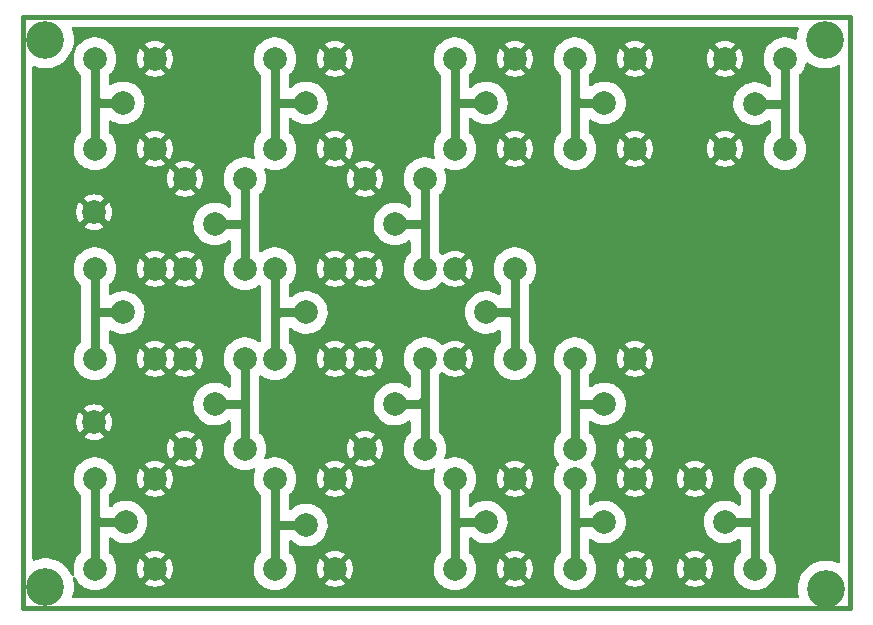
<source format=gtl>
%TF.GenerationSoftware,KiCad,Pcbnew,(6.0.4-0)*%
%TF.CreationDate,2022-04-25T22:52:18+12:00*%
%TF.ProjectId,gswitch18-gPendant,67737769-7463-4683-9138-2d6750656e64,1.1*%
%TF.SameCoordinates,Original*%
%TF.FileFunction,Copper,L1,Top*%
%TF.FilePolarity,Positive*%
%FSLAX46Y46*%
G04 Gerber Fmt 4.6, Leading zero omitted, Abs format (unit mm)*
G04 Created by KiCad (PCBNEW (6.0.4-0)) date 2022-04-25 22:52:18*
%MOMM*%
%LPD*%
G01*
G04 APERTURE LIST*
%TA.AperFunction,Profile*%
%ADD10C,0.381000*%
%TD*%
%TA.AperFunction,ComponentPad*%
%ADD11C,2.000000*%
%TD*%
%TA.AperFunction,ComponentPad*%
%ADD12C,3.200000*%
%TD*%
%TA.AperFunction,Conductor*%
%ADD13C,0.800000*%
%TD*%
G04 APERTURE END LIST*
D10*
X126300000Y-91700000D02*
X126300000Y-41700000D01*
X196300000Y-41700000D02*
X196300000Y-91700000D01*
X196300000Y-91700000D02*
X126300000Y-91700000D01*
X126300000Y-41700000D02*
X196300000Y-41700000D01*
D11*
%TO.P,REF\u002A\u002A,1*%
%TO.N,N/C*%
X188260000Y-80760000D03*
%TO.P,REF\u002A\u002A,2*%
X188260000Y-88380000D03*
%TO.P,REF\u002A\u002A,3*%
%TO.N,GND*%
X183180000Y-80760000D03*
%TO.P,REF\u002A\u002A,4*%
X183180000Y-88380000D03*
%TO.P,REF\u002A\u002A,5*%
%TO.N,N/C*%
X190800000Y-45200000D03*
%TO.P,REF\u002A\u002A,6*%
X190800000Y-52820000D03*
%TO.P,REF\u002A\u002A,7*%
X157780000Y-59190000D03*
X188240000Y-49000000D03*
X142530000Y-74440000D03*
X134780000Y-48940000D03*
X135030000Y-84440000D03*
X157780000Y-74440000D03*
%TO.N,GND*%
X132320000Y-58200000D03*
%TO.N,N/C*%
X175530000Y-84440000D03*
%TO.N,GND*%
X185720000Y-45200000D03*
%TO.N,N/C*%
X165530000Y-84440000D03*
X165530000Y-66690000D03*
X150280000Y-66690000D03*
X175530000Y-48940000D03*
X142530000Y-59190000D03*
X165530000Y-48940000D03*
X134780000Y-66690000D03*
X185740000Y-84440000D03*
%TO.N,GND*%
X132320000Y-75980000D03*
%TO.N,N/C*%
X150280000Y-84690000D03*
X175530000Y-74430000D03*
X150280000Y-48940000D03*
%TO.P,REF\u002A\u002A,8*%
%TO.N,GND*%
X185720000Y-52820000D03*
%TO.P,REF\u002A\u002A,9*%
X178100000Y-45200000D03*
%TO.P,REF\u002A\u002A,10*%
X178100000Y-52820000D03*
%TO.P,REF\u002A\u002A,11*%
%TO.N,N/C*%
X173020000Y-45200000D03*
%TO.P,REF\u002A\u002A,12*%
X173020000Y-52820000D03*
%TO.P,REF\u002A\u002A,13*%
%TO.N,GND*%
X178100000Y-70600000D03*
%TO.P,REF\u002A\u002A,14*%
X178100000Y-78220000D03*
%TO.P,REF\u002A\u002A,15*%
%TO.N,N/C*%
X173020000Y-70600000D03*
%TO.P,REF\u002A\u002A,16*%
X173020000Y-78220000D03*
%TO.P,REF\u002A\u002A,17*%
%TO.N,GND*%
X178100000Y-80760000D03*
%TO.P,REF\u002A\u002A,18*%
X178100000Y-88380000D03*
%TO.P,REF\u002A\u002A,19*%
%TO.N,N/C*%
X173020000Y-80760000D03*
%TO.P,REF\u002A\u002A,20*%
X173020000Y-88380000D03*
%TO.P,REF\u002A\u002A,21*%
%TO.N,GND*%
X167940000Y-45200000D03*
%TO.P,REF\u002A\u002A,22*%
X167940000Y-52820000D03*
%TO.P,REF\u002A\u002A,23*%
%TO.N,N/C*%
X162860000Y-45200000D03*
%TO.P,REF\u002A\u002A,24*%
X162860000Y-52820000D03*
%TO.P,REF\u002A\u002A,25*%
X167940000Y-62980000D03*
%TO.P,REF\u002A\u002A,26*%
X167940000Y-70600000D03*
%TO.P,REF\u002A\u002A,27*%
%TO.N,GND*%
X162860000Y-62980000D03*
%TO.P,REF\u002A\u002A,28*%
X162860000Y-70600000D03*
%TO.P,REF\u002A\u002A,29*%
X167940000Y-80760000D03*
%TO.P,REF\u002A\u002A,30*%
X167940000Y-88380000D03*
%TO.P,REF\u002A\u002A,31*%
%TO.N,N/C*%
X162860000Y-80760000D03*
%TO.P,REF\u002A\u002A,32*%
X162860000Y-88380000D03*
%TO.P,REF\u002A\u002A,33*%
X160320000Y-55360000D03*
%TO.P,REF\u002A\u002A,34*%
X160320000Y-62980000D03*
%TO.P,REF\u002A\u002A,35*%
%TO.N,GND*%
X155240000Y-55360000D03*
%TO.P,REF\u002A\u002A,36*%
X155240000Y-62980000D03*
%TO.P,REF\u002A\u002A,37*%
%TO.N,N/C*%
X160320000Y-70600000D03*
%TO.P,REF\u002A\u002A,38*%
X160320000Y-78220000D03*
%TO.P,REF\u002A\u002A,39*%
%TO.N,GND*%
X155240000Y-70600000D03*
%TO.P,REF\u002A\u002A,40*%
X155240000Y-78220000D03*
%TO.P,REF\u002A\u002A,41*%
X152700000Y-45200000D03*
%TO.P,REF\u002A\u002A,42*%
X152700000Y-52820000D03*
%TO.P,REF\u002A\u002A,43*%
%TO.N,N/C*%
X147620000Y-45200000D03*
%TO.P,REF\u002A\u002A,44*%
X147620000Y-52820000D03*
%TO.P,REF\u002A\u002A,45*%
%TO.N,GND*%
X152700000Y-62980000D03*
%TO.P,REF\u002A\u002A,46*%
X152700000Y-70600000D03*
%TO.P,REF\u002A\u002A,47*%
%TO.N,N/C*%
X147620000Y-62980000D03*
%TO.P,REF\u002A\u002A,48*%
X147620000Y-70600000D03*
%TO.P,REF\u002A\u002A,49*%
%TO.N,GND*%
X152700000Y-80760000D03*
%TO.P,REF\u002A\u002A,50*%
X152700000Y-88380000D03*
%TO.P,REF\u002A\u002A,51*%
%TO.N,N/C*%
X147620000Y-80760000D03*
%TO.P,REF\u002A\u002A,52*%
X147620000Y-88380000D03*
%TO.P,REF\u002A\u002A,53*%
X145080000Y-55360000D03*
%TO.P,REF\u002A\u002A,54*%
X145080000Y-62980000D03*
%TO.P,REF\u002A\u002A,55*%
%TO.N,GND*%
X140000000Y-55360000D03*
%TO.P,REF\u002A\u002A,56*%
X140000000Y-62980000D03*
%TO.P,REF\u002A\u002A,57*%
%TO.N,N/C*%
X145080000Y-70600000D03*
%TO.P,REF\u002A\u002A,58*%
X145080000Y-78220000D03*
%TO.P,REF\u002A\u002A,59*%
%TO.N,GND*%
X140000000Y-70600000D03*
%TO.P,REF\u002A\u002A,60*%
X140000000Y-78220000D03*
%TO.P,REF\u002A\u002A,61*%
X137460000Y-45200000D03*
%TO.P,REF\u002A\u002A,62*%
X137460000Y-52820000D03*
%TO.P,REF\u002A\u002A,63*%
%TO.N,N/C*%
X132380000Y-45200000D03*
%TO.P,REF\u002A\u002A,64*%
X132380000Y-52820000D03*
%TO.P,REF\u002A\u002A,65*%
%TO.N,GND*%
X137460000Y-62980000D03*
%TO.P,REF\u002A\u002A,66*%
X137460000Y-70600000D03*
%TO.P,REF\u002A\u002A,67*%
%TO.N,N/C*%
X132380000Y-62980000D03*
%TO.P,REF\u002A\u002A,68*%
X132380000Y-70600000D03*
%TO.P,REF\u002A\u002A,69*%
%TO.N,GND*%
X137460000Y-80760000D03*
%TO.P,REF\u002A\u002A,70*%
X137460000Y-88380000D03*
%TO.P,REF\u002A\u002A,71*%
%TO.N,N/C*%
X132380000Y-80760000D03*
%TO.P,REF\u002A\u002A,72*%
X132380000Y-88380000D03*
D12*
%TO.P,REF\u002A\u002A,73*%
X194200000Y-43600000D03*
%TO.P,REF\u002A\u002A,74*%
X194300000Y-90100000D03*
%TO.P,REF\u002A\u002A,75*%
X128200000Y-43600000D03*
%TO.P,REF\u002A\u002A,76*%
X128200000Y-89900000D03*
%TD*%
D13*
%TO.N,*%
X175530000Y-48940000D02*
X173365000Y-48940000D01*
X144890000Y-74440000D02*
X145080000Y-74630000D01*
X190800000Y-48900000D02*
X190800000Y-45200000D01*
X173110000Y-74430000D02*
X173020000Y-74520000D01*
X185740000Y-84440000D02*
X188260000Y-84440000D01*
X145080000Y-78220000D02*
X145080000Y-74630000D01*
X175530000Y-84440000D02*
X173370000Y-84440000D01*
X145080000Y-62980000D02*
X145080000Y-59355000D01*
X173370000Y-84440000D02*
X173020000Y-84790000D01*
X132380000Y-70600000D02*
X132380000Y-66975000D01*
X190800000Y-52820000D02*
X190800000Y-48900000D01*
X173365000Y-48940000D02*
X173020000Y-48595000D01*
X150280000Y-84690000D02*
X147720000Y-84690000D01*
X132380000Y-66975000D02*
X132380000Y-62980000D01*
X147875000Y-48940000D02*
X147620000Y-49195000D01*
X157780000Y-74440000D02*
X159875000Y-74440000D01*
X132760000Y-48940000D02*
X132380000Y-48560000D01*
X188260000Y-84440000D02*
X188260000Y-80760000D01*
X175530000Y-74430000D02*
X173110000Y-74430000D01*
X147620000Y-84790000D02*
X147620000Y-80760000D01*
X160120000Y-59190000D02*
X160320000Y-59390000D01*
X132380000Y-88380000D02*
X132380000Y-84120000D01*
X165530000Y-84440000D02*
X163210000Y-84440000D01*
X160320000Y-59390000D02*
X160320000Y-55360000D01*
X165530000Y-48940000D02*
X163150000Y-48940000D01*
X150280000Y-48940000D02*
X147875000Y-48940000D01*
X159875000Y-74440000D02*
X160320000Y-73995000D01*
X190700000Y-49000000D02*
X190800000Y-48900000D01*
X163210000Y-84440000D02*
X162860000Y-84790000D01*
X132380000Y-52820000D02*
X132380000Y-48560000D01*
X145080000Y-74630000D02*
X145080000Y-70600000D01*
X165530000Y-66690000D02*
X167620000Y-66690000D01*
X167940000Y-67010000D02*
X167940000Y-62980000D01*
X163150000Y-48940000D02*
X162860000Y-49230000D01*
X147620000Y-88380000D02*
X147620000Y-84790000D01*
X150280000Y-66690000D02*
X147940000Y-66690000D01*
X147620000Y-49195000D02*
X147620000Y-52820000D01*
X157780000Y-59190000D02*
X160120000Y-59190000D01*
X173020000Y-74520000D02*
X173020000Y-70600000D01*
X132380000Y-48560000D02*
X132380000Y-45200000D01*
X173020000Y-84790000D02*
X173020000Y-80760000D01*
X132380000Y-84120000D02*
X132380000Y-80760000D01*
X162860000Y-84790000D02*
X162860000Y-80760000D01*
X188240000Y-49000000D02*
X190700000Y-49000000D01*
X160320000Y-73995000D02*
X160320000Y-70600000D01*
X173020000Y-88380000D02*
X173020000Y-84790000D01*
X173020000Y-52820000D02*
X173020000Y-48595000D01*
X147620000Y-45200000D02*
X147620000Y-49195000D01*
X188260000Y-88380000D02*
X188260000Y-84440000D01*
X162860000Y-88380000D02*
X162860000Y-84790000D01*
X147620000Y-67010000D02*
X147620000Y-62980000D01*
X134780000Y-48940000D02*
X132760000Y-48940000D01*
X167940000Y-70600000D02*
X167940000Y-67010000D01*
X144915000Y-59190000D02*
X145080000Y-59355000D01*
X160320000Y-78220000D02*
X160320000Y-73995000D01*
X167620000Y-66690000D02*
X167940000Y-67010000D01*
X142530000Y-74440000D02*
X144890000Y-74440000D01*
X135030000Y-84440000D02*
X132700000Y-84440000D01*
X132665000Y-66690000D02*
X132380000Y-66975000D01*
X162860000Y-49230000D02*
X162860000Y-45200000D01*
X134780000Y-66690000D02*
X132665000Y-66690000D01*
X147620000Y-70600000D02*
X147620000Y-67010000D01*
X132700000Y-84440000D02*
X132380000Y-84120000D01*
X145080000Y-59355000D02*
X145080000Y-55360000D01*
X173020000Y-78220000D02*
X173020000Y-74520000D01*
X160320000Y-62980000D02*
X160320000Y-59390000D01*
X147940000Y-66690000D02*
X147620000Y-67010000D01*
X142530000Y-59190000D02*
X144915000Y-59190000D01*
X173020000Y-48595000D02*
X173020000Y-45200000D01*
X147720000Y-84690000D02*
X147620000Y-84790000D01*
X162860000Y-52820000D02*
X162860000Y-49230000D01*
%TD*%
%TA.AperFunction,Conductor*%
%TO.N,GND*%
G36*
X191933970Y-42520502D02*
G01*
X191980463Y-42574158D01*
X191990567Y-42644432D01*
X191979858Y-42680145D01*
X191963659Y-42714570D01*
X191870319Y-43001840D01*
X191813720Y-43298543D01*
X191813471Y-43302506D01*
X191801567Y-43491704D01*
X191777327Y-43558434D01*
X191720858Y-43601466D01*
X191650088Y-43607137D01*
X191620094Y-43596800D01*
X191476371Y-43525924D01*
X191221497Y-43444338D01*
X191076134Y-43420665D01*
X190961976Y-43402073D01*
X190961975Y-43402073D01*
X190957364Y-43401322D01*
X190823569Y-43399570D01*
X190694451Y-43397880D01*
X190694448Y-43397880D01*
X190689774Y-43397819D01*
X190424605Y-43433907D01*
X190420118Y-43435215D01*
X190420117Y-43435215D01*
X190388817Y-43444338D01*
X190167683Y-43508792D01*
X190163430Y-43510752D01*
X190163429Y-43510753D01*
X190111512Y-43534687D01*
X189924652Y-43620831D01*
X189920743Y-43623394D01*
X189704764Y-43764996D01*
X189704759Y-43765000D01*
X189700851Y-43767562D01*
X189501197Y-43945760D01*
X189330075Y-44151512D01*
X189327652Y-44155505D01*
X189216353Y-44338920D01*
X189191244Y-44380298D01*
X189189437Y-44384606D01*
X189189437Y-44384607D01*
X189148741Y-44481657D01*
X189087755Y-44627091D01*
X189086604Y-44631623D01*
X189086603Y-44631626D01*
X189034802Y-44835592D01*
X189021881Y-44886470D01*
X188995070Y-45152736D01*
X188995294Y-45157403D01*
X188995294Y-45157408D01*
X188999427Y-45243452D01*
X189007909Y-45420041D01*
X189060118Y-45682512D01*
X189150549Y-45934383D01*
X189152765Y-45938507D01*
X189220982Y-46065465D01*
X189277215Y-46170121D01*
X189280010Y-46173864D01*
X189280012Y-46173867D01*
X189364199Y-46286607D01*
X189437335Y-46384547D01*
X189440649Y-46387832D01*
X189440654Y-46387838D01*
X189562205Y-46508332D01*
X189596502Y-46570495D01*
X189599500Y-46597816D01*
X189599500Y-47515302D01*
X189579498Y-47583423D01*
X189525842Y-47629916D01*
X189455568Y-47640020D01*
X189387166Y-47607076D01*
X189379670Y-47600024D01*
X189379667Y-47600022D01*
X189376269Y-47596825D01*
X189156385Y-47444286D01*
X189152194Y-47442219D01*
X188920559Y-47327989D01*
X188920556Y-47327988D01*
X188916371Y-47325924D01*
X188661497Y-47244338D01*
X188516134Y-47220665D01*
X188401976Y-47202073D01*
X188401975Y-47202073D01*
X188397364Y-47201322D01*
X188263569Y-47199571D01*
X188134451Y-47197880D01*
X188134448Y-47197880D01*
X188129774Y-47197819D01*
X187864605Y-47233907D01*
X187860118Y-47235215D01*
X187860117Y-47235215D01*
X187828817Y-47244338D01*
X187607683Y-47308792D01*
X187603430Y-47310752D01*
X187603429Y-47310753D01*
X187551512Y-47334687D01*
X187364652Y-47420831D01*
X187360743Y-47423394D01*
X187144764Y-47564996D01*
X187144759Y-47565000D01*
X187140851Y-47567562D01*
X187096579Y-47607076D01*
X186948211Y-47739500D01*
X186941197Y-47745760D01*
X186770075Y-47951512D01*
X186767652Y-47955505D01*
X186639287Y-48167044D01*
X186631244Y-48180298D01*
X186629437Y-48184606D01*
X186629437Y-48184607D01*
X186532127Y-48416666D01*
X186527755Y-48427091D01*
X186526604Y-48431623D01*
X186526603Y-48431626D01*
X186465059Y-48673956D01*
X186461881Y-48686470D01*
X186435070Y-48952736D01*
X186435294Y-48957403D01*
X186435294Y-48957408D01*
X186436724Y-48987169D01*
X186447909Y-49220041D01*
X186500118Y-49482512D01*
X186590549Y-49734383D01*
X186717215Y-49970121D01*
X186877335Y-50184547D01*
X186880642Y-50187825D01*
X186880647Y-50187831D01*
X186979974Y-50286294D01*
X187067390Y-50372950D01*
X187071156Y-50375712D01*
X187071158Y-50375713D01*
X187108617Y-50403179D01*
X187283205Y-50531192D01*
X187287340Y-50533368D01*
X187287344Y-50533370D01*
X187416918Y-50601542D01*
X187520039Y-50655797D01*
X187524458Y-50657340D01*
X187768273Y-50742484D01*
X187768279Y-50742486D01*
X187772690Y-50744026D01*
X188035606Y-50793943D01*
X188162616Y-50798933D01*
X188298345Y-50804266D01*
X188298350Y-50804266D01*
X188303013Y-50804449D01*
X188398943Y-50793943D01*
X188564382Y-50775825D01*
X188564387Y-50775824D01*
X188569035Y-50775315D01*
X188684567Y-50744898D01*
X188823309Y-50708370D01*
X188827829Y-50707180D01*
X188971781Y-50645334D01*
X189069407Y-50603391D01*
X189069410Y-50603389D01*
X189073710Y-50601542D01*
X189077690Y-50599079D01*
X189077694Y-50599077D01*
X189297302Y-50463179D01*
X189297306Y-50463176D01*
X189301275Y-50460720D01*
X189392089Y-50383841D01*
X189457004Y-50355092D01*
X189527157Y-50366004D01*
X189580274Y-50413111D01*
X189599500Y-50480008D01*
X189599500Y-51421593D01*
X189579498Y-51489714D01*
X189557401Y-51515596D01*
X189501197Y-51565760D01*
X189330075Y-51771512D01*
X189327652Y-51775505D01*
X189216353Y-51958920D01*
X189191244Y-52000298D01*
X189087755Y-52247091D01*
X189086604Y-52251623D01*
X189086603Y-52251626D01*
X189034802Y-52455592D01*
X189021881Y-52506470D01*
X188995070Y-52772736D01*
X188995294Y-52777403D01*
X188995294Y-52777408D01*
X189001727Y-52911338D01*
X189007909Y-53040041D01*
X189060118Y-53302512D01*
X189150549Y-53554383D01*
X189154681Y-53562073D01*
X189231284Y-53704638D01*
X189277215Y-53790121D01*
X189280010Y-53793864D01*
X189280012Y-53793867D01*
X189376639Y-53923266D01*
X189437335Y-54004547D01*
X189440642Y-54007825D01*
X189440647Y-54007831D01*
X189603923Y-54169687D01*
X189627390Y-54192950D01*
X189843205Y-54351192D01*
X189847340Y-54353368D01*
X189847344Y-54353370D01*
X189976918Y-54421542D01*
X190080039Y-54475797D01*
X190126704Y-54492093D01*
X190328273Y-54562484D01*
X190328279Y-54562486D01*
X190332690Y-54564026D01*
X190595606Y-54613943D01*
X190722616Y-54618933D01*
X190858345Y-54624266D01*
X190858350Y-54624266D01*
X190863013Y-54624449D01*
X190958943Y-54613943D01*
X191124382Y-54595825D01*
X191124387Y-54595824D01*
X191129035Y-54595315D01*
X191244567Y-54564898D01*
X191328709Y-54542745D01*
X191387829Y-54527180D01*
X191527137Y-54467329D01*
X191629407Y-54423391D01*
X191629410Y-54423389D01*
X191633710Y-54421542D01*
X191637690Y-54419079D01*
X191637694Y-54419077D01*
X191857302Y-54283179D01*
X191857306Y-54283176D01*
X191861275Y-54280720D01*
X191953883Y-54202322D01*
X192061960Y-54110828D01*
X192061961Y-54110827D01*
X192065526Y-54107809D01*
X192124739Y-54040290D01*
X192238894Y-53910122D01*
X192238898Y-53910117D01*
X192241976Y-53906607D01*
X192267378Y-53867115D01*
X192384219Y-53685465D01*
X192384222Y-53685460D01*
X192386747Y-53681534D01*
X192496661Y-53437534D01*
X192537703Y-53292012D01*
X192568032Y-53184473D01*
X192568033Y-53184470D01*
X192569302Y-53179969D01*
X192587103Y-53040041D01*
X192602677Y-52917625D01*
X192602677Y-52917621D01*
X192603075Y-52914495D01*
X192605549Y-52820000D01*
X192585717Y-52553123D01*
X192575161Y-52506470D01*
X192527686Y-52296666D01*
X192526655Y-52292109D01*
X192429662Y-52042691D01*
X192296868Y-51810350D01*
X192131190Y-51600189D01*
X192040167Y-51514563D01*
X192004255Y-51453319D01*
X192000500Y-51422788D01*
X192000500Y-48996254D01*
X192001804Y-48978174D01*
X192003990Y-48963098D01*
X192000597Y-48876739D01*
X192000500Y-48871792D01*
X192000500Y-46601278D01*
X192020502Y-46533157D01*
X192045089Y-46505110D01*
X192061960Y-46490828D01*
X192061961Y-46490827D01*
X192065526Y-46487809D01*
X192159365Y-46380807D01*
X192238894Y-46290122D01*
X192238898Y-46290117D01*
X192241976Y-46286607D01*
X192244506Y-46282674D01*
X192384219Y-46065465D01*
X192384222Y-46065460D01*
X192386747Y-46061534D01*
X192496661Y-45817534D01*
X192522033Y-45727571D01*
X192561791Y-45586602D01*
X192599533Y-45526469D01*
X192663794Y-45496286D01*
X192734172Y-45505636D01*
X192757121Y-45518868D01*
X192911205Y-45630816D01*
X192914674Y-45632723D01*
X192914677Y-45632725D01*
X193172427Y-45774425D01*
X193175896Y-45776332D01*
X193179565Y-45777785D01*
X193179570Y-45777787D01*
X193290730Y-45821798D01*
X193456738Y-45887525D01*
X193749302Y-45962642D01*
X194048973Y-46000500D01*
X194351027Y-46000500D01*
X194650698Y-45962642D01*
X194943262Y-45887525D01*
X195109270Y-45821798D01*
X195220430Y-45777787D01*
X195220435Y-45777785D01*
X195224104Y-45776332D01*
X195312800Y-45727571D01*
X195382129Y-45712281D01*
X195448720Y-45736901D01*
X195491429Y-45793615D01*
X195499500Y-45837985D01*
X195499500Y-87807933D01*
X195479498Y-87876054D01*
X195425842Y-87922547D01*
X195355568Y-87932651D01*
X195324263Y-87923266D01*
X195324104Y-87923668D01*
X195046932Y-87813928D01*
X195046931Y-87813928D01*
X195043262Y-87812475D01*
X194750698Y-87737358D01*
X194451027Y-87699500D01*
X194148973Y-87699500D01*
X193849302Y-87737358D01*
X193556738Y-87812475D01*
X193553069Y-87813928D01*
X193553068Y-87813928D01*
X193279570Y-87922213D01*
X193279565Y-87922215D01*
X193275896Y-87923668D01*
X193272428Y-87925574D01*
X193272427Y-87925575D01*
X193016142Y-88066470D01*
X193011205Y-88069184D01*
X192766838Y-88246726D01*
X192546651Y-88453496D01*
X192354115Y-88686232D01*
X192192267Y-88941264D01*
X192190583Y-88944843D01*
X192190579Y-88944850D01*
X192065348Y-89210980D01*
X192063659Y-89214570D01*
X192062433Y-89218342D01*
X192062433Y-89218343D01*
X192055045Y-89241080D01*
X191970319Y-89501840D01*
X191913720Y-89798543D01*
X191894754Y-90100000D01*
X191913720Y-90401457D01*
X191970319Y-90698160D01*
X191971543Y-90701927D01*
X191971544Y-90701931D01*
X191982147Y-90734564D01*
X191984174Y-90805532D01*
X191947512Y-90866329D01*
X191883800Y-90897655D01*
X191862314Y-90899500D01*
X130572701Y-90899500D01*
X130504580Y-90879498D01*
X130458087Y-90825842D01*
X130447983Y-90755568D01*
X130452868Y-90734564D01*
X130463472Y-90701931D01*
X130529681Y-90498160D01*
X130586280Y-90201457D01*
X130605246Y-89900000D01*
X130586280Y-89598543D01*
X130529681Y-89301840D01*
X130510928Y-89244124D01*
X130502449Y-89218028D01*
X130500422Y-89147060D01*
X130537084Y-89086262D01*
X130600796Y-89054937D01*
X130671330Y-89063031D01*
X130726292Y-89107972D01*
X130733272Y-89119450D01*
X130857215Y-89350121D01*
X130860010Y-89353864D01*
X130860012Y-89353867D01*
X130970509Y-89501840D01*
X131017335Y-89564547D01*
X131020642Y-89567825D01*
X131020647Y-89567831D01*
X131183923Y-89729687D01*
X131207390Y-89752950D01*
X131423205Y-89911192D01*
X131427340Y-89913368D01*
X131427344Y-89913370D01*
X131556918Y-89981542D01*
X131660039Y-90035797D01*
X131664458Y-90037340D01*
X131908273Y-90122484D01*
X131908279Y-90122486D01*
X131912690Y-90124026D01*
X132175606Y-90173943D01*
X132302616Y-90178933D01*
X132438345Y-90184266D01*
X132438350Y-90184266D01*
X132443013Y-90184449D01*
X132538943Y-90173943D01*
X132704382Y-90155825D01*
X132704387Y-90155824D01*
X132709035Y-90155315D01*
X132824567Y-90124898D01*
X132963309Y-90088370D01*
X132967829Y-90087180D01*
X133092501Y-90033617D01*
X133209407Y-89983391D01*
X133209410Y-89983389D01*
X133213710Y-89981542D01*
X133217690Y-89979079D01*
X133217694Y-89979077D01*
X133437302Y-89843179D01*
X133437306Y-89843176D01*
X133441275Y-89840720D01*
X133495703Y-89794643D01*
X133641960Y-89670828D01*
X133641961Y-89670827D01*
X133645526Y-89667809D01*
X133693882Y-89612670D01*
X136592160Y-89612670D01*
X136597887Y-89620320D01*
X136769042Y-89725205D01*
X136777837Y-89729687D01*
X136987988Y-89816734D01*
X136997373Y-89819783D01*
X137218554Y-89872885D01*
X137228301Y-89874428D01*
X137455070Y-89892275D01*
X137464930Y-89892275D01*
X137691699Y-89874428D01*
X137701446Y-89872885D01*
X137922627Y-89819783D01*
X137932012Y-89816734D01*
X138142163Y-89729687D01*
X138150958Y-89725205D01*
X138318445Y-89622568D01*
X138327907Y-89612110D01*
X138324124Y-89603334D01*
X137472812Y-88752022D01*
X137458868Y-88744408D01*
X137457035Y-88744539D01*
X137450420Y-88748790D01*
X136598920Y-89600290D01*
X136592160Y-89612670D01*
X133693882Y-89612670D01*
X133702069Y-89603334D01*
X133818894Y-89470122D01*
X133818898Y-89470117D01*
X133821976Y-89466607D01*
X133824506Y-89462674D01*
X133964219Y-89245465D01*
X133964222Y-89245460D01*
X133966747Y-89241534D01*
X134076661Y-88997534D01*
X134087690Y-88958429D01*
X134148032Y-88744473D01*
X134148033Y-88744470D01*
X134149302Y-88739969D01*
X134167103Y-88600041D01*
X134182677Y-88477625D01*
X134182677Y-88477621D01*
X134183075Y-88474495D01*
X134185420Y-88384930D01*
X135947725Y-88384930D01*
X135965572Y-88611699D01*
X135967115Y-88621446D01*
X136020217Y-88842627D01*
X136023266Y-88852012D01*
X136110313Y-89062163D01*
X136114795Y-89070958D01*
X136217432Y-89238445D01*
X136227890Y-89247907D01*
X136236666Y-89244124D01*
X137087978Y-88392812D01*
X137094356Y-88381132D01*
X137824408Y-88381132D01*
X137824539Y-88382965D01*
X137828790Y-88389580D01*
X138680290Y-89241080D01*
X138692670Y-89247840D01*
X138700320Y-89242113D01*
X138805205Y-89070958D01*
X138809687Y-89062163D01*
X138896734Y-88852012D01*
X138899783Y-88842627D01*
X138952885Y-88621446D01*
X138954428Y-88611699D01*
X138972275Y-88384930D01*
X138972275Y-88375070D01*
X138954428Y-88148301D01*
X138952885Y-88138554D01*
X138899783Y-87917373D01*
X138896734Y-87907988D01*
X138809687Y-87697837D01*
X138805205Y-87689042D01*
X138702568Y-87521555D01*
X138692110Y-87512093D01*
X138683334Y-87515876D01*
X137832022Y-88367188D01*
X137824408Y-88381132D01*
X137094356Y-88381132D01*
X137095592Y-88378868D01*
X137095461Y-88377035D01*
X137091210Y-88370420D01*
X136239710Y-87518920D01*
X136227330Y-87512160D01*
X136219680Y-87517887D01*
X136114795Y-87689042D01*
X136110313Y-87697837D01*
X136023266Y-87907988D01*
X136020217Y-87917373D01*
X135967115Y-88138554D01*
X135965572Y-88148301D01*
X135947725Y-88375070D01*
X135947725Y-88384930D01*
X134185420Y-88384930D01*
X134185549Y-88380000D01*
X134176375Y-88256548D01*
X134166064Y-88117788D01*
X134166063Y-88117784D01*
X134165717Y-88113123D01*
X134155161Y-88066470D01*
X134107686Y-87856666D01*
X134106655Y-87852109D01*
X134056707Y-87723668D01*
X134011355Y-87607044D01*
X134011354Y-87607042D01*
X134009662Y-87602691D01*
X133876868Y-87370350D01*
X133711190Y-87160189D01*
X133698116Y-87147890D01*
X136592093Y-87147890D01*
X136595876Y-87156666D01*
X137447188Y-88007978D01*
X137461132Y-88015592D01*
X137462965Y-88015461D01*
X137469580Y-88011210D01*
X138321080Y-87159710D01*
X138327840Y-87147330D01*
X138322113Y-87139680D01*
X138150958Y-87034795D01*
X138142163Y-87030313D01*
X137932012Y-86943266D01*
X137922627Y-86940217D01*
X137701446Y-86887115D01*
X137691699Y-86885572D01*
X137464930Y-86867725D01*
X137455070Y-86867725D01*
X137228301Y-86885572D01*
X137218554Y-86887115D01*
X136997373Y-86940217D01*
X136987988Y-86943266D01*
X136777837Y-87030313D01*
X136769042Y-87034795D01*
X136601555Y-87137432D01*
X136592093Y-87147890D01*
X133698116Y-87147890D01*
X133620167Y-87074563D01*
X133584255Y-87013319D01*
X133580500Y-86982788D01*
X133580500Y-85840789D01*
X133600502Y-85772668D01*
X133654158Y-85726175D01*
X133724432Y-85716071D01*
X133789012Y-85745565D01*
X133795199Y-85751299D01*
X133857390Y-85812950D01*
X133861152Y-85815708D01*
X133861155Y-85815711D01*
X133977093Y-85900720D01*
X134073205Y-85971192D01*
X134077340Y-85973368D01*
X134077344Y-85973370D01*
X134206918Y-86041542D01*
X134310039Y-86095797D01*
X134314458Y-86097340D01*
X134558273Y-86182484D01*
X134558279Y-86182486D01*
X134562690Y-86184026D01*
X134567283Y-86184898D01*
X134758446Y-86221192D01*
X134825606Y-86233943D01*
X134952616Y-86238933D01*
X135088345Y-86244266D01*
X135088350Y-86244266D01*
X135093013Y-86244449D01*
X135188943Y-86233943D01*
X135354382Y-86215825D01*
X135354387Y-86215824D01*
X135359035Y-86215315D01*
X135474567Y-86184898D01*
X135613309Y-86148370D01*
X135617829Y-86147180D01*
X135807455Y-86065711D01*
X135859407Y-86043391D01*
X135859410Y-86043389D01*
X135863710Y-86041542D01*
X135867690Y-86039079D01*
X135867694Y-86039077D01*
X136087302Y-85903179D01*
X136087306Y-85903176D01*
X136091275Y-85900720D01*
X136155214Y-85846592D01*
X136291960Y-85730828D01*
X136291961Y-85730827D01*
X136295526Y-85727809D01*
X136389365Y-85620807D01*
X136468894Y-85530122D01*
X136468898Y-85530117D01*
X136471976Y-85526607D01*
X136474506Y-85522674D01*
X136614219Y-85305465D01*
X136614222Y-85305460D01*
X136616747Y-85301534D01*
X136726661Y-85057534D01*
X136799302Y-84799969D01*
X136817103Y-84660041D01*
X136832677Y-84537625D01*
X136832677Y-84537621D01*
X136833075Y-84534495D01*
X136835549Y-84440000D01*
X136817637Y-84198956D01*
X136816064Y-84177788D01*
X136816063Y-84177784D01*
X136815717Y-84173123D01*
X136812136Y-84157295D01*
X136757686Y-83916666D01*
X136756655Y-83912109D01*
X136659662Y-83662691D01*
X136526868Y-83430350D01*
X136361190Y-83220189D01*
X136166269Y-83036825D01*
X135946385Y-82884286D01*
X135942194Y-82882219D01*
X135710559Y-82767989D01*
X135710556Y-82767988D01*
X135706371Y-82765924D01*
X135451497Y-82684338D01*
X135306134Y-82660665D01*
X135191976Y-82642073D01*
X135191975Y-82642073D01*
X135187364Y-82641322D01*
X135053569Y-82639571D01*
X134924451Y-82637880D01*
X134924448Y-82637880D01*
X134919774Y-82637819D01*
X134654605Y-82673907D01*
X134650118Y-82675215D01*
X134650117Y-82675215D01*
X134618817Y-82684338D01*
X134397683Y-82748792D01*
X134393430Y-82750752D01*
X134393429Y-82750753D01*
X134341512Y-82774687D01*
X134154652Y-82860831D01*
X134150743Y-82863394D01*
X133934764Y-83004996D01*
X133934759Y-83005000D01*
X133930851Y-83007562D01*
X133885663Y-83047894D01*
X133790401Y-83132918D01*
X133726260Y-83163356D01*
X133655845Y-83154284D01*
X133601513Y-83108584D01*
X133580500Y-83038915D01*
X133580500Y-82161278D01*
X133600502Y-82093157D01*
X133625089Y-82065110D01*
X133641960Y-82050828D01*
X133641961Y-82050827D01*
X133645526Y-82047809D01*
X133693882Y-81992670D01*
X136592160Y-81992670D01*
X136597887Y-82000320D01*
X136769042Y-82105205D01*
X136777837Y-82109687D01*
X136987988Y-82196734D01*
X136997373Y-82199783D01*
X137218554Y-82252885D01*
X137228301Y-82254428D01*
X137455070Y-82272275D01*
X137464930Y-82272275D01*
X137691699Y-82254428D01*
X137701446Y-82252885D01*
X137922627Y-82199783D01*
X137932012Y-82196734D01*
X138142163Y-82109687D01*
X138150958Y-82105205D01*
X138318445Y-82002568D01*
X138327907Y-81992110D01*
X138324124Y-81983334D01*
X137472812Y-81132022D01*
X137458868Y-81124408D01*
X137457035Y-81124539D01*
X137450420Y-81128790D01*
X136598920Y-81980290D01*
X136592160Y-81992670D01*
X133693882Y-81992670D01*
X133739365Y-81940807D01*
X133818894Y-81850122D01*
X133818898Y-81850117D01*
X133821976Y-81846607D01*
X133824506Y-81842674D01*
X133964219Y-81625465D01*
X133964222Y-81625460D01*
X133966747Y-81621534D01*
X134076661Y-81377534D01*
X134117703Y-81232012D01*
X134148032Y-81124473D01*
X134148033Y-81124470D01*
X134149302Y-81119969D01*
X134167103Y-80980041D01*
X134182677Y-80857625D01*
X134182677Y-80857621D01*
X134183075Y-80854495D01*
X134185420Y-80764930D01*
X135947725Y-80764930D01*
X135965572Y-80991699D01*
X135967115Y-81001446D01*
X136020217Y-81222627D01*
X136023266Y-81232012D01*
X136110313Y-81442163D01*
X136114795Y-81450958D01*
X136217432Y-81618445D01*
X136227890Y-81627907D01*
X136236666Y-81624124D01*
X137087978Y-80772812D01*
X137094356Y-80761132D01*
X137824408Y-80761132D01*
X137824539Y-80762965D01*
X137828790Y-80769580D01*
X138680290Y-81621080D01*
X138692670Y-81627840D01*
X138700320Y-81622113D01*
X138805205Y-81450958D01*
X138809687Y-81442163D01*
X138896734Y-81232012D01*
X138899783Y-81222627D01*
X138952885Y-81001446D01*
X138954428Y-80991699D01*
X138972275Y-80764930D01*
X138972275Y-80755070D01*
X138954428Y-80528301D01*
X138952885Y-80518554D01*
X138899783Y-80297373D01*
X138896734Y-80287988D01*
X138809687Y-80077837D01*
X138805205Y-80069042D01*
X138702568Y-79901555D01*
X138692110Y-79892093D01*
X138683334Y-79895876D01*
X137832022Y-80747188D01*
X137824408Y-80761132D01*
X137094356Y-80761132D01*
X137095592Y-80758868D01*
X137095461Y-80757035D01*
X137091210Y-80750420D01*
X136239710Y-79898920D01*
X136227330Y-79892160D01*
X136219680Y-79897887D01*
X136114795Y-80069042D01*
X136110313Y-80077837D01*
X136023266Y-80287988D01*
X136020217Y-80297373D01*
X135967115Y-80518554D01*
X135965572Y-80528301D01*
X135947725Y-80755070D01*
X135947725Y-80764930D01*
X134185420Y-80764930D01*
X134185549Y-80760000D01*
X134165717Y-80493123D01*
X134155161Y-80446470D01*
X134107686Y-80236666D01*
X134106655Y-80232109D01*
X134043242Y-80069042D01*
X134011355Y-79987044D01*
X134011354Y-79987042D01*
X134009662Y-79982691D01*
X133999493Y-79964898D01*
X133938924Y-79858925D01*
X133876868Y-79750350D01*
X133711190Y-79540189D01*
X133698116Y-79527890D01*
X136592093Y-79527890D01*
X136595876Y-79536666D01*
X137447188Y-80387978D01*
X137461132Y-80395592D01*
X137462965Y-80395461D01*
X137469580Y-80391210D01*
X138321080Y-79539710D01*
X138327840Y-79527330D01*
X138322113Y-79519680D01*
X138212764Y-79452670D01*
X139132160Y-79452670D01*
X139137887Y-79460320D01*
X139309042Y-79565205D01*
X139317837Y-79569687D01*
X139527988Y-79656734D01*
X139537373Y-79659783D01*
X139758554Y-79712885D01*
X139768301Y-79714428D01*
X139995070Y-79732275D01*
X140004930Y-79732275D01*
X140231699Y-79714428D01*
X140241446Y-79712885D01*
X140462627Y-79659783D01*
X140472012Y-79656734D01*
X140682163Y-79569687D01*
X140690958Y-79565205D01*
X140858445Y-79462568D01*
X140867907Y-79452110D01*
X140864124Y-79443334D01*
X140012812Y-78592022D01*
X139998868Y-78584408D01*
X139997035Y-78584539D01*
X139990420Y-78588790D01*
X139138920Y-79440290D01*
X139132160Y-79452670D01*
X138212764Y-79452670D01*
X138150958Y-79414795D01*
X138142163Y-79410313D01*
X137932012Y-79323266D01*
X137922627Y-79320217D01*
X137701446Y-79267115D01*
X137691699Y-79265572D01*
X137464930Y-79247725D01*
X137455070Y-79247725D01*
X137228301Y-79265572D01*
X137218554Y-79267115D01*
X136997373Y-79320217D01*
X136987988Y-79323266D01*
X136777837Y-79410313D01*
X136769042Y-79414795D01*
X136601555Y-79517432D01*
X136592093Y-79527890D01*
X133698116Y-79527890D01*
X133516269Y-79356825D01*
X133296385Y-79204286D01*
X133292194Y-79202219D01*
X133060559Y-79087989D01*
X133060556Y-79087988D01*
X133056371Y-79085924D01*
X133044466Y-79082113D01*
X132805942Y-79005761D01*
X132805944Y-79005761D01*
X132801497Y-79004338D01*
X132656134Y-78980665D01*
X132541976Y-78962073D01*
X132541975Y-78962073D01*
X132537364Y-78961322D01*
X132403569Y-78959570D01*
X132274451Y-78957880D01*
X132274448Y-78957880D01*
X132269774Y-78957819D01*
X132004605Y-78993907D01*
X132000118Y-78995215D01*
X132000117Y-78995215D01*
X131968817Y-79004338D01*
X131747683Y-79068792D01*
X131743430Y-79070752D01*
X131743429Y-79070753D01*
X131696933Y-79092188D01*
X131504652Y-79180831D01*
X131484769Y-79193867D01*
X131284764Y-79324996D01*
X131284759Y-79325000D01*
X131280851Y-79327562D01*
X131201446Y-79398434D01*
X131096111Y-79492449D01*
X131081197Y-79505760D01*
X130910075Y-79711512D01*
X130907652Y-79715505D01*
X130796353Y-79898920D01*
X130771244Y-79940298D01*
X130769437Y-79944606D01*
X130769437Y-79944607D01*
X130735957Y-80024449D01*
X130667755Y-80187091D01*
X130666604Y-80191623D01*
X130666603Y-80191626D01*
X130614802Y-80395592D01*
X130601881Y-80446470D01*
X130575070Y-80712736D01*
X130575294Y-80717403D01*
X130575294Y-80717408D01*
X130581727Y-80851338D01*
X130587909Y-80980041D01*
X130640118Y-81242512D01*
X130730549Y-81494383D01*
X130732765Y-81498507D01*
X130800982Y-81625465D01*
X130857215Y-81730121D01*
X130860010Y-81733864D01*
X130860012Y-81733867D01*
X130944199Y-81846607D01*
X131017335Y-81944547D01*
X131020649Y-81947832D01*
X131020654Y-81947838D01*
X131142205Y-82068332D01*
X131176502Y-82130495D01*
X131179500Y-82157816D01*
X131179500Y-84075271D01*
X131179230Y-84083512D01*
X131174770Y-84151560D01*
X131175449Y-84157295D01*
X131178627Y-84184146D01*
X131179500Y-84198956D01*
X131179500Y-86981593D01*
X131159498Y-87049714D01*
X131137401Y-87075596D01*
X131081197Y-87125760D01*
X130910075Y-87331512D01*
X130907652Y-87335505D01*
X130784567Y-87538343D01*
X130771244Y-87560298D01*
X130769437Y-87564606D01*
X130769437Y-87564607D01*
X130685356Y-87765118D01*
X130667755Y-87807091D01*
X130666604Y-87811623D01*
X130666603Y-87811626D01*
X130606895Y-88046726D01*
X130601881Y-88066470D01*
X130575070Y-88332736D01*
X130575294Y-88337403D01*
X130575294Y-88337408D01*
X130580740Y-88450785D01*
X130587909Y-88600041D01*
X130588821Y-88604626D01*
X130636163Y-88842627D01*
X130639290Y-88858350D01*
X130639290Y-88858351D01*
X130640118Y-88862512D01*
X130639225Y-88862690D01*
X130638223Y-88929225D01*
X130598945Y-88988366D01*
X130533928Y-89016884D01*
X130463814Y-89005724D01*
X130410864Y-88958429D01*
X130403867Y-88945559D01*
X130309421Y-88744850D01*
X130309417Y-88744843D01*
X130307733Y-88741264D01*
X130145885Y-88486232D01*
X130136176Y-88474495D01*
X130015051Y-88328081D01*
X129953349Y-88253496D01*
X129733162Y-88046726D01*
X129690310Y-88015592D01*
X129491998Y-87871511D01*
X129491997Y-87871510D01*
X129488795Y-87869184D01*
X129388286Y-87813928D01*
X129227573Y-87725575D01*
X129227572Y-87725574D01*
X129224104Y-87723668D01*
X129220435Y-87722215D01*
X129220430Y-87722213D01*
X128946932Y-87613928D01*
X128946931Y-87613928D01*
X128943262Y-87612475D01*
X128650698Y-87537358D01*
X128351027Y-87499500D01*
X128048973Y-87499500D01*
X127749302Y-87537358D01*
X127456738Y-87612475D01*
X127453069Y-87613928D01*
X127453068Y-87613928D01*
X127272884Y-87685268D01*
X127202183Y-87691747D01*
X127139203Y-87658975D01*
X127103940Y-87597355D01*
X127100500Y-87568116D01*
X127100500Y-78224930D01*
X138487725Y-78224930D01*
X138505572Y-78451699D01*
X138507115Y-78461446D01*
X138560217Y-78682627D01*
X138563266Y-78692012D01*
X138650313Y-78902163D01*
X138654795Y-78910958D01*
X138757432Y-79078445D01*
X138767890Y-79087907D01*
X138776666Y-79084124D01*
X139627978Y-78232812D01*
X139634356Y-78221132D01*
X140364408Y-78221132D01*
X140364539Y-78222965D01*
X140368790Y-78229580D01*
X141220290Y-79081080D01*
X141232670Y-79087840D01*
X141240320Y-79082113D01*
X141345205Y-78910958D01*
X141349687Y-78902163D01*
X141436734Y-78692012D01*
X141439783Y-78682627D01*
X141492885Y-78461446D01*
X141494428Y-78451699D01*
X141512275Y-78224930D01*
X141512275Y-78215070D01*
X141494428Y-77988301D01*
X141492885Y-77978554D01*
X141439783Y-77757373D01*
X141436734Y-77747988D01*
X141349687Y-77537837D01*
X141345205Y-77529042D01*
X141242568Y-77361555D01*
X141232110Y-77352093D01*
X141223334Y-77355876D01*
X140372022Y-78207188D01*
X140364408Y-78221132D01*
X139634356Y-78221132D01*
X139635592Y-78218868D01*
X139635461Y-78217035D01*
X139631210Y-78210420D01*
X138779710Y-77358920D01*
X138767330Y-77352160D01*
X138759680Y-77357887D01*
X138654795Y-77529042D01*
X138650313Y-77537837D01*
X138563266Y-77747988D01*
X138560217Y-77757373D01*
X138507115Y-77978554D01*
X138505572Y-77988301D01*
X138487725Y-78215070D01*
X138487725Y-78224930D01*
X127100500Y-78224930D01*
X127100500Y-77212670D01*
X131452160Y-77212670D01*
X131457887Y-77220320D01*
X131629042Y-77325205D01*
X131637837Y-77329687D01*
X131847988Y-77416734D01*
X131857373Y-77419783D01*
X132078554Y-77472885D01*
X132088301Y-77474428D01*
X132315070Y-77492275D01*
X132324930Y-77492275D01*
X132551699Y-77474428D01*
X132561446Y-77472885D01*
X132782627Y-77419783D01*
X132792012Y-77416734D01*
X133002163Y-77329687D01*
X133010958Y-77325205D01*
X133178445Y-77222568D01*
X133187907Y-77212110D01*
X133184124Y-77203334D01*
X132968680Y-76987890D01*
X139132093Y-76987890D01*
X139135876Y-76996666D01*
X139987188Y-77847978D01*
X140001132Y-77855592D01*
X140002965Y-77855461D01*
X140009580Y-77851210D01*
X140861080Y-76999710D01*
X140867840Y-76987330D01*
X140862113Y-76979680D01*
X140690958Y-76874795D01*
X140682163Y-76870313D01*
X140472012Y-76783266D01*
X140462627Y-76780217D01*
X140241446Y-76727115D01*
X140231699Y-76725572D01*
X140004930Y-76707725D01*
X139995070Y-76707725D01*
X139768301Y-76725572D01*
X139758554Y-76727115D01*
X139537373Y-76780217D01*
X139527988Y-76783266D01*
X139317837Y-76870313D01*
X139309042Y-76874795D01*
X139141555Y-76977432D01*
X139132093Y-76987890D01*
X132968680Y-76987890D01*
X132332812Y-76352022D01*
X132318868Y-76344408D01*
X132317035Y-76344539D01*
X132310420Y-76348790D01*
X131458920Y-77200290D01*
X131452160Y-77212670D01*
X127100500Y-77212670D01*
X127100500Y-75984930D01*
X130807725Y-75984930D01*
X130825572Y-76211699D01*
X130827115Y-76221446D01*
X130880217Y-76442627D01*
X130883266Y-76452012D01*
X130970313Y-76662163D01*
X130974795Y-76670958D01*
X131077432Y-76838445D01*
X131087890Y-76847907D01*
X131096666Y-76844124D01*
X131947978Y-75992812D01*
X131954356Y-75981132D01*
X132684408Y-75981132D01*
X132684539Y-75982965D01*
X132688790Y-75989580D01*
X133540290Y-76841080D01*
X133552670Y-76847840D01*
X133560320Y-76842113D01*
X133665205Y-76670958D01*
X133669687Y-76662163D01*
X133756734Y-76452012D01*
X133759783Y-76442627D01*
X133812885Y-76221446D01*
X133814428Y-76211699D01*
X133832275Y-75984930D01*
X133832275Y-75975070D01*
X133814428Y-75748301D01*
X133812885Y-75738554D01*
X133759783Y-75517373D01*
X133756734Y-75507988D01*
X133669687Y-75297837D01*
X133665205Y-75289042D01*
X133562568Y-75121555D01*
X133552110Y-75112093D01*
X133543334Y-75115876D01*
X132692022Y-75967188D01*
X132684408Y-75981132D01*
X131954356Y-75981132D01*
X131955592Y-75978868D01*
X131955461Y-75977035D01*
X131951210Y-75970420D01*
X131099710Y-75118920D01*
X131087330Y-75112160D01*
X131079680Y-75117887D01*
X130974795Y-75289042D01*
X130970313Y-75297837D01*
X130883266Y-75507988D01*
X130880217Y-75517373D01*
X130827115Y-75738554D01*
X130825572Y-75748301D01*
X130807725Y-75975070D01*
X130807725Y-75984930D01*
X127100500Y-75984930D01*
X127100500Y-74747890D01*
X131452093Y-74747890D01*
X131455876Y-74756666D01*
X132307188Y-75607978D01*
X132321132Y-75615592D01*
X132322965Y-75615461D01*
X132329580Y-75611210D01*
X133181080Y-74759710D01*
X133187840Y-74747330D01*
X133182113Y-74739680D01*
X133010958Y-74634795D01*
X133002163Y-74630313D01*
X132792012Y-74543266D01*
X132782627Y-74540217D01*
X132561446Y-74487115D01*
X132551699Y-74485572D01*
X132324930Y-74467725D01*
X132315070Y-74467725D01*
X132088301Y-74485572D01*
X132078554Y-74487115D01*
X131857373Y-74540217D01*
X131847988Y-74543266D01*
X131637837Y-74630313D01*
X131629042Y-74634795D01*
X131461555Y-74737432D01*
X131452093Y-74747890D01*
X127100500Y-74747890D01*
X127100500Y-74392736D01*
X140725070Y-74392736D01*
X140725294Y-74397403D01*
X140725294Y-74397408D01*
X140731549Y-74527625D01*
X140737909Y-74660041D01*
X140738821Y-74664626D01*
X140762831Y-74785331D01*
X140790118Y-74922512D01*
X140880549Y-75174383D01*
X141007215Y-75410121D01*
X141167335Y-75624547D01*
X141170642Y-75627825D01*
X141170647Y-75627831D01*
X141354074Y-75809663D01*
X141357390Y-75812950D01*
X141361156Y-75815712D01*
X141361158Y-75815713D01*
X141555796Y-75958427D01*
X141573205Y-75971192D01*
X141577340Y-75973368D01*
X141577344Y-75973370D01*
X141706918Y-76041542D01*
X141810039Y-76095797D01*
X141814458Y-76097340D01*
X142058273Y-76182484D01*
X142058279Y-76182486D01*
X142062690Y-76184026D01*
X142067283Y-76184898D01*
X142268348Y-76223072D01*
X142325606Y-76233943D01*
X142452616Y-76238933D01*
X142588345Y-76244266D01*
X142588350Y-76244266D01*
X142593013Y-76244449D01*
X142688943Y-76233943D01*
X142854382Y-76215825D01*
X142854387Y-76215824D01*
X142859035Y-76215315D01*
X142872770Y-76211699D01*
X143113309Y-76148370D01*
X143117829Y-76147180D01*
X143242501Y-76093617D01*
X143359407Y-76043391D01*
X143359410Y-76043389D01*
X143363710Y-76041542D01*
X143367690Y-76039079D01*
X143367694Y-76039077D01*
X143587302Y-75903179D01*
X143587306Y-75903176D01*
X143591275Y-75900720D01*
X143594839Y-75897703D01*
X143594847Y-75897697D01*
X143672089Y-75832307D01*
X143737004Y-75803558D01*
X143807157Y-75814470D01*
X143860275Y-75861577D01*
X143879500Y-75928474D01*
X143879500Y-76821593D01*
X143859498Y-76889714D01*
X143837401Y-76915596D01*
X143781197Y-76965760D01*
X143610075Y-77171512D01*
X143607652Y-77175505D01*
X143496353Y-77358920D01*
X143471244Y-77400298D01*
X143469437Y-77404606D01*
X143469437Y-77404607D01*
X143440159Y-77474428D01*
X143367755Y-77647091D01*
X143366604Y-77651623D01*
X143366603Y-77651626D01*
X143314802Y-77855592D01*
X143301881Y-77906470D01*
X143275070Y-78172736D01*
X143275294Y-78177403D01*
X143275294Y-78177408D01*
X143281727Y-78311338D01*
X143287909Y-78440041D01*
X143340118Y-78702512D01*
X143430549Y-78954383D01*
X143434681Y-78962073D01*
X143500982Y-79085465D01*
X143557215Y-79190121D01*
X143560010Y-79193864D01*
X143560012Y-79193867D01*
X143681699Y-79356825D01*
X143717335Y-79404547D01*
X143720642Y-79407825D01*
X143720647Y-79407831D01*
X143883923Y-79569687D01*
X143907390Y-79592950D01*
X144123205Y-79751192D01*
X144127340Y-79753368D01*
X144127344Y-79753370D01*
X144256918Y-79821542D01*
X144360039Y-79875797D01*
X144364458Y-79877340D01*
X144608273Y-79962484D01*
X144608279Y-79962486D01*
X144612690Y-79964026D01*
X144875606Y-80013943D01*
X145002616Y-80018933D01*
X145138345Y-80024266D01*
X145138350Y-80024266D01*
X145143013Y-80024449D01*
X145238943Y-80013943D01*
X145404382Y-79995825D01*
X145404387Y-79995824D01*
X145409035Y-79995315D01*
X145440451Y-79987044D01*
X145608709Y-79942745D01*
X145667829Y-79927180D01*
X145806886Y-79867437D01*
X145877369Y-79858925D01*
X145941266Y-79889870D01*
X145978290Y-79950449D01*
X145976685Y-80021428D01*
X145972819Y-80031931D01*
X145907755Y-80187091D01*
X145906604Y-80191623D01*
X145906603Y-80191626D01*
X145854802Y-80395592D01*
X145841881Y-80446470D01*
X145815070Y-80712736D01*
X145815294Y-80717403D01*
X145815294Y-80717408D01*
X145821727Y-80851338D01*
X145827909Y-80980041D01*
X145880118Y-81242512D01*
X145970549Y-81494383D01*
X145972765Y-81498507D01*
X146040982Y-81625465D01*
X146097215Y-81730121D01*
X146100010Y-81733864D01*
X146100012Y-81733867D01*
X146184199Y-81846607D01*
X146257335Y-81944547D01*
X146260649Y-81947832D01*
X146260654Y-81947838D01*
X146382205Y-82068332D01*
X146416502Y-82130495D01*
X146419500Y-82157816D01*
X146419500Y-84693739D01*
X146418196Y-84711817D01*
X146416009Y-84726902D01*
X146416236Y-84732670D01*
X146419403Y-84813286D01*
X146419500Y-84818233D01*
X146419500Y-86981593D01*
X146399498Y-87049714D01*
X146377401Y-87075596D01*
X146321197Y-87125760D01*
X146150075Y-87331512D01*
X146147652Y-87335505D01*
X146024567Y-87538343D01*
X146011244Y-87560298D01*
X146009437Y-87564606D01*
X146009437Y-87564607D01*
X145925356Y-87765118D01*
X145907755Y-87807091D01*
X145906604Y-87811623D01*
X145906603Y-87811626D01*
X145846895Y-88046726D01*
X145841881Y-88066470D01*
X145815070Y-88332736D01*
X145815294Y-88337403D01*
X145815294Y-88337408D01*
X145820740Y-88450785D01*
X145827909Y-88600041D01*
X145880118Y-88862512D01*
X145970549Y-89114383D01*
X145972765Y-89118507D01*
X146040982Y-89245465D01*
X146097215Y-89350121D01*
X146100010Y-89353864D01*
X146100012Y-89353867D01*
X146210509Y-89501840D01*
X146257335Y-89564547D01*
X146260642Y-89567825D01*
X146260647Y-89567831D01*
X146423923Y-89729687D01*
X146447390Y-89752950D01*
X146663205Y-89911192D01*
X146667340Y-89913368D01*
X146667344Y-89913370D01*
X146796918Y-89981542D01*
X146900039Y-90035797D01*
X146904458Y-90037340D01*
X147148273Y-90122484D01*
X147148279Y-90122486D01*
X147152690Y-90124026D01*
X147415606Y-90173943D01*
X147542616Y-90178933D01*
X147678345Y-90184266D01*
X147678350Y-90184266D01*
X147683013Y-90184449D01*
X147778943Y-90173943D01*
X147944382Y-90155825D01*
X147944387Y-90155824D01*
X147949035Y-90155315D01*
X148064567Y-90124898D01*
X148203309Y-90088370D01*
X148207829Y-90087180D01*
X148332501Y-90033617D01*
X148449407Y-89983391D01*
X148449410Y-89983389D01*
X148453710Y-89981542D01*
X148457690Y-89979079D01*
X148457694Y-89979077D01*
X148677302Y-89843179D01*
X148677306Y-89843176D01*
X148681275Y-89840720D01*
X148735703Y-89794643D01*
X148881960Y-89670828D01*
X148881961Y-89670827D01*
X148885526Y-89667809D01*
X148933882Y-89612670D01*
X151832160Y-89612670D01*
X151837887Y-89620320D01*
X152009042Y-89725205D01*
X152017837Y-89729687D01*
X152227988Y-89816734D01*
X152237373Y-89819783D01*
X152458554Y-89872885D01*
X152468301Y-89874428D01*
X152695070Y-89892275D01*
X152704930Y-89892275D01*
X152931699Y-89874428D01*
X152941446Y-89872885D01*
X153162627Y-89819783D01*
X153172012Y-89816734D01*
X153382163Y-89729687D01*
X153390958Y-89725205D01*
X153558445Y-89622568D01*
X153567907Y-89612110D01*
X153564124Y-89603334D01*
X152712812Y-88752022D01*
X152698868Y-88744408D01*
X152697035Y-88744539D01*
X152690420Y-88748790D01*
X151838920Y-89600290D01*
X151832160Y-89612670D01*
X148933882Y-89612670D01*
X148942069Y-89603334D01*
X149058894Y-89470122D01*
X149058898Y-89470117D01*
X149061976Y-89466607D01*
X149064506Y-89462674D01*
X149204219Y-89245465D01*
X149204222Y-89245460D01*
X149206747Y-89241534D01*
X149316661Y-88997534D01*
X149327690Y-88958429D01*
X149388032Y-88744473D01*
X149388033Y-88744470D01*
X149389302Y-88739969D01*
X149407103Y-88600041D01*
X149422677Y-88477625D01*
X149422677Y-88477621D01*
X149423075Y-88474495D01*
X149425420Y-88384930D01*
X151187725Y-88384930D01*
X151205572Y-88611699D01*
X151207115Y-88621446D01*
X151260217Y-88842627D01*
X151263266Y-88852012D01*
X151350313Y-89062163D01*
X151354795Y-89070958D01*
X151457432Y-89238445D01*
X151467890Y-89247907D01*
X151476666Y-89244124D01*
X152327978Y-88392812D01*
X152334356Y-88381132D01*
X153064408Y-88381132D01*
X153064539Y-88382965D01*
X153068790Y-88389580D01*
X153920290Y-89241080D01*
X153932670Y-89247840D01*
X153940320Y-89242113D01*
X154045205Y-89070958D01*
X154049687Y-89062163D01*
X154136734Y-88852012D01*
X154139783Y-88842627D01*
X154192885Y-88621446D01*
X154194428Y-88611699D01*
X154212275Y-88384930D01*
X154212275Y-88375070D01*
X154194428Y-88148301D01*
X154192885Y-88138554D01*
X154139783Y-87917373D01*
X154136734Y-87907988D01*
X154049687Y-87697837D01*
X154045205Y-87689042D01*
X153942568Y-87521555D01*
X153932110Y-87512093D01*
X153923334Y-87515876D01*
X153072022Y-88367188D01*
X153064408Y-88381132D01*
X152334356Y-88381132D01*
X152335592Y-88378868D01*
X152335461Y-88377035D01*
X152331210Y-88370420D01*
X151479710Y-87518920D01*
X151467330Y-87512160D01*
X151459680Y-87517887D01*
X151354795Y-87689042D01*
X151350313Y-87697837D01*
X151263266Y-87907988D01*
X151260217Y-87917373D01*
X151207115Y-88138554D01*
X151205572Y-88148301D01*
X151187725Y-88375070D01*
X151187725Y-88384930D01*
X149425420Y-88384930D01*
X149425549Y-88380000D01*
X149416375Y-88256548D01*
X149406064Y-88117788D01*
X149406063Y-88117784D01*
X149405717Y-88113123D01*
X149395161Y-88066470D01*
X149347686Y-87856666D01*
X149346655Y-87852109D01*
X149296707Y-87723668D01*
X149251355Y-87607044D01*
X149251354Y-87607042D01*
X149249662Y-87602691D01*
X149116868Y-87370350D01*
X148951190Y-87160189D01*
X148938116Y-87147890D01*
X151832093Y-87147890D01*
X151835876Y-87156666D01*
X152687188Y-88007978D01*
X152701132Y-88015592D01*
X152702965Y-88015461D01*
X152709580Y-88011210D01*
X153561080Y-87159710D01*
X153567840Y-87147330D01*
X153562113Y-87139680D01*
X153390958Y-87034795D01*
X153382163Y-87030313D01*
X153172012Y-86943266D01*
X153162627Y-86940217D01*
X152941446Y-86887115D01*
X152931699Y-86885572D01*
X152704930Y-86867725D01*
X152695070Y-86867725D01*
X152468301Y-86885572D01*
X152458554Y-86887115D01*
X152237373Y-86940217D01*
X152227988Y-86943266D01*
X152017837Y-87030313D01*
X152009042Y-87034795D01*
X151841555Y-87137432D01*
X151832093Y-87147890D01*
X148938116Y-87147890D01*
X148860167Y-87074563D01*
X148824255Y-87013319D01*
X148820500Y-86982788D01*
X148820500Y-86080876D01*
X148840502Y-86012755D01*
X148894158Y-85966262D01*
X148964432Y-85956158D01*
X149029012Y-85985652D01*
X149035206Y-85991393D01*
X149087660Y-86043391D01*
X149107390Y-86062950D01*
X149111152Y-86065708D01*
X149111155Y-86065711D01*
X149222265Y-86147180D01*
X149323205Y-86221192D01*
X149327340Y-86223368D01*
X149327344Y-86223370D01*
X149456918Y-86291542D01*
X149560039Y-86345797D01*
X149564458Y-86347340D01*
X149808273Y-86432484D01*
X149808279Y-86432486D01*
X149812690Y-86434026D01*
X150075606Y-86483943D01*
X150202616Y-86488933D01*
X150338345Y-86494266D01*
X150338350Y-86494266D01*
X150343013Y-86494449D01*
X150438943Y-86483943D01*
X150604382Y-86465825D01*
X150604387Y-86465824D01*
X150609035Y-86465315D01*
X150724567Y-86434898D01*
X150863309Y-86398370D01*
X150867829Y-86397180D01*
X150992501Y-86343617D01*
X151109407Y-86293391D01*
X151109410Y-86293389D01*
X151113710Y-86291542D01*
X151117690Y-86289079D01*
X151117694Y-86289077D01*
X151337302Y-86153179D01*
X151337306Y-86153176D01*
X151341275Y-86150720D01*
X151468057Y-86043391D01*
X151541960Y-85980828D01*
X151541961Y-85980827D01*
X151545526Y-85977809D01*
X151610975Y-85903179D01*
X151718894Y-85780122D01*
X151718898Y-85780117D01*
X151721976Y-85776607D01*
X151741943Y-85745565D01*
X151864219Y-85555465D01*
X151864222Y-85555460D01*
X151866747Y-85551534D01*
X151976661Y-85307534D01*
X151979555Y-85297273D01*
X152048032Y-85054473D01*
X152048033Y-85054470D01*
X152049302Y-85049969D01*
X152079412Y-84813286D01*
X152082677Y-84787625D01*
X152082677Y-84787621D01*
X152083075Y-84784495D01*
X152085549Y-84690000D01*
X152085315Y-84686850D01*
X152066064Y-84427788D01*
X152066063Y-84427784D01*
X152065717Y-84423123D01*
X152006655Y-84162109D01*
X152002553Y-84151560D01*
X151911355Y-83917044D01*
X151911354Y-83917042D01*
X151909662Y-83912691D01*
X151883600Y-83867091D01*
X151779187Y-83684408D01*
X151776868Y-83680350D01*
X151611190Y-83470189D01*
X151416269Y-83286825D01*
X151196385Y-83134286D01*
X151180465Y-83126435D01*
X150960559Y-83017989D01*
X150960556Y-83017988D01*
X150956371Y-83015924D01*
X150930249Y-83007562D01*
X150705942Y-82935761D01*
X150705944Y-82935761D01*
X150701497Y-82934338D01*
X150556134Y-82910665D01*
X150441976Y-82892073D01*
X150441975Y-82892073D01*
X150437364Y-82891322D01*
X150303569Y-82889571D01*
X150174451Y-82887880D01*
X150174448Y-82887880D01*
X150169774Y-82887819D01*
X149904605Y-82923907D01*
X149900118Y-82925215D01*
X149900117Y-82925215D01*
X149868817Y-82934338D01*
X149647683Y-82998792D01*
X149643430Y-83000752D01*
X149643429Y-83000753D01*
X149591512Y-83024687D01*
X149404652Y-83110831D01*
X149400743Y-83113394D01*
X149184764Y-83254996D01*
X149184759Y-83255000D01*
X149180851Y-83257562D01*
X149030773Y-83391512D01*
X149030401Y-83391844D01*
X148966260Y-83422282D01*
X148895846Y-83413211D01*
X148841513Y-83367510D01*
X148820500Y-83297841D01*
X148820500Y-82161278D01*
X148840502Y-82093157D01*
X148865089Y-82065110D01*
X148881960Y-82050828D01*
X148881961Y-82050827D01*
X148885526Y-82047809D01*
X148933882Y-81992670D01*
X151832160Y-81992670D01*
X151837887Y-82000320D01*
X152009042Y-82105205D01*
X152017837Y-82109687D01*
X152227988Y-82196734D01*
X152237373Y-82199783D01*
X152458554Y-82252885D01*
X152468301Y-82254428D01*
X152695070Y-82272275D01*
X152704930Y-82272275D01*
X152931699Y-82254428D01*
X152941446Y-82252885D01*
X153162627Y-82199783D01*
X153172012Y-82196734D01*
X153382163Y-82109687D01*
X153390958Y-82105205D01*
X153558445Y-82002568D01*
X153567907Y-81992110D01*
X153564124Y-81983334D01*
X152712812Y-81132022D01*
X152698868Y-81124408D01*
X152697035Y-81124539D01*
X152690420Y-81128790D01*
X151838920Y-81980290D01*
X151832160Y-81992670D01*
X148933882Y-81992670D01*
X148979365Y-81940807D01*
X149058894Y-81850122D01*
X149058898Y-81850117D01*
X149061976Y-81846607D01*
X149064506Y-81842674D01*
X149204219Y-81625465D01*
X149204222Y-81625460D01*
X149206747Y-81621534D01*
X149316661Y-81377534D01*
X149357703Y-81232012D01*
X149388032Y-81124473D01*
X149388033Y-81124470D01*
X149389302Y-81119969D01*
X149407103Y-80980041D01*
X149422677Y-80857625D01*
X149422677Y-80857621D01*
X149423075Y-80854495D01*
X149425420Y-80764930D01*
X151187725Y-80764930D01*
X151205572Y-80991699D01*
X151207115Y-81001446D01*
X151260217Y-81222627D01*
X151263266Y-81232012D01*
X151350313Y-81442163D01*
X151354795Y-81450958D01*
X151457432Y-81618445D01*
X151467890Y-81627907D01*
X151476666Y-81624124D01*
X152327978Y-80772812D01*
X152334356Y-80761132D01*
X153064408Y-80761132D01*
X153064539Y-80762965D01*
X153068790Y-80769580D01*
X153920290Y-81621080D01*
X153932670Y-81627840D01*
X153940320Y-81622113D01*
X154045205Y-81450958D01*
X154049687Y-81442163D01*
X154136734Y-81232012D01*
X154139783Y-81222627D01*
X154192885Y-81001446D01*
X154194428Y-80991699D01*
X154212275Y-80764930D01*
X154212275Y-80755070D01*
X154194428Y-80528301D01*
X154192885Y-80518554D01*
X154139783Y-80297373D01*
X154136734Y-80287988D01*
X154049687Y-80077837D01*
X154045205Y-80069042D01*
X153942568Y-79901555D01*
X153932110Y-79892093D01*
X153923334Y-79895876D01*
X153072022Y-80747188D01*
X153064408Y-80761132D01*
X152334356Y-80761132D01*
X152335592Y-80758868D01*
X152335461Y-80757035D01*
X152331210Y-80750420D01*
X151479710Y-79898920D01*
X151467330Y-79892160D01*
X151459680Y-79897887D01*
X151354795Y-80069042D01*
X151350313Y-80077837D01*
X151263266Y-80287988D01*
X151260217Y-80297373D01*
X151207115Y-80518554D01*
X151205572Y-80528301D01*
X151187725Y-80755070D01*
X151187725Y-80764930D01*
X149425420Y-80764930D01*
X149425549Y-80760000D01*
X149405717Y-80493123D01*
X149395161Y-80446470D01*
X149347686Y-80236666D01*
X149346655Y-80232109D01*
X149283242Y-80069042D01*
X149251355Y-79987044D01*
X149251354Y-79987042D01*
X149249662Y-79982691D01*
X149239493Y-79964898D01*
X149178924Y-79858925D01*
X149116868Y-79750350D01*
X148951190Y-79540189D01*
X148938116Y-79527890D01*
X151832093Y-79527890D01*
X151835876Y-79536666D01*
X152687188Y-80387978D01*
X152701132Y-80395592D01*
X152702965Y-80395461D01*
X152709580Y-80391210D01*
X153561080Y-79539710D01*
X153567840Y-79527330D01*
X153562113Y-79519680D01*
X153452764Y-79452670D01*
X154372160Y-79452670D01*
X154377887Y-79460320D01*
X154549042Y-79565205D01*
X154557837Y-79569687D01*
X154767988Y-79656734D01*
X154777373Y-79659783D01*
X154998554Y-79712885D01*
X155008301Y-79714428D01*
X155235070Y-79732275D01*
X155244930Y-79732275D01*
X155471699Y-79714428D01*
X155481446Y-79712885D01*
X155702627Y-79659783D01*
X155712012Y-79656734D01*
X155922163Y-79569687D01*
X155930958Y-79565205D01*
X156098445Y-79462568D01*
X156107907Y-79452110D01*
X156104124Y-79443334D01*
X155252812Y-78592022D01*
X155238868Y-78584408D01*
X155237035Y-78584539D01*
X155230420Y-78588790D01*
X154378920Y-79440290D01*
X154372160Y-79452670D01*
X153452764Y-79452670D01*
X153390958Y-79414795D01*
X153382163Y-79410313D01*
X153172012Y-79323266D01*
X153162627Y-79320217D01*
X152941446Y-79267115D01*
X152931699Y-79265572D01*
X152704930Y-79247725D01*
X152695070Y-79247725D01*
X152468301Y-79265572D01*
X152458554Y-79267115D01*
X152237373Y-79320217D01*
X152227988Y-79323266D01*
X152017837Y-79410313D01*
X152009042Y-79414795D01*
X151841555Y-79517432D01*
X151832093Y-79527890D01*
X148938116Y-79527890D01*
X148756269Y-79356825D01*
X148536385Y-79204286D01*
X148532194Y-79202219D01*
X148300559Y-79087989D01*
X148300556Y-79087988D01*
X148296371Y-79085924D01*
X148284466Y-79082113D01*
X148045942Y-79005761D01*
X148045944Y-79005761D01*
X148041497Y-79004338D01*
X147896134Y-78980665D01*
X147781976Y-78962073D01*
X147781975Y-78962073D01*
X147777364Y-78961322D01*
X147643569Y-78959570D01*
X147514451Y-78957880D01*
X147514448Y-78957880D01*
X147509774Y-78957819D01*
X147244605Y-78993907D01*
X147240118Y-78995215D01*
X147240117Y-78995215D01*
X147208817Y-79004338D01*
X146987683Y-79068792D01*
X146983430Y-79070752D01*
X146983429Y-79070753D01*
X146895921Y-79111095D01*
X146825684Y-79121450D01*
X146760998Y-79092188D01*
X146722401Y-79032599D01*
X146722148Y-78961603D01*
X146728288Y-78944918D01*
X146774740Y-78841798D01*
X146776661Y-78837534D01*
X146817703Y-78692012D01*
X146848032Y-78584473D01*
X146848033Y-78584470D01*
X146849302Y-78579969D01*
X146867103Y-78440041D01*
X146882677Y-78317625D01*
X146882677Y-78317621D01*
X146883075Y-78314495D01*
X146885420Y-78224930D01*
X153727725Y-78224930D01*
X153745572Y-78451699D01*
X153747115Y-78461446D01*
X153800217Y-78682627D01*
X153803266Y-78692012D01*
X153890313Y-78902163D01*
X153894795Y-78910958D01*
X153997432Y-79078445D01*
X154007890Y-79087907D01*
X154016666Y-79084124D01*
X154867978Y-78232812D01*
X154874356Y-78221132D01*
X155604408Y-78221132D01*
X155604539Y-78222965D01*
X155608790Y-78229580D01*
X156460290Y-79081080D01*
X156472670Y-79087840D01*
X156480320Y-79082113D01*
X156585205Y-78910958D01*
X156589687Y-78902163D01*
X156676734Y-78692012D01*
X156679783Y-78682627D01*
X156732885Y-78461446D01*
X156734428Y-78451699D01*
X156752275Y-78224930D01*
X156752275Y-78215070D01*
X156734428Y-77988301D01*
X156732885Y-77978554D01*
X156679783Y-77757373D01*
X156676734Y-77747988D01*
X156589687Y-77537837D01*
X156585205Y-77529042D01*
X156482568Y-77361555D01*
X156472110Y-77352093D01*
X156463334Y-77355876D01*
X155612022Y-78207188D01*
X155604408Y-78221132D01*
X154874356Y-78221132D01*
X154875592Y-78218868D01*
X154875461Y-78217035D01*
X154871210Y-78210420D01*
X154019710Y-77358920D01*
X154007330Y-77352160D01*
X153999680Y-77357887D01*
X153894795Y-77529042D01*
X153890313Y-77537837D01*
X153803266Y-77747988D01*
X153800217Y-77757373D01*
X153747115Y-77978554D01*
X153745572Y-77988301D01*
X153727725Y-78215070D01*
X153727725Y-78224930D01*
X146885420Y-78224930D01*
X146885549Y-78220000D01*
X146865717Y-77953123D01*
X146855161Y-77906470D01*
X146807686Y-77696666D01*
X146806655Y-77692109D01*
X146709662Y-77442691D01*
X146576868Y-77210350D01*
X146411190Y-77000189D01*
X146398116Y-76987890D01*
X154372093Y-76987890D01*
X154375876Y-76996666D01*
X155227188Y-77847978D01*
X155241132Y-77855592D01*
X155242965Y-77855461D01*
X155249580Y-77851210D01*
X156101080Y-76999710D01*
X156107840Y-76987330D01*
X156102113Y-76979680D01*
X155930958Y-76874795D01*
X155922163Y-76870313D01*
X155712012Y-76783266D01*
X155702627Y-76780217D01*
X155481446Y-76727115D01*
X155471699Y-76725572D01*
X155244930Y-76707725D01*
X155235070Y-76707725D01*
X155008301Y-76725572D01*
X154998554Y-76727115D01*
X154777373Y-76780217D01*
X154767988Y-76783266D01*
X154557837Y-76870313D01*
X154549042Y-76874795D01*
X154381555Y-76977432D01*
X154372093Y-76987890D01*
X146398116Y-76987890D01*
X146320167Y-76914563D01*
X146284255Y-76853319D01*
X146280500Y-76822788D01*
X146280500Y-74674740D01*
X146280770Y-74666499D01*
X146284853Y-74604206D01*
X146285231Y-74598440D01*
X146281373Y-74565845D01*
X146280500Y-74551035D01*
X146280500Y-74392736D01*
X155975070Y-74392736D01*
X155975294Y-74397403D01*
X155975294Y-74397408D01*
X155981549Y-74527625D01*
X155987909Y-74660041D01*
X155988821Y-74664626D01*
X156012831Y-74785331D01*
X156040118Y-74922512D01*
X156130549Y-75174383D01*
X156257215Y-75410121D01*
X156417335Y-75624547D01*
X156420642Y-75627825D01*
X156420647Y-75627831D01*
X156604074Y-75809663D01*
X156607390Y-75812950D01*
X156611156Y-75815712D01*
X156611158Y-75815713D01*
X156805796Y-75958427D01*
X156823205Y-75971192D01*
X156827340Y-75973368D01*
X156827344Y-75973370D01*
X156956918Y-76041542D01*
X157060039Y-76095797D01*
X157064458Y-76097340D01*
X157308273Y-76182484D01*
X157308279Y-76182486D01*
X157312690Y-76184026D01*
X157317283Y-76184898D01*
X157518348Y-76223072D01*
X157575606Y-76233943D01*
X157702616Y-76238933D01*
X157838345Y-76244266D01*
X157838350Y-76244266D01*
X157843013Y-76244449D01*
X157938943Y-76233943D01*
X158104382Y-76215825D01*
X158104387Y-76215824D01*
X158109035Y-76215315D01*
X158122770Y-76211699D01*
X158363309Y-76148370D01*
X158367829Y-76147180D01*
X158492501Y-76093617D01*
X158609407Y-76043391D01*
X158609410Y-76043389D01*
X158613710Y-76041542D01*
X158617690Y-76039079D01*
X158617694Y-76039077D01*
X158837302Y-75903179D01*
X158837306Y-75903176D01*
X158841275Y-75900720D01*
X158853088Y-75890720D01*
X158877513Y-75870042D01*
X158912089Y-75840772D01*
X158977004Y-75812024D01*
X159047157Y-75822935D01*
X159100274Y-75870042D01*
X159119500Y-75936939D01*
X159119500Y-76821593D01*
X159099498Y-76889714D01*
X159077401Y-76915596D01*
X159021197Y-76965760D01*
X158850075Y-77171512D01*
X158847652Y-77175505D01*
X158736353Y-77358920D01*
X158711244Y-77400298D01*
X158709437Y-77404606D01*
X158709437Y-77404607D01*
X158680159Y-77474428D01*
X158607755Y-77647091D01*
X158606604Y-77651623D01*
X158606603Y-77651626D01*
X158554802Y-77855592D01*
X158541881Y-77906470D01*
X158515070Y-78172736D01*
X158515294Y-78177403D01*
X158515294Y-78177408D01*
X158521727Y-78311338D01*
X158527909Y-78440041D01*
X158580118Y-78702512D01*
X158670549Y-78954383D01*
X158674681Y-78962073D01*
X158740982Y-79085465D01*
X158797215Y-79190121D01*
X158800010Y-79193864D01*
X158800012Y-79193867D01*
X158921699Y-79356825D01*
X158957335Y-79404547D01*
X158960642Y-79407825D01*
X158960647Y-79407831D01*
X159123923Y-79569687D01*
X159147390Y-79592950D01*
X159363205Y-79751192D01*
X159367340Y-79753368D01*
X159367344Y-79753370D01*
X159496918Y-79821542D01*
X159600039Y-79875797D01*
X159604458Y-79877340D01*
X159848273Y-79962484D01*
X159848279Y-79962486D01*
X159852690Y-79964026D01*
X160115606Y-80013943D01*
X160242616Y-80018933D01*
X160378345Y-80024266D01*
X160378350Y-80024266D01*
X160383013Y-80024449D01*
X160478943Y-80013943D01*
X160644382Y-79995825D01*
X160644387Y-79995824D01*
X160649035Y-79995315D01*
X160680451Y-79987044D01*
X160848709Y-79942745D01*
X160907829Y-79927180D01*
X161046886Y-79867437D01*
X161117369Y-79858925D01*
X161181266Y-79889870D01*
X161218290Y-79950449D01*
X161216685Y-80021428D01*
X161212819Y-80031931D01*
X161147755Y-80187091D01*
X161146604Y-80191623D01*
X161146603Y-80191626D01*
X161094802Y-80395592D01*
X161081881Y-80446470D01*
X161055070Y-80712736D01*
X161055294Y-80717403D01*
X161055294Y-80717408D01*
X161061727Y-80851338D01*
X161067909Y-80980041D01*
X161120118Y-81242512D01*
X161210549Y-81494383D01*
X161212765Y-81498507D01*
X161280982Y-81625465D01*
X161337215Y-81730121D01*
X161340010Y-81733864D01*
X161340012Y-81733867D01*
X161424199Y-81846607D01*
X161497335Y-81944547D01*
X161500649Y-81947832D01*
X161500654Y-81947838D01*
X161622205Y-82068332D01*
X161656502Y-82130495D01*
X161659500Y-82157816D01*
X161659500Y-84693739D01*
X161658196Y-84711817D01*
X161656009Y-84726902D01*
X161656236Y-84732670D01*
X161659403Y-84813286D01*
X161659500Y-84818233D01*
X161659500Y-86981593D01*
X161639498Y-87049714D01*
X161617401Y-87075596D01*
X161561197Y-87125760D01*
X161390075Y-87331512D01*
X161387652Y-87335505D01*
X161264567Y-87538343D01*
X161251244Y-87560298D01*
X161249437Y-87564606D01*
X161249437Y-87564607D01*
X161165356Y-87765118D01*
X161147755Y-87807091D01*
X161146604Y-87811623D01*
X161146603Y-87811626D01*
X161086895Y-88046726D01*
X161081881Y-88066470D01*
X161055070Y-88332736D01*
X161055294Y-88337403D01*
X161055294Y-88337408D01*
X161060740Y-88450785D01*
X161067909Y-88600041D01*
X161120118Y-88862512D01*
X161210549Y-89114383D01*
X161212765Y-89118507D01*
X161280982Y-89245465D01*
X161337215Y-89350121D01*
X161340010Y-89353864D01*
X161340012Y-89353867D01*
X161450509Y-89501840D01*
X161497335Y-89564547D01*
X161500642Y-89567825D01*
X161500647Y-89567831D01*
X161663923Y-89729687D01*
X161687390Y-89752950D01*
X161903205Y-89911192D01*
X161907340Y-89913368D01*
X161907344Y-89913370D01*
X162036918Y-89981542D01*
X162140039Y-90035797D01*
X162144458Y-90037340D01*
X162388273Y-90122484D01*
X162388279Y-90122486D01*
X162392690Y-90124026D01*
X162655606Y-90173943D01*
X162782616Y-90178933D01*
X162918345Y-90184266D01*
X162918350Y-90184266D01*
X162923013Y-90184449D01*
X163018943Y-90173943D01*
X163184382Y-90155825D01*
X163184387Y-90155824D01*
X163189035Y-90155315D01*
X163304567Y-90124898D01*
X163443309Y-90088370D01*
X163447829Y-90087180D01*
X163572501Y-90033617D01*
X163689407Y-89983391D01*
X163689410Y-89983389D01*
X163693710Y-89981542D01*
X163697690Y-89979079D01*
X163697694Y-89979077D01*
X163917302Y-89843179D01*
X163917306Y-89843176D01*
X163921275Y-89840720D01*
X163975703Y-89794643D01*
X164121960Y-89670828D01*
X164121961Y-89670827D01*
X164125526Y-89667809D01*
X164173882Y-89612670D01*
X167072160Y-89612670D01*
X167077887Y-89620320D01*
X167249042Y-89725205D01*
X167257837Y-89729687D01*
X167467988Y-89816734D01*
X167477373Y-89819783D01*
X167698554Y-89872885D01*
X167708301Y-89874428D01*
X167935070Y-89892275D01*
X167944930Y-89892275D01*
X168171699Y-89874428D01*
X168181446Y-89872885D01*
X168402627Y-89819783D01*
X168412012Y-89816734D01*
X168622163Y-89729687D01*
X168630958Y-89725205D01*
X168798445Y-89622568D01*
X168807907Y-89612110D01*
X168804124Y-89603334D01*
X167952812Y-88752022D01*
X167938868Y-88744408D01*
X167937035Y-88744539D01*
X167930420Y-88748790D01*
X167078920Y-89600290D01*
X167072160Y-89612670D01*
X164173882Y-89612670D01*
X164182069Y-89603334D01*
X164298894Y-89470122D01*
X164298898Y-89470117D01*
X164301976Y-89466607D01*
X164304506Y-89462674D01*
X164444219Y-89245465D01*
X164444222Y-89245460D01*
X164446747Y-89241534D01*
X164556661Y-88997534D01*
X164567690Y-88958429D01*
X164628032Y-88744473D01*
X164628033Y-88744470D01*
X164629302Y-88739969D01*
X164647103Y-88600041D01*
X164662677Y-88477625D01*
X164662677Y-88477621D01*
X164663075Y-88474495D01*
X164665420Y-88384930D01*
X166427725Y-88384930D01*
X166445572Y-88611699D01*
X166447115Y-88621446D01*
X166500217Y-88842627D01*
X166503266Y-88852012D01*
X166590313Y-89062163D01*
X166594795Y-89070958D01*
X166697432Y-89238445D01*
X166707890Y-89247907D01*
X166716666Y-89244124D01*
X167567978Y-88392812D01*
X167574356Y-88381132D01*
X168304408Y-88381132D01*
X168304539Y-88382965D01*
X168308790Y-88389580D01*
X169160290Y-89241080D01*
X169172670Y-89247840D01*
X169180320Y-89242113D01*
X169285205Y-89070958D01*
X169289687Y-89062163D01*
X169376734Y-88852012D01*
X169379783Y-88842627D01*
X169432885Y-88621446D01*
X169434428Y-88611699D01*
X169452275Y-88384930D01*
X169452275Y-88375070D01*
X169448943Y-88332736D01*
X171215070Y-88332736D01*
X171215294Y-88337403D01*
X171215294Y-88337408D01*
X171220740Y-88450785D01*
X171227909Y-88600041D01*
X171280118Y-88862512D01*
X171370549Y-89114383D01*
X171372765Y-89118507D01*
X171440982Y-89245465D01*
X171497215Y-89350121D01*
X171500010Y-89353864D01*
X171500012Y-89353867D01*
X171610509Y-89501840D01*
X171657335Y-89564547D01*
X171660642Y-89567825D01*
X171660647Y-89567831D01*
X171823923Y-89729687D01*
X171847390Y-89752950D01*
X172063205Y-89911192D01*
X172067340Y-89913368D01*
X172067344Y-89913370D01*
X172196918Y-89981542D01*
X172300039Y-90035797D01*
X172304458Y-90037340D01*
X172548273Y-90122484D01*
X172548279Y-90122486D01*
X172552690Y-90124026D01*
X172815606Y-90173943D01*
X172942616Y-90178933D01*
X173078345Y-90184266D01*
X173078350Y-90184266D01*
X173083013Y-90184449D01*
X173178943Y-90173943D01*
X173344382Y-90155825D01*
X173344387Y-90155824D01*
X173349035Y-90155315D01*
X173464567Y-90124898D01*
X173603309Y-90088370D01*
X173607829Y-90087180D01*
X173732501Y-90033617D01*
X173849407Y-89983391D01*
X173849410Y-89983389D01*
X173853710Y-89981542D01*
X173857690Y-89979079D01*
X173857694Y-89979077D01*
X174077302Y-89843179D01*
X174077306Y-89843176D01*
X174081275Y-89840720D01*
X174135703Y-89794643D01*
X174281960Y-89670828D01*
X174281961Y-89670827D01*
X174285526Y-89667809D01*
X174333882Y-89612670D01*
X177232160Y-89612670D01*
X177237887Y-89620320D01*
X177409042Y-89725205D01*
X177417837Y-89729687D01*
X177627988Y-89816734D01*
X177637373Y-89819783D01*
X177858554Y-89872885D01*
X177868301Y-89874428D01*
X178095070Y-89892275D01*
X178104930Y-89892275D01*
X178331699Y-89874428D01*
X178341446Y-89872885D01*
X178562627Y-89819783D01*
X178572012Y-89816734D01*
X178782163Y-89729687D01*
X178790958Y-89725205D01*
X178958445Y-89622568D01*
X178967400Y-89612670D01*
X182312160Y-89612670D01*
X182317887Y-89620320D01*
X182489042Y-89725205D01*
X182497837Y-89729687D01*
X182707988Y-89816734D01*
X182717373Y-89819783D01*
X182938554Y-89872885D01*
X182948301Y-89874428D01*
X183175070Y-89892275D01*
X183184930Y-89892275D01*
X183411699Y-89874428D01*
X183421446Y-89872885D01*
X183642627Y-89819783D01*
X183652012Y-89816734D01*
X183862163Y-89729687D01*
X183870958Y-89725205D01*
X184038445Y-89622568D01*
X184047907Y-89612110D01*
X184044124Y-89603334D01*
X183192812Y-88752022D01*
X183178868Y-88744408D01*
X183177035Y-88744539D01*
X183170420Y-88748790D01*
X182318920Y-89600290D01*
X182312160Y-89612670D01*
X178967400Y-89612670D01*
X178967907Y-89612110D01*
X178964124Y-89603334D01*
X178112812Y-88752022D01*
X178098868Y-88744408D01*
X178097035Y-88744539D01*
X178090420Y-88748790D01*
X177238920Y-89600290D01*
X177232160Y-89612670D01*
X174333882Y-89612670D01*
X174342069Y-89603334D01*
X174458894Y-89470122D01*
X174458898Y-89470117D01*
X174461976Y-89466607D01*
X174464506Y-89462674D01*
X174604219Y-89245465D01*
X174604222Y-89245460D01*
X174606747Y-89241534D01*
X174716661Y-88997534D01*
X174727690Y-88958429D01*
X174788032Y-88744473D01*
X174788033Y-88744470D01*
X174789302Y-88739969D01*
X174807103Y-88600041D01*
X174822677Y-88477625D01*
X174822677Y-88477621D01*
X174823075Y-88474495D01*
X174825420Y-88384930D01*
X176587725Y-88384930D01*
X176605572Y-88611699D01*
X176607115Y-88621446D01*
X176660217Y-88842627D01*
X176663266Y-88852012D01*
X176750313Y-89062163D01*
X176754795Y-89070958D01*
X176857432Y-89238445D01*
X176867890Y-89247907D01*
X176876666Y-89244124D01*
X177727978Y-88392812D01*
X177734356Y-88381132D01*
X178464408Y-88381132D01*
X178464539Y-88382965D01*
X178468790Y-88389580D01*
X179320290Y-89241080D01*
X179332670Y-89247840D01*
X179340320Y-89242113D01*
X179445205Y-89070958D01*
X179449687Y-89062163D01*
X179536734Y-88852012D01*
X179539783Y-88842627D01*
X179592885Y-88621446D01*
X179594428Y-88611699D01*
X179612275Y-88384930D01*
X181667725Y-88384930D01*
X181685572Y-88611699D01*
X181687115Y-88621446D01*
X181740217Y-88842627D01*
X181743266Y-88852012D01*
X181830313Y-89062163D01*
X181834795Y-89070958D01*
X181937432Y-89238445D01*
X181947890Y-89247907D01*
X181956666Y-89244124D01*
X182807978Y-88392812D01*
X182814356Y-88381132D01*
X183544408Y-88381132D01*
X183544539Y-88382965D01*
X183548790Y-88389580D01*
X184400290Y-89241080D01*
X184412670Y-89247840D01*
X184420320Y-89242113D01*
X184525205Y-89070958D01*
X184529687Y-89062163D01*
X184616734Y-88852012D01*
X184619783Y-88842627D01*
X184672885Y-88621446D01*
X184674428Y-88611699D01*
X184692275Y-88384930D01*
X184692275Y-88375070D01*
X184674428Y-88148301D01*
X184672885Y-88138554D01*
X184619783Y-87917373D01*
X184616734Y-87907988D01*
X184529687Y-87697837D01*
X184525205Y-87689042D01*
X184422568Y-87521555D01*
X184412110Y-87512093D01*
X184403334Y-87515876D01*
X183552022Y-88367188D01*
X183544408Y-88381132D01*
X182814356Y-88381132D01*
X182815592Y-88378868D01*
X182815461Y-88377035D01*
X182811210Y-88370420D01*
X181959710Y-87518920D01*
X181947330Y-87512160D01*
X181939680Y-87517887D01*
X181834795Y-87689042D01*
X181830313Y-87697837D01*
X181743266Y-87907988D01*
X181740217Y-87917373D01*
X181687115Y-88138554D01*
X181685572Y-88148301D01*
X181667725Y-88375070D01*
X181667725Y-88384930D01*
X179612275Y-88384930D01*
X179612275Y-88375070D01*
X179594428Y-88148301D01*
X179592885Y-88138554D01*
X179539783Y-87917373D01*
X179536734Y-87907988D01*
X179449687Y-87697837D01*
X179445205Y-87689042D01*
X179342568Y-87521555D01*
X179332110Y-87512093D01*
X179323334Y-87515876D01*
X178472022Y-88367188D01*
X178464408Y-88381132D01*
X177734356Y-88381132D01*
X177735592Y-88378868D01*
X177735461Y-88377035D01*
X177731210Y-88370420D01*
X176879710Y-87518920D01*
X176867330Y-87512160D01*
X176859680Y-87517887D01*
X176754795Y-87689042D01*
X176750313Y-87697837D01*
X176663266Y-87907988D01*
X176660217Y-87917373D01*
X176607115Y-88138554D01*
X176605572Y-88148301D01*
X176587725Y-88375070D01*
X176587725Y-88384930D01*
X174825420Y-88384930D01*
X174825549Y-88380000D01*
X174816375Y-88256548D01*
X174806064Y-88117788D01*
X174806063Y-88117784D01*
X174805717Y-88113123D01*
X174795161Y-88066470D01*
X174747686Y-87856666D01*
X174746655Y-87852109D01*
X174696707Y-87723668D01*
X174651355Y-87607044D01*
X174651354Y-87607042D01*
X174649662Y-87602691D01*
X174516868Y-87370350D01*
X174351190Y-87160189D01*
X174338116Y-87147890D01*
X177232093Y-87147890D01*
X177235876Y-87156666D01*
X178087188Y-88007978D01*
X178101132Y-88015592D01*
X178102965Y-88015461D01*
X178109580Y-88011210D01*
X178961080Y-87159710D01*
X178967534Y-87147890D01*
X182312093Y-87147890D01*
X182315876Y-87156666D01*
X183167188Y-88007978D01*
X183181132Y-88015592D01*
X183182965Y-88015461D01*
X183189580Y-88011210D01*
X184041080Y-87159710D01*
X184047840Y-87147330D01*
X184042113Y-87139680D01*
X183870958Y-87034795D01*
X183862163Y-87030313D01*
X183652012Y-86943266D01*
X183642627Y-86940217D01*
X183421446Y-86887115D01*
X183411699Y-86885572D01*
X183184930Y-86867725D01*
X183175070Y-86867725D01*
X182948301Y-86885572D01*
X182938554Y-86887115D01*
X182717373Y-86940217D01*
X182707988Y-86943266D01*
X182497837Y-87030313D01*
X182489042Y-87034795D01*
X182321555Y-87137432D01*
X182312093Y-87147890D01*
X178967534Y-87147890D01*
X178967840Y-87147330D01*
X178962113Y-87139680D01*
X178790958Y-87034795D01*
X178782163Y-87030313D01*
X178572012Y-86943266D01*
X178562627Y-86940217D01*
X178341446Y-86887115D01*
X178331699Y-86885572D01*
X178104930Y-86867725D01*
X178095070Y-86867725D01*
X177868301Y-86885572D01*
X177858554Y-86887115D01*
X177637373Y-86940217D01*
X177627988Y-86943266D01*
X177417837Y-87030313D01*
X177409042Y-87034795D01*
X177241555Y-87137432D01*
X177232093Y-87147890D01*
X174338116Y-87147890D01*
X174260167Y-87074563D01*
X174224255Y-87013319D01*
X174220500Y-86982788D01*
X174220500Y-85961206D01*
X174240502Y-85893085D01*
X174294158Y-85846592D01*
X174364432Y-85836488D01*
X174421004Y-85859593D01*
X174573205Y-85971192D01*
X174577340Y-85973368D01*
X174577344Y-85973370D01*
X174706918Y-86041542D01*
X174810039Y-86095797D01*
X174814458Y-86097340D01*
X175058273Y-86182484D01*
X175058279Y-86182486D01*
X175062690Y-86184026D01*
X175067283Y-86184898D01*
X175258446Y-86221192D01*
X175325606Y-86233943D01*
X175452616Y-86238933D01*
X175588345Y-86244266D01*
X175588350Y-86244266D01*
X175593013Y-86244449D01*
X175688943Y-86233943D01*
X175854382Y-86215825D01*
X175854387Y-86215824D01*
X175859035Y-86215315D01*
X175974567Y-86184898D01*
X176113309Y-86148370D01*
X176117829Y-86147180D01*
X176307455Y-86065711D01*
X176359407Y-86043391D01*
X176359410Y-86043389D01*
X176363710Y-86041542D01*
X176367690Y-86039079D01*
X176367694Y-86039077D01*
X176587302Y-85903179D01*
X176587306Y-85903176D01*
X176591275Y-85900720D01*
X176655214Y-85846592D01*
X176791960Y-85730828D01*
X176791961Y-85730827D01*
X176795526Y-85727809D01*
X176889365Y-85620807D01*
X176968894Y-85530122D01*
X176968898Y-85530117D01*
X176971976Y-85526607D01*
X176974506Y-85522674D01*
X177114219Y-85305465D01*
X177114222Y-85305460D01*
X177116747Y-85301534D01*
X177226661Y-85057534D01*
X177299302Y-84799969D01*
X177317103Y-84660041D01*
X177332677Y-84537625D01*
X177332677Y-84537621D01*
X177333075Y-84534495D01*
X177335549Y-84440000D01*
X177332037Y-84392736D01*
X183935070Y-84392736D01*
X183935294Y-84397403D01*
X183935294Y-84397408D01*
X183938029Y-84454340D01*
X183947909Y-84660041D01*
X184000118Y-84922512D01*
X184090549Y-85174383D01*
X184092765Y-85178507D01*
X184160982Y-85305465D01*
X184217215Y-85410121D01*
X184220010Y-85413864D01*
X184220012Y-85413867D01*
X184322813Y-85551534D01*
X184377335Y-85624547D01*
X184380642Y-85627825D01*
X184380647Y-85627831D01*
X184530728Y-85776607D01*
X184567390Y-85812950D01*
X184571156Y-85815711D01*
X184571158Y-85815713D01*
X184687093Y-85900720D01*
X184783205Y-85971192D01*
X184787340Y-85973368D01*
X184787344Y-85973370D01*
X184916918Y-86041542D01*
X185020039Y-86095797D01*
X185024458Y-86097340D01*
X185268273Y-86182484D01*
X185268279Y-86182486D01*
X185272690Y-86184026D01*
X185277283Y-86184898D01*
X185468446Y-86221192D01*
X185535606Y-86233943D01*
X185662616Y-86238933D01*
X185798345Y-86244266D01*
X185798350Y-86244266D01*
X185803013Y-86244449D01*
X185898943Y-86233943D01*
X186064382Y-86215825D01*
X186064387Y-86215824D01*
X186069035Y-86215315D01*
X186184567Y-86184898D01*
X186323309Y-86148370D01*
X186327829Y-86147180D01*
X186517455Y-86065711D01*
X186569407Y-86043391D01*
X186569410Y-86043389D01*
X186573710Y-86041542D01*
X186577690Y-86039079D01*
X186577694Y-86039077D01*
X186797302Y-85903179D01*
X186797306Y-85903176D01*
X186801275Y-85900720D01*
X186852089Y-85857703D01*
X186917005Y-85828955D01*
X186987158Y-85839867D01*
X187040275Y-85886975D01*
X187059500Y-85953871D01*
X187059500Y-86981593D01*
X187039498Y-87049714D01*
X187017401Y-87075596D01*
X186961197Y-87125760D01*
X186790075Y-87331512D01*
X186787652Y-87335505D01*
X186664567Y-87538343D01*
X186651244Y-87560298D01*
X186649437Y-87564606D01*
X186649437Y-87564607D01*
X186565356Y-87765118D01*
X186547755Y-87807091D01*
X186546604Y-87811623D01*
X186546603Y-87811626D01*
X186486895Y-88046726D01*
X186481881Y-88066470D01*
X186455070Y-88332736D01*
X186455294Y-88337403D01*
X186455294Y-88337408D01*
X186460740Y-88450785D01*
X186467909Y-88600041D01*
X186520118Y-88862512D01*
X186610549Y-89114383D01*
X186612765Y-89118507D01*
X186680982Y-89245465D01*
X186737215Y-89350121D01*
X186740010Y-89353864D01*
X186740012Y-89353867D01*
X186850509Y-89501840D01*
X186897335Y-89564547D01*
X186900642Y-89567825D01*
X186900647Y-89567831D01*
X187063923Y-89729687D01*
X187087390Y-89752950D01*
X187303205Y-89911192D01*
X187307340Y-89913368D01*
X187307344Y-89913370D01*
X187436918Y-89981542D01*
X187540039Y-90035797D01*
X187544458Y-90037340D01*
X187788273Y-90122484D01*
X187788279Y-90122486D01*
X187792690Y-90124026D01*
X188055606Y-90173943D01*
X188182616Y-90178933D01*
X188318345Y-90184266D01*
X188318350Y-90184266D01*
X188323013Y-90184449D01*
X188418943Y-90173943D01*
X188584382Y-90155825D01*
X188584387Y-90155824D01*
X188589035Y-90155315D01*
X188704567Y-90124898D01*
X188843309Y-90088370D01*
X188847829Y-90087180D01*
X188972501Y-90033617D01*
X189089407Y-89983391D01*
X189089410Y-89983389D01*
X189093710Y-89981542D01*
X189097690Y-89979079D01*
X189097694Y-89979077D01*
X189317302Y-89843179D01*
X189317306Y-89843176D01*
X189321275Y-89840720D01*
X189375703Y-89794643D01*
X189521960Y-89670828D01*
X189521961Y-89670827D01*
X189525526Y-89667809D01*
X189582069Y-89603334D01*
X189698894Y-89470122D01*
X189698898Y-89470117D01*
X189701976Y-89466607D01*
X189704506Y-89462674D01*
X189844219Y-89245465D01*
X189844222Y-89245460D01*
X189846747Y-89241534D01*
X189956661Y-88997534D01*
X189967690Y-88958429D01*
X190028032Y-88744473D01*
X190028033Y-88744470D01*
X190029302Y-88739969D01*
X190047103Y-88600041D01*
X190062677Y-88477625D01*
X190062677Y-88477621D01*
X190063075Y-88474495D01*
X190065549Y-88380000D01*
X190056375Y-88256548D01*
X190046064Y-88117788D01*
X190046063Y-88117784D01*
X190045717Y-88113123D01*
X190035161Y-88066470D01*
X189987686Y-87856666D01*
X189986655Y-87852109D01*
X189936707Y-87723668D01*
X189891355Y-87607044D01*
X189891354Y-87607042D01*
X189889662Y-87602691D01*
X189756868Y-87370350D01*
X189591190Y-87160189D01*
X189500167Y-87074563D01*
X189464255Y-87013319D01*
X189460500Y-86982788D01*
X189460500Y-84455149D01*
X189460511Y-84453500D01*
X189461850Y-84351188D01*
X189461926Y-84345406D01*
X189460947Y-84339707D01*
X189460888Y-84338960D01*
X189460500Y-84329075D01*
X189460500Y-82161278D01*
X189480502Y-82093157D01*
X189505089Y-82065110D01*
X189521960Y-82050828D01*
X189521961Y-82050827D01*
X189525526Y-82047809D01*
X189619365Y-81940807D01*
X189698894Y-81850122D01*
X189698898Y-81850117D01*
X189701976Y-81846607D01*
X189704506Y-81842674D01*
X189844219Y-81625465D01*
X189844222Y-81625460D01*
X189846747Y-81621534D01*
X189956661Y-81377534D01*
X189997703Y-81232012D01*
X190028032Y-81124473D01*
X190028033Y-81124470D01*
X190029302Y-81119969D01*
X190047103Y-80980041D01*
X190062677Y-80857625D01*
X190062677Y-80857621D01*
X190063075Y-80854495D01*
X190065549Y-80760000D01*
X190045717Y-80493123D01*
X190035161Y-80446470D01*
X189987686Y-80236666D01*
X189986655Y-80232109D01*
X189923242Y-80069042D01*
X189891355Y-79987044D01*
X189891354Y-79987042D01*
X189889662Y-79982691D01*
X189879493Y-79964898D01*
X189818924Y-79858925D01*
X189756868Y-79750350D01*
X189591190Y-79540189D01*
X189396269Y-79356825D01*
X189176385Y-79204286D01*
X189172194Y-79202219D01*
X188940559Y-79087989D01*
X188940556Y-79087988D01*
X188936371Y-79085924D01*
X188924466Y-79082113D01*
X188685942Y-79005761D01*
X188685944Y-79005761D01*
X188681497Y-79004338D01*
X188536134Y-78980665D01*
X188421976Y-78962073D01*
X188421975Y-78962073D01*
X188417364Y-78961322D01*
X188283569Y-78959570D01*
X188154451Y-78957880D01*
X188154448Y-78957880D01*
X188149774Y-78957819D01*
X187884605Y-78993907D01*
X187880118Y-78995215D01*
X187880117Y-78995215D01*
X187848817Y-79004338D01*
X187627683Y-79068792D01*
X187623430Y-79070752D01*
X187623429Y-79070753D01*
X187576933Y-79092188D01*
X187384652Y-79180831D01*
X187364769Y-79193867D01*
X187164764Y-79324996D01*
X187164759Y-79325000D01*
X187160851Y-79327562D01*
X187081446Y-79398434D01*
X186976111Y-79492449D01*
X186961197Y-79505760D01*
X186790075Y-79711512D01*
X186787652Y-79715505D01*
X186676353Y-79898920D01*
X186651244Y-79940298D01*
X186649437Y-79944606D01*
X186649437Y-79944607D01*
X186615957Y-80024449D01*
X186547755Y-80187091D01*
X186546604Y-80191623D01*
X186546603Y-80191626D01*
X186494802Y-80395592D01*
X186481881Y-80446470D01*
X186455070Y-80712736D01*
X186455294Y-80717403D01*
X186455294Y-80717408D01*
X186461727Y-80851338D01*
X186467909Y-80980041D01*
X186520118Y-81242512D01*
X186610549Y-81494383D01*
X186612765Y-81498507D01*
X186680982Y-81625465D01*
X186737215Y-81730121D01*
X186740010Y-81733864D01*
X186740012Y-81733867D01*
X186824199Y-81846607D01*
X186897335Y-81944547D01*
X186900649Y-81947832D01*
X186900654Y-81947838D01*
X187022205Y-82068332D01*
X187056502Y-82130495D01*
X187059500Y-82157816D01*
X187059500Y-82923176D01*
X187039498Y-82991297D01*
X186985842Y-83037790D01*
X186915568Y-83047894D01*
X186861680Y-83026704D01*
X186660221Y-82886947D01*
X186660220Y-82886946D01*
X186656385Y-82884286D01*
X186652194Y-82882219D01*
X186420559Y-82767989D01*
X186420556Y-82767988D01*
X186416371Y-82765924D01*
X186161497Y-82684338D01*
X186016134Y-82660665D01*
X185901976Y-82642073D01*
X185901975Y-82642073D01*
X185897364Y-82641322D01*
X185763569Y-82639571D01*
X185634451Y-82637880D01*
X185634448Y-82637880D01*
X185629774Y-82637819D01*
X185364605Y-82673907D01*
X185360118Y-82675215D01*
X185360117Y-82675215D01*
X185328817Y-82684338D01*
X185107683Y-82748792D01*
X185103430Y-82750752D01*
X185103429Y-82750753D01*
X185051512Y-82774687D01*
X184864652Y-82860831D01*
X184860743Y-82863394D01*
X184644764Y-83004996D01*
X184644759Y-83005000D01*
X184640851Y-83007562D01*
X184595663Y-83047894D01*
X184456463Y-83172135D01*
X184441197Y-83185760D01*
X184270075Y-83391512D01*
X184267652Y-83395505D01*
X184222333Y-83470189D01*
X184131244Y-83620298D01*
X184027755Y-83867091D01*
X184026604Y-83871623D01*
X184026603Y-83871626D01*
X183974884Y-84075271D01*
X183961881Y-84126470D01*
X183935070Y-84392736D01*
X177332037Y-84392736D01*
X177317637Y-84198956D01*
X177316064Y-84177788D01*
X177316063Y-84177784D01*
X177315717Y-84173123D01*
X177312136Y-84157295D01*
X177257686Y-83916666D01*
X177256655Y-83912109D01*
X177159662Y-83662691D01*
X177026868Y-83430350D01*
X176861190Y-83220189D01*
X176666269Y-83036825D01*
X176446385Y-82884286D01*
X176442194Y-82882219D01*
X176210559Y-82767989D01*
X176210556Y-82767988D01*
X176206371Y-82765924D01*
X175951497Y-82684338D01*
X175806134Y-82660665D01*
X175691976Y-82642073D01*
X175691975Y-82642073D01*
X175687364Y-82641322D01*
X175553569Y-82639571D01*
X175424451Y-82637880D01*
X175424448Y-82637880D01*
X175419774Y-82637819D01*
X175154605Y-82673907D01*
X175150118Y-82675215D01*
X175150117Y-82675215D01*
X175118817Y-82684338D01*
X174897683Y-82748792D01*
X174893430Y-82750752D01*
X174893429Y-82750753D01*
X174841512Y-82774687D01*
X174654652Y-82860831D01*
X174650743Y-82863394D01*
X174434764Y-83004996D01*
X174434759Y-83005000D01*
X174430851Y-83007562D01*
X174427360Y-83010678D01*
X174423655Y-83013521D01*
X174422323Y-83011785D01*
X174366315Y-83038393D01*
X174295897Y-83029353D01*
X174241544Y-82983677D01*
X174220500Y-82913961D01*
X174220500Y-82161278D01*
X174240502Y-82093157D01*
X174265089Y-82065110D01*
X174281960Y-82050828D01*
X174281961Y-82050827D01*
X174285526Y-82047809D01*
X174333882Y-81992670D01*
X177232160Y-81992670D01*
X177237887Y-82000320D01*
X177409042Y-82105205D01*
X177417837Y-82109687D01*
X177627988Y-82196734D01*
X177637373Y-82199783D01*
X177858554Y-82252885D01*
X177868301Y-82254428D01*
X178095070Y-82272275D01*
X178104930Y-82272275D01*
X178331699Y-82254428D01*
X178341446Y-82252885D01*
X178562627Y-82199783D01*
X178572012Y-82196734D01*
X178782163Y-82109687D01*
X178790958Y-82105205D01*
X178958445Y-82002568D01*
X178967400Y-81992670D01*
X182312160Y-81992670D01*
X182317887Y-82000320D01*
X182489042Y-82105205D01*
X182497837Y-82109687D01*
X182707988Y-82196734D01*
X182717373Y-82199783D01*
X182938554Y-82252885D01*
X182948301Y-82254428D01*
X183175070Y-82272275D01*
X183184930Y-82272275D01*
X183411699Y-82254428D01*
X183421446Y-82252885D01*
X183642627Y-82199783D01*
X183652012Y-82196734D01*
X183862163Y-82109687D01*
X183870958Y-82105205D01*
X184038445Y-82002568D01*
X184047907Y-81992110D01*
X184044124Y-81983334D01*
X183192812Y-81132022D01*
X183178868Y-81124408D01*
X183177035Y-81124539D01*
X183170420Y-81128790D01*
X182318920Y-81980290D01*
X182312160Y-81992670D01*
X178967400Y-81992670D01*
X178967907Y-81992110D01*
X178964124Y-81983334D01*
X178112812Y-81132022D01*
X178098868Y-81124408D01*
X178097035Y-81124539D01*
X178090420Y-81128790D01*
X177238920Y-81980290D01*
X177232160Y-81992670D01*
X174333882Y-81992670D01*
X174379365Y-81940807D01*
X174458894Y-81850122D01*
X174458898Y-81850117D01*
X174461976Y-81846607D01*
X174464506Y-81842674D01*
X174604219Y-81625465D01*
X174604222Y-81625460D01*
X174606747Y-81621534D01*
X174716661Y-81377534D01*
X174757703Y-81232012D01*
X174788032Y-81124473D01*
X174788033Y-81124470D01*
X174789302Y-81119969D01*
X174807103Y-80980041D01*
X174822677Y-80857625D01*
X174822677Y-80857621D01*
X174823075Y-80854495D01*
X174825420Y-80764930D01*
X176587725Y-80764930D01*
X176605572Y-80991699D01*
X176607115Y-81001446D01*
X176660217Y-81222627D01*
X176663266Y-81232012D01*
X176750313Y-81442163D01*
X176754795Y-81450958D01*
X176857432Y-81618445D01*
X176867890Y-81627907D01*
X176876666Y-81624124D01*
X177727978Y-80772812D01*
X177734356Y-80761132D01*
X178464408Y-80761132D01*
X178464539Y-80762965D01*
X178468790Y-80769580D01*
X179320290Y-81621080D01*
X179332670Y-81627840D01*
X179340320Y-81622113D01*
X179445205Y-81450958D01*
X179449687Y-81442163D01*
X179536734Y-81232012D01*
X179539783Y-81222627D01*
X179592885Y-81001446D01*
X179594428Y-80991699D01*
X179612275Y-80764930D01*
X181667725Y-80764930D01*
X181685572Y-80991699D01*
X181687115Y-81001446D01*
X181740217Y-81222627D01*
X181743266Y-81232012D01*
X181830313Y-81442163D01*
X181834795Y-81450958D01*
X181937432Y-81618445D01*
X181947890Y-81627907D01*
X181956666Y-81624124D01*
X182807978Y-80772812D01*
X182814356Y-80761132D01*
X183544408Y-80761132D01*
X183544539Y-80762965D01*
X183548790Y-80769580D01*
X184400290Y-81621080D01*
X184412670Y-81627840D01*
X184420320Y-81622113D01*
X184525205Y-81450958D01*
X184529687Y-81442163D01*
X184616734Y-81232012D01*
X184619783Y-81222627D01*
X184672885Y-81001446D01*
X184674428Y-80991699D01*
X184692275Y-80764930D01*
X184692275Y-80755070D01*
X184674428Y-80528301D01*
X184672885Y-80518554D01*
X184619783Y-80297373D01*
X184616734Y-80287988D01*
X184529687Y-80077837D01*
X184525205Y-80069042D01*
X184422568Y-79901555D01*
X184412110Y-79892093D01*
X184403334Y-79895876D01*
X183552022Y-80747188D01*
X183544408Y-80761132D01*
X182814356Y-80761132D01*
X182815592Y-80758868D01*
X182815461Y-80757035D01*
X182811210Y-80750420D01*
X181959710Y-79898920D01*
X181947330Y-79892160D01*
X181939680Y-79897887D01*
X181834795Y-80069042D01*
X181830313Y-80077837D01*
X181743266Y-80287988D01*
X181740217Y-80297373D01*
X181687115Y-80518554D01*
X181685572Y-80528301D01*
X181667725Y-80755070D01*
X181667725Y-80764930D01*
X179612275Y-80764930D01*
X179612275Y-80755070D01*
X179594428Y-80528301D01*
X179592885Y-80518554D01*
X179539783Y-80297373D01*
X179536734Y-80287988D01*
X179449687Y-80077837D01*
X179445205Y-80069042D01*
X179342568Y-79901555D01*
X179332110Y-79892093D01*
X179323334Y-79895876D01*
X178472022Y-80747188D01*
X178464408Y-80761132D01*
X177734356Y-80761132D01*
X177735592Y-80758868D01*
X177735461Y-80757035D01*
X177731210Y-80750420D01*
X176879710Y-79898920D01*
X176867330Y-79892160D01*
X176859680Y-79897887D01*
X176754795Y-80069042D01*
X176750313Y-80077837D01*
X176663266Y-80287988D01*
X176660217Y-80297373D01*
X176607115Y-80518554D01*
X176605572Y-80528301D01*
X176587725Y-80755070D01*
X176587725Y-80764930D01*
X174825420Y-80764930D01*
X174825549Y-80760000D01*
X174805717Y-80493123D01*
X174795161Y-80446470D01*
X174747686Y-80236666D01*
X174746655Y-80232109D01*
X174683242Y-80069042D01*
X174651355Y-79987044D01*
X174651354Y-79987042D01*
X174649662Y-79982691D01*
X174639493Y-79964898D01*
X174578924Y-79858925D01*
X174516868Y-79750350D01*
X174392784Y-79592950D01*
X174371540Y-79566002D01*
X174345075Y-79500122D01*
X174353862Y-79454234D01*
X177231306Y-79454234D01*
X177233689Y-79487551D01*
X177234095Y-79488641D01*
X177232720Y-79518217D01*
X177231388Y-79526253D01*
X177235877Y-79536667D01*
X178087188Y-80387978D01*
X178101132Y-80395592D01*
X178102965Y-80395461D01*
X178109580Y-80391210D01*
X178961080Y-79539710D01*
X178967534Y-79527890D01*
X182312093Y-79527890D01*
X182315876Y-79536666D01*
X183167188Y-80387978D01*
X183181132Y-80395592D01*
X183182965Y-80395461D01*
X183189580Y-80391210D01*
X184041080Y-79539710D01*
X184047840Y-79527330D01*
X184042113Y-79519680D01*
X183870958Y-79414795D01*
X183862163Y-79410313D01*
X183652012Y-79323266D01*
X183642627Y-79320217D01*
X183421446Y-79267115D01*
X183411699Y-79265572D01*
X183184930Y-79247725D01*
X183175070Y-79247725D01*
X182948301Y-79265572D01*
X182938554Y-79267115D01*
X182717373Y-79320217D01*
X182707988Y-79323266D01*
X182497837Y-79410313D01*
X182489042Y-79414795D01*
X182321555Y-79517432D01*
X182312093Y-79527890D01*
X178967534Y-79527890D01*
X178968694Y-79525766D01*
X178966311Y-79492449D01*
X178965905Y-79491359D01*
X178967280Y-79461783D01*
X178968612Y-79453747D01*
X178964123Y-79443333D01*
X178112812Y-78592022D01*
X178098868Y-78584408D01*
X178097035Y-78584539D01*
X178090420Y-78588790D01*
X177238920Y-79440290D01*
X177231306Y-79454234D01*
X174353862Y-79454234D01*
X174358428Y-79430393D01*
X174375755Y-79404922D01*
X174461976Y-79306607D01*
X174529120Y-79202219D01*
X174604219Y-79085465D01*
X174604222Y-79085460D01*
X174606747Y-79081534D01*
X174716661Y-78837534D01*
X174757703Y-78692012D01*
X174788032Y-78584473D01*
X174788033Y-78584470D01*
X174789302Y-78579969D01*
X174807103Y-78440041D01*
X174822677Y-78317625D01*
X174822677Y-78317621D01*
X174823075Y-78314495D01*
X174825420Y-78224930D01*
X176587725Y-78224930D01*
X176605572Y-78451699D01*
X176607115Y-78461446D01*
X176660217Y-78682627D01*
X176663266Y-78692012D01*
X176750313Y-78902163D01*
X176754795Y-78910958D01*
X176857432Y-79078445D01*
X176867890Y-79087907D01*
X176876666Y-79084124D01*
X177727978Y-78232812D01*
X177734356Y-78221132D01*
X178464408Y-78221132D01*
X178464539Y-78222965D01*
X178468790Y-78229580D01*
X179320290Y-79081080D01*
X179332670Y-79087840D01*
X179340320Y-79082113D01*
X179445205Y-78910958D01*
X179449687Y-78902163D01*
X179536734Y-78692012D01*
X179539783Y-78682627D01*
X179592885Y-78461446D01*
X179594428Y-78451699D01*
X179612275Y-78224930D01*
X179612275Y-78215070D01*
X179594428Y-77988301D01*
X179592885Y-77978554D01*
X179539783Y-77757373D01*
X179536734Y-77747988D01*
X179449687Y-77537837D01*
X179445205Y-77529042D01*
X179342568Y-77361555D01*
X179332110Y-77352093D01*
X179323334Y-77355876D01*
X178472022Y-78207188D01*
X178464408Y-78221132D01*
X177734356Y-78221132D01*
X177735592Y-78218868D01*
X177735461Y-78217035D01*
X177731210Y-78210420D01*
X176879710Y-77358920D01*
X176867330Y-77352160D01*
X176859680Y-77357887D01*
X176754795Y-77529042D01*
X176750313Y-77537837D01*
X176663266Y-77747988D01*
X176660217Y-77757373D01*
X176607115Y-77978554D01*
X176605572Y-77988301D01*
X176587725Y-78215070D01*
X176587725Y-78224930D01*
X174825420Y-78224930D01*
X174825549Y-78220000D01*
X174805717Y-77953123D01*
X174795161Y-77906470D01*
X174747686Y-77696666D01*
X174746655Y-77692109D01*
X174649662Y-77442691D01*
X174516868Y-77210350D01*
X174351190Y-77000189D01*
X174338116Y-76987890D01*
X177232093Y-76987890D01*
X177235876Y-76996666D01*
X178087188Y-77847978D01*
X178101132Y-77855592D01*
X178102965Y-77855461D01*
X178109580Y-77851210D01*
X178961080Y-76999710D01*
X178967840Y-76987330D01*
X178962113Y-76979680D01*
X178790958Y-76874795D01*
X178782163Y-76870313D01*
X178572012Y-76783266D01*
X178562627Y-76780217D01*
X178341446Y-76727115D01*
X178331699Y-76725572D01*
X178104930Y-76707725D01*
X178095070Y-76707725D01*
X177868301Y-76725572D01*
X177858554Y-76727115D01*
X177637373Y-76780217D01*
X177627988Y-76783266D01*
X177417837Y-76870313D01*
X177409042Y-76874795D01*
X177241555Y-76977432D01*
X177232093Y-76987890D01*
X174338116Y-76987890D01*
X174260167Y-76914563D01*
X174224255Y-76853319D01*
X174220500Y-76822788D01*
X174220500Y-75951206D01*
X174240502Y-75883085D01*
X174294158Y-75836592D01*
X174364432Y-75826488D01*
X174421004Y-75849593D01*
X174573205Y-75961192D01*
X174577340Y-75963368D01*
X174577344Y-75963370D01*
X174706918Y-76031542D01*
X174810039Y-76085797D01*
X174879419Y-76110025D01*
X175058273Y-76172484D01*
X175058279Y-76172486D01*
X175062690Y-76174026D01*
X175067283Y-76174898D01*
X175280162Y-76215315D01*
X175325606Y-76223943D01*
X175452616Y-76228933D01*
X175588345Y-76234266D01*
X175588350Y-76234266D01*
X175593013Y-76234449D01*
X175688943Y-76223943D01*
X175854382Y-76205825D01*
X175854387Y-76205824D01*
X175859035Y-76205315D01*
X175974567Y-76174898D01*
X176113309Y-76138370D01*
X176117829Y-76137180D01*
X176242501Y-76083617D01*
X176359407Y-76033391D01*
X176359410Y-76033389D01*
X176363710Y-76031542D01*
X176367690Y-76029079D01*
X176367694Y-76029077D01*
X176587302Y-75893179D01*
X176587306Y-75893176D01*
X176591275Y-75890720D01*
X176694953Y-75802950D01*
X176791960Y-75720828D01*
X176791961Y-75720827D01*
X176795526Y-75717809D01*
X176860730Y-75643458D01*
X176968894Y-75520122D01*
X176968898Y-75520117D01*
X176971976Y-75516607D01*
X176977520Y-75507988D01*
X177114219Y-75295465D01*
X177114222Y-75295460D01*
X177116747Y-75291534D01*
X177226661Y-75047534D01*
X177299302Y-74789969D01*
X177323668Y-74598440D01*
X177332677Y-74527625D01*
X177332677Y-74527621D01*
X177333075Y-74524495D01*
X177335549Y-74430000D01*
X177315717Y-74163123D01*
X177256655Y-73902109D01*
X177159662Y-73652691D01*
X177026868Y-73420350D01*
X176861190Y-73210189D01*
X176666269Y-73026825D01*
X176446385Y-72874286D01*
X176442194Y-72872219D01*
X176210559Y-72757989D01*
X176210556Y-72757988D01*
X176206371Y-72755924D01*
X175951497Y-72674338D01*
X175753379Y-72642073D01*
X175691976Y-72632073D01*
X175691975Y-72632073D01*
X175687364Y-72631322D01*
X175553569Y-72629570D01*
X175424451Y-72627880D01*
X175424448Y-72627880D01*
X175419774Y-72627819D01*
X175154605Y-72663907D01*
X175150118Y-72665215D01*
X175150117Y-72665215D01*
X175113935Y-72675761D01*
X174897683Y-72738792D01*
X174893430Y-72740752D01*
X174893429Y-72740753D01*
X174841916Y-72764501D01*
X174654652Y-72850831D01*
X174639400Y-72860831D01*
X174434764Y-72994996D01*
X174434759Y-72995000D01*
X174430851Y-72997562D01*
X174427360Y-73000678D01*
X174423655Y-73003521D01*
X174422323Y-73001785D01*
X174366315Y-73028393D01*
X174295897Y-73019353D01*
X174241544Y-72973677D01*
X174220500Y-72903961D01*
X174220500Y-72001278D01*
X174240502Y-71933157D01*
X174265089Y-71905110D01*
X174281960Y-71890828D01*
X174281961Y-71890827D01*
X174285526Y-71887809D01*
X174333882Y-71832670D01*
X177232160Y-71832670D01*
X177237887Y-71840320D01*
X177409042Y-71945205D01*
X177417837Y-71949687D01*
X177627988Y-72036734D01*
X177637373Y-72039783D01*
X177858554Y-72092885D01*
X177868301Y-72094428D01*
X178095070Y-72112275D01*
X178104930Y-72112275D01*
X178331699Y-72094428D01*
X178341446Y-72092885D01*
X178562627Y-72039783D01*
X178572012Y-72036734D01*
X178782163Y-71949687D01*
X178790958Y-71945205D01*
X178958445Y-71842568D01*
X178967907Y-71832110D01*
X178964124Y-71823334D01*
X178112812Y-70972022D01*
X178098868Y-70964408D01*
X178097035Y-70964539D01*
X178090420Y-70968790D01*
X177238920Y-71820290D01*
X177232160Y-71832670D01*
X174333882Y-71832670D01*
X174379365Y-71780807D01*
X174458894Y-71690122D01*
X174458898Y-71690117D01*
X174461976Y-71686607D01*
X174464506Y-71682674D01*
X174604219Y-71465465D01*
X174604222Y-71465460D01*
X174606747Y-71461534D01*
X174716661Y-71217534D01*
X174757703Y-71072012D01*
X174788032Y-70964473D01*
X174788033Y-70964470D01*
X174789302Y-70959969D01*
X174807103Y-70820041D01*
X174822677Y-70697625D01*
X174822677Y-70697621D01*
X174823075Y-70694495D01*
X174823217Y-70689095D01*
X174824848Y-70626783D01*
X174825420Y-70604930D01*
X176587725Y-70604930D01*
X176605572Y-70831699D01*
X176607115Y-70841446D01*
X176660217Y-71062627D01*
X176663266Y-71072012D01*
X176750313Y-71282163D01*
X176754795Y-71290958D01*
X176857432Y-71458445D01*
X176867890Y-71467907D01*
X176876666Y-71464124D01*
X177727978Y-70612812D01*
X177734356Y-70601132D01*
X178464408Y-70601132D01*
X178464539Y-70602965D01*
X178468790Y-70609580D01*
X179320290Y-71461080D01*
X179332670Y-71467840D01*
X179340320Y-71462113D01*
X179445205Y-71290958D01*
X179449687Y-71282163D01*
X179536734Y-71072012D01*
X179539783Y-71062627D01*
X179592885Y-70841446D01*
X179594428Y-70831699D01*
X179612275Y-70604930D01*
X179612275Y-70595070D01*
X179594428Y-70368301D01*
X179592885Y-70358554D01*
X179539783Y-70137373D01*
X179536734Y-70127988D01*
X179449687Y-69917837D01*
X179445205Y-69909042D01*
X179342568Y-69741555D01*
X179332110Y-69732093D01*
X179323334Y-69735876D01*
X178472022Y-70587188D01*
X178464408Y-70601132D01*
X177734356Y-70601132D01*
X177735592Y-70598868D01*
X177735461Y-70597035D01*
X177731210Y-70590420D01*
X176879710Y-69738920D01*
X176867330Y-69732160D01*
X176859680Y-69737887D01*
X176754795Y-69909042D01*
X176750313Y-69917837D01*
X176663266Y-70127988D01*
X176660217Y-70137373D01*
X176607115Y-70358554D01*
X176605572Y-70368301D01*
X176587725Y-70595070D01*
X176587725Y-70604930D01*
X174825420Y-70604930D01*
X174825549Y-70600000D01*
X174805717Y-70333123D01*
X174795161Y-70286470D01*
X174747686Y-70076666D01*
X174746655Y-70072109D01*
X174649662Y-69822691D01*
X174516868Y-69590350D01*
X174351190Y-69380189D01*
X174338116Y-69367890D01*
X177232093Y-69367890D01*
X177235876Y-69376666D01*
X178087188Y-70227978D01*
X178101132Y-70235592D01*
X178102965Y-70235461D01*
X178109580Y-70231210D01*
X178961080Y-69379710D01*
X178967840Y-69367330D01*
X178962113Y-69359680D01*
X178790958Y-69254795D01*
X178782163Y-69250313D01*
X178572012Y-69163266D01*
X178562627Y-69160217D01*
X178341446Y-69107115D01*
X178331699Y-69105572D01*
X178104930Y-69087725D01*
X178095070Y-69087725D01*
X177868301Y-69105572D01*
X177858554Y-69107115D01*
X177637373Y-69160217D01*
X177627988Y-69163266D01*
X177417837Y-69250313D01*
X177409042Y-69254795D01*
X177241555Y-69357432D01*
X177232093Y-69367890D01*
X174338116Y-69367890D01*
X174156269Y-69196825D01*
X173936385Y-69044286D01*
X173932194Y-69042219D01*
X173700559Y-68927989D01*
X173700556Y-68927988D01*
X173696371Y-68925924D01*
X173441497Y-68844338D01*
X173296134Y-68820665D01*
X173181976Y-68802073D01*
X173181975Y-68802073D01*
X173177364Y-68801322D01*
X173043569Y-68799571D01*
X172914451Y-68797880D01*
X172914448Y-68797880D01*
X172909774Y-68797819D01*
X172644605Y-68833907D01*
X172640118Y-68835215D01*
X172640117Y-68835215D01*
X172608817Y-68844338D01*
X172387683Y-68908792D01*
X172383430Y-68910752D01*
X172383429Y-68910753D01*
X172331512Y-68934687D01*
X172144652Y-69020831D01*
X172140743Y-69023394D01*
X171924764Y-69164996D01*
X171924759Y-69165000D01*
X171920851Y-69167562D01*
X171721197Y-69345760D01*
X171550075Y-69551512D01*
X171547652Y-69555505D01*
X171436353Y-69738920D01*
X171411244Y-69780298D01*
X171307755Y-70027091D01*
X171306604Y-70031623D01*
X171306603Y-70031626D01*
X171254802Y-70235592D01*
X171241881Y-70286470D01*
X171215070Y-70552736D01*
X171215294Y-70557403D01*
X171215294Y-70557408D01*
X171221619Y-70689095D01*
X171227909Y-70820041D01*
X171280118Y-71082512D01*
X171370549Y-71334383D01*
X171372765Y-71338507D01*
X171442717Y-71468694D01*
X171497215Y-71570121D01*
X171500010Y-71573864D01*
X171500012Y-71573867D01*
X171654542Y-71780807D01*
X171657335Y-71784547D01*
X171660648Y-71787831D01*
X171660654Y-71787838D01*
X171782205Y-71908332D01*
X171816502Y-71970495D01*
X171819500Y-71997816D01*
X171819500Y-74423739D01*
X171818196Y-74441817D01*
X171816009Y-74456902D01*
X171817196Y-74487115D01*
X171819403Y-74543286D01*
X171819500Y-74548233D01*
X171819500Y-76821593D01*
X171799498Y-76889714D01*
X171777401Y-76915596D01*
X171721197Y-76965760D01*
X171550075Y-77171512D01*
X171547652Y-77175505D01*
X171436353Y-77358920D01*
X171411244Y-77400298D01*
X171409437Y-77404606D01*
X171409437Y-77404607D01*
X171380159Y-77474428D01*
X171307755Y-77647091D01*
X171306604Y-77651623D01*
X171306603Y-77651626D01*
X171254802Y-77855592D01*
X171241881Y-77906470D01*
X171215070Y-78172736D01*
X171215294Y-78177403D01*
X171215294Y-78177408D01*
X171221727Y-78311338D01*
X171227909Y-78440041D01*
X171280118Y-78702512D01*
X171370549Y-78954383D01*
X171374681Y-78962073D01*
X171440982Y-79085465D01*
X171497215Y-79190121D01*
X171500010Y-79193864D01*
X171500012Y-79193867D01*
X171540230Y-79247725D01*
X171657335Y-79404547D01*
X171660654Y-79407837D01*
X171662927Y-79410452D01*
X171692521Y-79474987D01*
X171682527Y-79545277D01*
X171664706Y-79573683D01*
X171593098Y-79659783D01*
X171550075Y-79711512D01*
X171547652Y-79715505D01*
X171436353Y-79898920D01*
X171411244Y-79940298D01*
X171409437Y-79944606D01*
X171409437Y-79944607D01*
X171375957Y-80024449D01*
X171307755Y-80187091D01*
X171306604Y-80191623D01*
X171306603Y-80191626D01*
X171254802Y-80395592D01*
X171241881Y-80446470D01*
X171215070Y-80712736D01*
X171215294Y-80717403D01*
X171215294Y-80717408D01*
X171221727Y-80851338D01*
X171227909Y-80980041D01*
X171280118Y-81242512D01*
X171370549Y-81494383D01*
X171372765Y-81498507D01*
X171440982Y-81625465D01*
X171497215Y-81730121D01*
X171500010Y-81733864D01*
X171500012Y-81733867D01*
X171584199Y-81846607D01*
X171657335Y-81944547D01*
X171660649Y-81947832D01*
X171660654Y-81947838D01*
X171782205Y-82068332D01*
X171816502Y-82130495D01*
X171819500Y-82157816D01*
X171819500Y-84693739D01*
X171818196Y-84711817D01*
X171816009Y-84726902D01*
X171816236Y-84732670D01*
X171819403Y-84813286D01*
X171819500Y-84818233D01*
X171819500Y-86981593D01*
X171799498Y-87049714D01*
X171777401Y-87075596D01*
X171721197Y-87125760D01*
X171550075Y-87331512D01*
X171547652Y-87335505D01*
X171424567Y-87538343D01*
X171411244Y-87560298D01*
X171409437Y-87564606D01*
X171409437Y-87564607D01*
X171325356Y-87765118D01*
X171307755Y-87807091D01*
X171306604Y-87811623D01*
X171306603Y-87811626D01*
X171246895Y-88046726D01*
X171241881Y-88066470D01*
X171215070Y-88332736D01*
X169448943Y-88332736D01*
X169434428Y-88148301D01*
X169432885Y-88138554D01*
X169379783Y-87917373D01*
X169376734Y-87907988D01*
X169289687Y-87697837D01*
X169285205Y-87689042D01*
X169182568Y-87521555D01*
X169172110Y-87512093D01*
X169163334Y-87515876D01*
X168312022Y-88367188D01*
X168304408Y-88381132D01*
X167574356Y-88381132D01*
X167575592Y-88378868D01*
X167575461Y-88377035D01*
X167571210Y-88370420D01*
X166719710Y-87518920D01*
X166707330Y-87512160D01*
X166699680Y-87517887D01*
X166594795Y-87689042D01*
X166590313Y-87697837D01*
X166503266Y-87907988D01*
X166500217Y-87917373D01*
X166447115Y-88138554D01*
X166445572Y-88148301D01*
X166427725Y-88375070D01*
X166427725Y-88384930D01*
X164665420Y-88384930D01*
X164665549Y-88380000D01*
X164656375Y-88256548D01*
X164646064Y-88117788D01*
X164646063Y-88117784D01*
X164645717Y-88113123D01*
X164635161Y-88066470D01*
X164587686Y-87856666D01*
X164586655Y-87852109D01*
X164536707Y-87723668D01*
X164491355Y-87607044D01*
X164491354Y-87607042D01*
X164489662Y-87602691D01*
X164356868Y-87370350D01*
X164191190Y-87160189D01*
X164178116Y-87147890D01*
X167072093Y-87147890D01*
X167075876Y-87156666D01*
X167927188Y-88007978D01*
X167941132Y-88015592D01*
X167942965Y-88015461D01*
X167949580Y-88011210D01*
X168801080Y-87159710D01*
X168807840Y-87147330D01*
X168802113Y-87139680D01*
X168630958Y-87034795D01*
X168622163Y-87030313D01*
X168412012Y-86943266D01*
X168402627Y-86940217D01*
X168181446Y-86887115D01*
X168171699Y-86885572D01*
X167944930Y-86867725D01*
X167935070Y-86867725D01*
X167708301Y-86885572D01*
X167698554Y-86887115D01*
X167477373Y-86940217D01*
X167467988Y-86943266D01*
X167257837Y-87030313D01*
X167249042Y-87034795D01*
X167081555Y-87137432D01*
X167072093Y-87147890D01*
X164178116Y-87147890D01*
X164100167Y-87074563D01*
X164064255Y-87013319D01*
X164060500Y-86982788D01*
X164060500Y-85820963D01*
X164080502Y-85752842D01*
X164134158Y-85706349D01*
X164204432Y-85696245D01*
X164269012Y-85725739D01*
X164275201Y-85731476D01*
X164357390Y-85812950D01*
X164361152Y-85815708D01*
X164361155Y-85815711D01*
X164477093Y-85900720D01*
X164573205Y-85971192D01*
X164577340Y-85973368D01*
X164577344Y-85973370D01*
X164706918Y-86041542D01*
X164810039Y-86095797D01*
X164814458Y-86097340D01*
X165058273Y-86182484D01*
X165058279Y-86182486D01*
X165062690Y-86184026D01*
X165067283Y-86184898D01*
X165258446Y-86221192D01*
X165325606Y-86233943D01*
X165452616Y-86238933D01*
X165588345Y-86244266D01*
X165588350Y-86244266D01*
X165593013Y-86244449D01*
X165688943Y-86233943D01*
X165854382Y-86215825D01*
X165854387Y-86215824D01*
X165859035Y-86215315D01*
X165974567Y-86184898D01*
X166113309Y-86148370D01*
X166117829Y-86147180D01*
X166307455Y-86065711D01*
X166359407Y-86043391D01*
X166359410Y-86043389D01*
X166363710Y-86041542D01*
X166367690Y-86039079D01*
X166367694Y-86039077D01*
X166587302Y-85903179D01*
X166587306Y-85903176D01*
X166591275Y-85900720D01*
X166655214Y-85846592D01*
X166791960Y-85730828D01*
X166791961Y-85730827D01*
X166795526Y-85727809D01*
X166889365Y-85620807D01*
X166968894Y-85530122D01*
X166968898Y-85530117D01*
X166971976Y-85526607D01*
X166974506Y-85522674D01*
X167114219Y-85305465D01*
X167114222Y-85305460D01*
X167116747Y-85301534D01*
X167226661Y-85057534D01*
X167299302Y-84799969D01*
X167317103Y-84660041D01*
X167332677Y-84537625D01*
X167332677Y-84537621D01*
X167333075Y-84534495D01*
X167335549Y-84440000D01*
X167317637Y-84198956D01*
X167316064Y-84177788D01*
X167316063Y-84177784D01*
X167315717Y-84173123D01*
X167312136Y-84157295D01*
X167257686Y-83916666D01*
X167256655Y-83912109D01*
X167159662Y-83662691D01*
X167026868Y-83430350D01*
X166861190Y-83220189D01*
X166666269Y-83036825D01*
X166446385Y-82884286D01*
X166442194Y-82882219D01*
X166210559Y-82767989D01*
X166210556Y-82767988D01*
X166206371Y-82765924D01*
X165951497Y-82684338D01*
X165806134Y-82660665D01*
X165691976Y-82642073D01*
X165691975Y-82642073D01*
X165687364Y-82641322D01*
X165553569Y-82639571D01*
X165424451Y-82637880D01*
X165424448Y-82637880D01*
X165419774Y-82637819D01*
X165154605Y-82673907D01*
X165150118Y-82675215D01*
X165150117Y-82675215D01*
X165118817Y-82684338D01*
X164897683Y-82748792D01*
X164893430Y-82750752D01*
X164893429Y-82750753D01*
X164841512Y-82774687D01*
X164654652Y-82860831D01*
X164650743Y-82863394D01*
X164434764Y-83004996D01*
X164434759Y-83005000D01*
X164430851Y-83007562D01*
X164315148Y-83110831D01*
X164270401Y-83150769D01*
X164206260Y-83181207D01*
X164135845Y-83172135D01*
X164081513Y-83126435D01*
X164060500Y-83056766D01*
X164060500Y-82161278D01*
X164080502Y-82093157D01*
X164105089Y-82065110D01*
X164121960Y-82050828D01*
X164121961Y-82050827D01*
X164125526Y-82047809D01*
X164173882Y-81992670D01*
X167072160Y-81992670D01*
X167077887Y-82000320D01*
X167249042Y-82105205D01*
X167257837Y-82109687D01*
X167467988Y-82196734D01*
X167477373Y-82199783D01*
X167698554Y-82252885D01*
X167708301Y-82254428D01*
X167935070Y-82272275D01*
X167944930Y-82272275D01*
X168171699Y-82254428D01*
X168181446Y-82252885D01*
X168402627Y-82199783D01*
X168412012Y-82196734D01*
X168622163Y-82109687D01*
X168630958Y-82105205D01*
X168798445Y-82002568D01*
X168807907Y-81992110D01*
X168804124Y-81983334D01*
X167952812Y-81132022D01*
X167938868Y-81124408D01*
X167937035Y-81124539D01*
X167930420Y-81128790D01*
X167078920Y-81980290D01*
X167072160Y-81992670D01*
X164173882Y-81992670D01*
X164219365Y-81940807D01*
X164298894Y-81850122D01*
X164298898Y-81850117D01*
X164301976Y-81846607D01*
X164304506Y-81842674D01*
X164444219Y-81625465D01*
X164444222Y-81625460D01*
X164446747Y-81621534D01*
X164556661Y-81377534D01*
X164597703Y-81232012D01*
X164628032Y-81124473D01*
X164628033Y-81124470D01*
X164629302Y-81119969D01*
X164647103Y-80980041D01*
X164662677Y-80857625D01*
X164662677Y-80857621D01*
X164663075Y-80854495D01*
X164665420Y-80764930D01*
X166427725Y-80764930D01*
X166445572Y-80991699D01*
X166447115Y-81001446D01*
X166500217Y-81222627D01*
X166503266Y-81232012D01*
X166590313Y-81442163D01*
X166594795Y-81450958D01*
X166697432Y-81618445D01*
X166707890Y-81627907D01*
X166716666Y-81624124D01*
X167567978Y-80772812D01*
X167574356Y-80761132D01*
X168304408Y-80761132D01*
X168304539Y-80762965D01*
X168308790Y-80769580D01*
X169160290Y-81621080D01*
X169172670Y-81627840D01*
X169180320Y-81622113D01*
X169285205Y-81450958D01*
X169289687Y-81442163D01*
X169376734Y-81232012D01*
X169379783Y-81222627D01*
X169432885Y-81001446D01*
X169434428Y-80991699D01*
X169452275Y-80764930D01*
X169452275Y-80755070D01*
X169434428Y-80528301D01*
X169432885Y-80518554D01*
X169379783Y-80297373D01*
X169376734Y-80287988D01*
X169289687Y-80077837D01*
X169285205Y-80069042D01*
X169182568Y-79901555D01*
X169172110Y-79892093D01*
X169163334Y-79895876D01*
X168312022Y-80747188D01*
X168304408Y-80761132D01*
X167574356Y-80761132D01*
X167575592Y-80758868D01*
X167575461Y-80757035D01*
X167571210Y-80750420D01*
X166719710Y-79898920D01*
X166707330Y-79892160D01*
X166699680Y-79897887D01*
X166594795Y-80069042D01*
X166590313Y-80077837D01*
X166503266Y-80287988D01*
X166500217Y-80297373D01*
X166447115Y-80518554D01*
X166445572Y-80528301D01*
X166427725Y-80755070D01*
X166427725Y-80764930D01*
X164665420Y-80764930D01*
X164665549Y-80760000D01*
X164645717Y-80493123D01*
X164635161Y-80446470D01*
X164587686Y-80236666D01*
X164586655Y-80232109D01*
X164523242Y-80069042D01*
X164491355Y-79987044D01*
X164491354Y-79987042D01*
X164489662Y-79982691D01*
X164479493Y-79964898D01*
X164418924Y-79858925D01*
X164356868Y-79750350D01*
X164191190Y-79540189D01*
X164178116Y-79527890D01*
X167072093Y-79527890D01*
X167075876Y-79536666D01*
X167927188Y-80387978D01*
X167941132Y-80395592D01*
X167942965Y-80395461D01*
X167949580Y-80391210D01*
X168801080Y-79539710D01*
X168807840Y-79527330D01*
X168802113Y-79519680D01*
X168630958Y-79414795D01*
X168622163Y-79410313D01*
X168412012Y-79323266D01*
X168402627Y-79320217D01*
X168181446Y-79267115D01*
X168171699Y-79265572D01*
X167944930Y-79247725D01*
X167935070Y-79247725D01*
X167708301Y-79265572D01*
X167698554Y-79267115D01*
X167477373Y-79320217D01*
X167467988Y-79323266D01*
X167257837Y-79410313D01*
X167249042Y-79414795D01*
X167081555Y-79517432D01*
X167072093Y-79527890D01*
X164178116Y-79527890D01*
X163996269Y-79356825D01*
X163776385Y-79204286D01*
X163772194Y-79202219D01*
X163540559Y-79087989D01*
X163540556Y-79087988D01*
X163536371Y-79085924D01*
X163524466Y-79082113D01*
X163285942Y-79005761D01*
X163285944Y-79005761D01*
X163281497Y-79004338D01*
X163136134Y-78980665D01*
X163021976Y-78962073D01*
X163021975Y-78962073D01*
X163017364Y-78961322D01*
X162883569Y-78959570D01*
X162754451Y-78957880D01*
X162754448Y-78957880D01*
X162749774Y-78957819D01*
X162484605Y-78993907D01*
X162480118Y-78995215D01*
X162480117Y-78995215D01*
X162448817Y-79004338D01*
X162227683Y-79068792D01*
X162223430Y-79070752D01*
X162223429Y-79070753D01*
X162135921Y-79111095D01*
X162065684Y-79121450D01*
X162000998Y-79092188D01*
X161962401Y-79032599D01*
X161962148Y-78961603D01*
X161968288Y-78944918D01*
X162014740Y-78841798D01*
X162016661Y-78837534D01*
X162057703Y-78692012D01*
X162088032Y-78584473D01*
X162088033Y-78584470D01*
X162089302Y-78579969D01*
X162107103Y-78440041D01*
X162122677Y-78317625D01*
X162122677Y-78317621D01*
X162123075Y-78314495D01*
X162125549Y-78220000D01*
X162105717Y-77953123D01*
X162095161Y-77906470D01*
X162047686Y-77696666D01*
X162046655Y-77692109D01*
X161949662Y-77442691D01*
X161816868Y-77210350D01*
X161651190Y-77000189D01*
X161560167Y-76914563D01*
X161524255Y-76853319D01*
X161520500Y-76822788D01*
X161520500Y-74091261D01*
X161521804Y-74073180D01*
X161523163Y-74063810D01*
X161523163Y-74063808D01*
X161523991Y-74058098D01*
X161520597Y-73971714D01*
X161520500Y-73966767D01*
X161520500Y-72001278D01*
X161540502Y-71933157D01*
X161565089Y-71905110D01*
X161581960Y-71890828D01*
X161581961Y-71890827D01*
X161585526Y-71887809D01*
X161588606Y-71884297D01*
X161588612Y-71884291D01*
X161700667Y-71756518D01*
X161760620Y-71718491D01*
X161831615Y-71718913D01*
X161877229Y-71743785D01*
X161967117Y-71820557D01*
X161975101Y-71826357D01*
X162169042Y-71945205D01*
X162177837Y-71949687D01*
X162387988Y-72036734D01*
X162397373Y-72039783D01*
X162618554Y-72092885D01*
X162628301Y-72094428D01*
X162855070Y-72112275D01*
X162864930Y-72112275D01*
X163091699Y-72094428D01*
X163101446Y-72092885D01*
X163322627Y-72039783D01*
X163332012Y-72036734D01*
X163542163Y-71949687D01*
X163550958Y-71945205D01*
X163718445Y-71842568D01*
X163727907Y-71832110D01*
X163724124Y-71823334D01*
X162589885Y-70689095D01*
X162555859Y-70626783D01*
X162557694Y-70601132D01*
X163224408Y-70601132D01*
X163224539Y-70602965D01*
X163228790Y-70609580D01*
X164080290Y-71461080D01*
X164092670Y-71467840D01*
X164100320Y-71462113D01*
X164205205Y-71290958D01*
X164209687Y-71282163D01*
X164296734Y-71072012D01*
X164299783Y-71062627D01*
X164352885Y-70841446D01*
X164354428Y-70831699D01*
X164372275Y-70604930D01*
X164372275Y-70595070D01*
X164354428Y-70368301D01*
X164352885Y-70358554D01*
X164299783Y-70137373D01*
X164296734Y-70127988D01*
X164209687Y-69917837D01*
X164205205Y-69909042D01*
X164102568Y-69741555D01*
X164092110Y-69732093D01*
X164083334Y-69735876D01*
X163232022Y-70587188D01*
X163224408Y-70601132D01*
X162557694Y-70601132D01*
X162560924Y-70555968D01*
X162589885Y-70510905D01*
X163721080Y-69379710D01*
X163727840Y-69367330D01*
X163722113Y-69359680D01*
X163550958Y-69254795D01*
X163542163Y-69250313D01*
X163332012Y-69163266D01*
X163322627Y-69160217D01*
X163101446Y-69107115D01*
X163091699Y-69105572D01*
X162864930Y-69087725D01*
X162855070Y-69087725D01*
X162628301Y-69105572D01*
X162618554Y-69107115D01*
X162397373Y-69160217D01*
X162387988Y-69163266D01*
X162177837Y-69250313D01*
X162169042Y-69254795D01*
X161975101Y-69373643D01*
X161967110Y-69379448D01*
X161877610Y-69455888D01*
X161812820Y-69484919D01*
X161742620Y-69474314D01*
X161696830Y-69438083D01*
X161651190Y-69380189D01*
X161456269Y-69196825D01*
X161236385Y-69044286D01*
X161232194Y-69042219D01*
X161000559Y-68927989D01*
X161000556Y-68927988D01*
X160996371Y-68925924D01*
X160741497Y-68844338D01*
X160596134Y-68820665D01*
X160481976Y-68802073D01*
X160481975Y-68802073D01*
X160477364Y-68801322D01*
X160343569Y-68799571D01*
X160214451Y-68797880D01*
X160214448Y-68797880D01*
X160209774Y-68797819D01*
X159944605Y-68833907D01*
X159940118Y-68835215D01*
X159940117Y-68835215D01*
X159908817Y-68844338D01*
X159687683Y-68908792D01*
X159683430Y-68910752D01*
X159683429Y-68910753D01*
X159631512Y-68934687D01*
X159444652Y-69020831D01*
X159440743Y-69023394D01*
X159224764Y-69164996D01*
X159224759Y-69165000D01*
X159220851Y-69167562D01*
X159021197Y-69345760D01*
X158850075Y-69551512D01*
X158847652Y-69555505D01*
X158736353Y-69738920D01*
X158711244Y-69780298D01*
X158607755Y-70027091D01*
X158606604Y-70031623D01*
X158606603Y-70031626D01*
X158554802Y-70235592D01*
X158541881Y-70286470D01*
X158515070Y-70552736D01*
X158515294Y-70557403D01*
X158515294Y-70557408D01*
X158521619Y-70689095D01*
X158527909Y-70820041D01*
X158580118Y-71082512D01*
X158670549Y-71334383D01*
X158672765Y-71338507D01*
X158742717Y-71468694D01*
X158797215Y-71570121D01*
X158800010Y-71573864D01*
X158800012Y-71573867D01*
X158954542Y-71780807D01*
X158957335Y-71784547D01*
X158960648Y-71787831D01*
X158960654Y-71787838D01*
X159082205Y-71908332D01*
X159116502Y-71970495D01*
X159119500Y-71997816D01*
X159119500Y-72937679D01*
X159099498Y-73005800D01*
X159045842Y-73052293D01*
X158975568Y-73062397D01*
X158916442Y-73036575D01*
X158916269Y-73036825D01*
X158915002Y-73035946D01*
X158696385Y-72884286D01*
X158681503Y-72876947D01*
X158460559Y-72767989D01*
X158460556Y-72767988D01*
X158456371Y-72765924D01*
X158201497Y-72684338D01*
X158056134Y-72660665D01*
X157941976Y-72642073D01*
X157941975Y-72642073D01*
X157937364Y-72641322D01*
X157803569Y-72639570D01*
X157674451Y-72637880D01*
X157674448Y-72637880D01*
X157669774Y-72637819D01*
X157404605Y-72673907D01*
X157400118Y-72675215D01*
X157400117Y-72675215D01*
X157368817Y-72684338D01*
X157147683Y-72748792D01*
X157143430Y-72750752D01*
X157143429Y-72750753D01*
X157091512Y-72774687D01*
X156904652Y-72860831D01*
X156884130Y-72874286D01*
X156684764Y-73004996D01*
X156684759Y-73005000D01*
X156680851Y-73007562D01*
X156481197Y-73185760D01*
X156310075Y-73391512D01*
X156171244Y-73620298D01*
X156067755Y-73867091D01*
X156066604Y-73871623D01*
X156066603Y-73871626D01*
X156010823Y-74091261D01*
X156001881Y-74126470D01*
X155975070Y-74392736D01*
X146280500Y-74392736D01*
X146280500Y-72099210D01*
X146300502Y-72031089D01*
X146354158Y-71984596D01*
X146424432Y-71974492D01*
X146481005Y-71997598D01*
X146562977Y-72057702D01*
X146663205Y-72131192D01*
X146667340Y-72133368D01*
X146667344Y-72133370D01*
X146796918Y-72201542D01*
X146900039Y-72255797D01*
X146904458Y-72257340D01*
X147148273Y-72342484D01*
X147148279Y-72342486D01*
X147152690Y-72344026D01*
X147415606Y-72393943D01*
X147542616Y-72398933D01*
X147678345Y-72404266D01*
X147678350Y-72404266D01*
X147683013Y-72404449D01*
X147778943Y-72393943D01*
X147944382Y-72375825D01*
X147944387Y-72375824D01*
X147949035Y-72375315D01*
X148064567Y-72344898D01*
X148203309Y-72308370D01*
X148207829Y-72307180D01*
X148332501Y-72253617D01*
X148449407Y-72203391D01*
X148449410Y-72203389D01*
X148453710Y-72201542D01*
X148457690Y-72199079D01*
X148457694Y-72199077D01*
X148677302Y-72063179D01*
X148677306Y-72063176D01*
X148681275Y-72060720D01*
X148755838Y-71997598D01*
X148881960Y-71890828D01*
X148881961Y-71890827D01*
X148885526Y-71887809D01*
X148933882Y-71832670D01*
X151832160Y-71832670D01*
X151837887Y-71840320D01*
X152009042Y-71945205D01*
X152017837Y-71949687D01*
X152227988Y-72036734D01*
X152237373Y-72039783D01*
X152458554Y-72092885D01*
X152468301Y-72094428D01*
X152695070Y-72112275D01*
X152704930Y-72112275D01*
X152931699Y-72094428D01*
X152941446Y-72092885D01*
X153162627Y-72039783D01*
X153172012Y-72036734D01*
X153382163Y-71949687D01*
X153390958Y-71945205D01*
X153558445Y-71842568D01*
X153567400Y-71832670D01*
X154372160Y-71832670D01*
X154377887Y-71840320D01*
X154549042Y-71945205D01*
X154557837Y-71949687D01*
X154767988Y-72036734D01*
X154777373Y-72039783D01*
X154998554Y-72092885D01*
X155008301Y-72094428D01*
X155235070Y-72112275D01*
X155244930Y-72112275D01*
X155471699Y-72094428D01*
X155481446Y-72092885D01*
X155702627Y-72039783D01*
X155712012Y-72036734D01*
X155922163Y-71949687D01*
X155930958Y-71945205D01*
X156098445Y-71842568D01*
X156107907Y-71832110D01*
X156104124Y-71823334D01*
X155252812Y-70972022D01*
X155238868Y-70964408D01*
X155237035Y-70964539D01*
X155230420Y-70968790D01*
X154378920Y-71820290D01*
X154372160Y-71832670D01*
X153567400Y-71832670D01*
X153567907Y-71832110D01*
X153564124Y-71823334D01*
X152712812Y-70972022D01*
X152698868Y-70964408D01*
X152697035Y-70964539D01*
X152690420Y-70968790D01*
X151838920Y-71820290D01*
X151832160Y-71832670D01*
X148933882Y-71832670D01*
X148979365Y-71780807D01*
X149058894Y-71690122D01*
X149058898Y-71690117D01*
X149061976Y-71686607D01*
X149064506Y-71682674D01*
X149204219Y-71465465D01*
X149204222Y-71465460D01*
X149206747Y-71461534D01*
X149316661Y-71217534D01*
X149357703Y-71072012D01*
X149388032Y-70964473D01*
X149388033Y-70964470D01*
X149389302Y-70959969D01*
X149407103Y-70820041D01*
X149422677Y-70697625D01*
X149422677Y-70697621D01*
X149423075Y-70694495D01*
X149423217Y-70689095D01*
X149424848Y-70626783D01*
X149425420Y-70604930D01*
X151187725Y-70604930D01*
X151205572Y-70831699D01*
X151207115Y-70841446D01*
X151260217Y-71062627D01*
X151263266Y-71072012D01*
X151350313Y-71282163D01*
X151354795Y-71290958D01*
X151457432Y-71458445D01*
X151467890Y-71467907D01*
X151476666Y-71464124D01*
X152327978Y-70612812D01*
X152334356Y-70601132D01*
X153064408Y-70601132D01*
X153064539Y-70602965D01*
X153068790Y-70609580D01*
X153920290Y-71461080D01*
X153934234Y-71468694D01*
X153967551Y-71466311D01*
X153968641Y-71465905D01*
X153998217Y-71467280D01*
X154006253Y-71468612D01*
X154016667Y-71464123D01*
X154867978Y-70612812D01*
X154874356Y-70601132D01*
X155604408Y-70601132D01*
X155604539Y-70602965D01*
X155608790Y-70609580D01*
X156460290Y-71461080D01*
X156472670Y-71467840D01*
X156480320Y-71462113D01*
X156585205Y-71290958D01*
X156589687Y-71282163D01*
X156676734Y-71072012D01*
X156679783Y-71062627D01*
X156732885Y-70841446D01*
X156734428Y-70831699D01*
X156752275Y-70604930D01*
X156752275Y-70595070D01*
X156734428Y-70368301D01*
X156732885Y-70358554D01*
X156679783Y-70137373D01*
X156676734Y-70127988D01*
X156589687Y-69917837D01*
X156585205Y-69909042D01*
X156482568Y-69741555D01*
X156472110Y-69732093D01*
X156463334Y-69735876D01*
X155612022Y-70587188D01*
X155604408Y-70601132D01*
X154874356Y-70601132D01*
X154875592Y-70598868D01*
X154875461Y-70597035D01*
X154871210Y-70590420D01*
X154019710Y-69738920D01*
X154005766Y-69731306D01*
X153972449Y-69733689D01*
X153971359Y-69734095D01*
X153941783Y-69732720D01*
X153933747Y-69731388D01*
X153923333Y-69735877D01*
X153072022Y-70587188D01*
X153064408Y-70601132D01*
X152334356Y-70601132D01*
X152335592Y-70598868D01*
X152335461Y-70597035D01*
X152331210Y-70590420D01*
X151479710Y-69738920D01*
X151467330Y-69732160D01*
X151459680Y-69737887D01*
X151354795Y-69909042D01*
X151350313Y-69917837D01*
X151263266Y-70127988D01*
X151260217Y-70137373D01*
X151207115Y-70358554D01*
X151205572Y-70368301D01*
X151187725Y-70595070D01*
X151187725Y-70604930D01*
X149425420Y-70604930D01*
X149425549Y-70600000D01*
X149405717Y-70333123D01*
X149395161Y-70286470D01*
X149347686Y-70076666D01*
X149346655Y-70072109D01*
X149249662Y-69822691D01*
X149116868Y-69590350D01*
X148951190Y-69380189D01*
X148938116Y-69367890D01*
X151832093Y-69367890D01*
X151835876Y-69376666D01*
X152687188Y-70227978D01*
X152701132Y-70235592D01*
X152702965Y-70235461D01*
X152709580Y-70231210D01*
X153561080Y-69379710D01*
X153567534Y-69367890D01*
X154372093Y-69367890D01*
X154375876Y-69376666D01*
X155227188Y-70227978D01*
X155241132Y-70235592D01*
X155242965Y-70235461D01*
X155249580Y-70231210D01*
X156101080Y-69379710D01*
X156107840Y-69367330D01*
X156102113Y-69359680D01*
X155930958Y-69254795D01*
X155922163Y-69250313D01*
X155712012Y-69163266D01*
X155702627Y-69160217D01*
X155481446Y-69107115D01*
X155471699Y-69105572D01*
X155244930Y-69087725D01*
X155235070Y-69087725D01*
X155008301Y-69105572D01*
X154998554Y-69107115D01*
X154777373Y-69160217D01*
X154767988Y-69163266D01*
X154557837Y-69250313D01*
X154549042Y-69254795D01*
X154381555Y-69357432D01*
X154372093Y-69367890D01*
X153567534Y-69367890D01*
X153567840Y-69367330D01*
X153562113Y-69359680D01*
X153390958Y-69254795D01*
X153382163Y-69250313D01*
X153172012Y-69163266D01*
X153162627Y-69160217D01*
X152941446Y-69107115D01*
X152931699Y-69105572D01*
X152704930Y-69087725D01*
X152695070Y-69087725D01*
X152468301Y-69105572D01*
X152458554Y-69107115D01*
X152237373Y-69160217D01*
X152227988Y-69163266D01*
X152017837Y-69250313D01*
X152009042Y-69254795D01*
X151841555Y-69357432D01*
X151832093Y-69367890D01*
X148938116Y-69367890D01*
X148860167Y-69294563D01*
X148824255Y-69233319D01*
X148820500Y-69202788D01*
X148820500Y-68080876D01*
X148840502Y-68012755D01*
X148894158Y-67966262D01*
X148964432Y-67956158D01*
X149029012Y-67985652D01*
X149035200Y-67991387D01*
X149107390Y-68062950D01*
X149111152Y-68065708D01*
X149111155Y-68065711D01*
X149111158Y-68065713D01*
X149323205Y-68221192D01*
X149327340Y-68223368D01*
X149327344Y-68223370D01*
X149456918Y-68291542D01*
X149560039Y-68345797D01*
X149564458Y-68347340D01*
X149808273Y-68432484D01*
X149808279Y-68432486D01*
X149812690Y-68434026D01*
X150075606Y-68483943D01*
X150202616Y-68488933D01*
X150338345Y-68494266D01*
X150338350Y-68494266D01*
X150343013Y-68494449D01*
X150438943Y-68483943D01*
X150604382Y-68465825D01*
X150604387Y-68465824D01*
X150609035Y-68465315D01*
X150724567Y-68434898D01*
X150863309Y-68398370D01*
X150867829Y-68397180D01*
X150992501Y-68343617D01*
X151109407Y-68293391D01*
X151109410Y-68293389D01*
X151113710Y-68291542D01*
X151117690Y-68289079D01*
X151117694Y-68289077D01*
X151337302Y-68153179D01*
X151337306Y-68153176D01*
X151341275Y-68150720D01*
X151423778Y-68080876D01*
X151541960Y-67980828D01*
X151541961Y-67980827D01*
X151545526Y-67977809D01*
X151639365Y-67870807D01*
X151718894Y-67780122D01*
X151718898Y-67780117D01*
X151721976Y-67776607D01*
X151724506Y-67772674D01*
X151864219Y-67555465D01*
X151864222Y-67555460D01*
X151866747Y-67551534D01*
X151976661Y-67307534D01*
X152049302Y-67049969D01*
X152058402Y-66978439D01*
X152082677Y-66787625D01*
X152082677Y-66787621D01*
X152083075Y-66784495D01*
X152085549Y-66690000D01*
X152082037Y-66642736D01*
X163725070Y-66642736D01*
X163737909Y-66910041D01*
X163738821Y-66914626D01*
X163740452Y-66922825D01*
X163790118Y-67172512D01*
X163880549Y-67424383D01*
X163882765Y-67428507D01*
X163950982Y-67555465D01*
X164007215Y-67660121D01*
X164010010Y-67663864D01*
X164010012Y-67663867D01*
X164094199Y-67776607D01*
X164167335Y-67874547D01*
X164170642Y-67877825D01*
X164170647Y-67877831D01*
X164306755Y-68012755D01*
X164357390Y-68062950D01*
X164573205Y-68221192D01*
X164577340Y-68223368D01*
X164577344Y-68223370D01*
X164706918Y-68291542D01*
X164810039Y-68345797D01*
X164814458Y-68347340D01*
X165058273Y-68432484D01*
X165058279Y-68432486D01*
X165062690Y-68434026D01*
X165325606Y-68483943D01*
X165452616Y-68488933D01*
X165588345Y-68494266D01*
X165588350Y-68494266D01*
X165593013Y-68494449D01*
X165688943Y-68483943D01*
X165854382Y-68465825D01*
X165854387Y-68465824D01*
X165859035Y-68465315D01*
X165974567Y-68434898D01*
X166113309Y-68398370D01*
X166117829Y-68397180D01*
X166242501Y-68343617D01*
X166359407Y-68293391D01*
X166359410Y-68293389D01*
X166363710Y-68291542D01*
X166367690Y-68289079D01*
X166367694Y-68289077D01*
X166527395Y-68190250D01*
X166547198Y-68177996D01*
X166615649Y-68159158D01*
X166683418Y-68180319D01*
X166728990Y-68234760D01*
X166739500Y-68285140D01*
X166739500Y-69201593D01*
X166719498Y-69269714D01*
X166697401Y-69295596D01*
X166641197Y-69345760D01*
X166470075Y-69551512D01*
X166467652Y-69555505D01*
X166356353Y-69738920D01*
X166331244Y-69780298D01*
X166227755Y-70027091D01*
X166226604Y-70031623D01*
X166226603Y-70031626D01*
X166174802Y-70235592D01*
X166161881Y-70286470D01*
X166135070Y-70552736D01*
X166135294Y-70557403D01*
X166135294Y-70557408D01*
X166141619Y-70689095D01*
X166147909Y-70820041D01*
X166200118Y-71082512D01*
X166290549Y-71334383D01*
X166292765Y-71338507D01*
X166362717Y-71468694D01*
X166417215Y-71570121D01*
X166420010Y-71573864D01*
X166420012Y-71573867D01*
X166574542Y-71780807D01*
X166577335Y-71784547D01*
X166580642Y-71787825D01*
X166580647Y-71787831D01*
X166743923Y-71949687D01*
X166767390Y-71972950D01*
X166771156Y-71975712D01*
X166771158Y-71975713D01*
X166854380Y-72036734D01*
X166983205Y-72131192D01*
X166987340Y-72133368D01*
X166987344Y-72133370D01*
X167116918Y-72201542D01*
X167220039Y-72255797D01*
X167224458Y-72257340D01*
X167468273Y-72342484D01*
X167468279Y-72342486D01*
X167472690Y-72344026D01*
X167735606Y-72393943D01*
X167862616Y-72398933D01*
X167998345Y-72404266D01*
X167998350Y-72404266D01*
X168003013Y-72404449D01*
X168098943Y-72393943D01*
X168264382Y-72375825D01*
X168264387Y-72375824D01*
X168269035Y-72375315D01*
X168384567Y-72344898D01*
X168523309Y-72308370D01*
X168527829Y-72307180D01*
X168652501Y-72253617D01*
X168769407Y-72203391D01*
X168769410Y-72203389D01*
X168773710Y-72201542D01*
X168777690Y-72199079D01*
X168777694Y-72199077D01*
X168997302Y-72063179D01*
X168997306Y-72063176D01*
X169001275Y-72060720D01*
X169075838Y-71997598D01*
X169201960Y-71890828D01*
X169201961Y-71890827D01*
X169205526Y-71887809D01*
X169299365Y-71780807D01*
X169378894Y-71690122D01*
X169378898Y-71690117D01*
X169381976Y-71686607D01*
X169384506Y-71682674D01*
X169524219Y-71465465D01*
X169524222Y-71465460D01*
X169526747Y-71461534D01*
X169636661Y-71217534D01*
X169677703Y-71072012D01*
X169708032Y-70964473D01*
X169708033Y-70964470D01*
X169709302Y-70959969D01*
X169727103Y-70820041D01*
X169742677Y-70697625D01*
X169742677Y-70697621D01*
X169743075Y-70694495D01*
X169743217Y-70689095D01*
X169744848Y-70626783D01*
X169745549Y-70600000D01*
X169725717Y-70333123D01*
X169715161Y-70286470D01*
X169667686Y-70076666D01*
X169666655Y-70072109D01*
X169569662Y-69822691D01*
X169436868Y-69590350D01*
X169271190Y-69380189D01*
X169180167Y-69294563D01*
X169144255Y-69233319D01*
X169140500Y-69202788D01*
X169140500Y-67054724D01*
X169140770Y-67046483D01*
X169144852Y-66984205D01*
X169145230Y-66978439D01*
X169141373Y-66945852D01*
X169140500Y-66931042D01*
X169140500Y-64381278D01*
X169160502Y-64313157D01*
X169185089Y-64285110D01*
X169201960Y-64270828D01*
X169201961Y-64270827D01*
X169205526Y-64267809D01*
X169299365Y-64160807D01*
X169378894Y-64070122D01*
X169378898Y-64070117D01*
X169381976Y-64066607D01*
X169384506Y-64062674D01*
X169524219Y-63845465D01*
X169524222Y-63845460D01*
X169526747Y-63841534D01*
X169636661Y-63597534D01*
X169677703Y-63452012D01*
X169708032Y-63344473D01*
X169708033Y-63344470D01*
X169709302Y-63339969D01*
X169727103Y-63200041D01*
X169742677Y-63077625D01*
X169742677Y-63077621D01*
X169743075Y-63074495D01*
X169743217Y-63069095D01*
X169744848Y-63006783D01*
X169745549Y-62980000D01*
X169725717Y-62713123D01*
X169715161Y-62666470D01*
X169667686Y-62456666D01*
X169666655Y-62452109D01*
X169569662Y-62202691D01*
X169436868Y-61970350D01*
X169271190Y-61760189D01*
X169076269Y-61576825D01*
X168856385Y-61424286D01*
X168852194Y-61422219D01*
X168620559Y-61307989D01*
X168620556Y-61307988D01*
X168616371Y-61305924D01*
X168361497Y-61224338D01*
X168216134Y-61200665D01*
X168101976Y-61182073D01*
X168101975Y-61182073D01*
X168097364Y-61181322D01*
X167963569Y-61179571D01*
X167834451Y-61177880D01*
X167834448Y-61177880D01*
X167829774Y-61177819D01*
X167564605Y-61213907D01*
X167560118Y-61215215D01*
X167560117Y-61215215D01*
X167528817Y-61224338D01*
X167307683Y-61288792D01*
X167303430Y-61290752D01*
X167303429Y-61290753D01*
X167251512Y-61314687D01*
X167064652Y-61400831D01*
X167060743Y-61403394D01*
X166844764Y-61544996D01*
X166844759Y-61545000D01*
X166840851Y-61547562D01*
X166641197Y-61725760D01*
X166470075Y-61931512D01*
X166467652Y-61935505D01*
X166356353Y-62118920D01*
X166331244Y-62160298D01*
X166227755Y-62407091D01*
X166226604Y-62411623D01*
X166226603Y-62411626D01*
X166174802Y-62615592D01*
X166161881Y-62666470D01*
X166135070Y-62932736D01*
X166135294Y-62937403D01*
X166135294Y-62937408D01*
X166141619Y-63069095D01*
X166147909Y-63200041D01*
X166200118Y-63462512D01*
X166290549Y-63714383D01*
X166292765Y-63718507D01*
X166362717Y-63848694D01*
X166417215Y-63950121D01*
X166420010Y-63953864D01*
X166420012Y-63953867D01*
X166574542Y-64160807D01*
X166577335Y-64164547D01*
X166580648Y-64167831D01*
X166580654Y-64167838D01*
X166702205Y-64288332D01*
X166736502Y-64350495D01*
X166739500Y-64377816D01*
X166739500Y-65096867D01*
X166719498Y-65164988D01*
X166665842Y-65211481D01*
X166595568Y-65221585D01*
X166541680Y-65200394D01*
X166450230Y-65136952D01*
X166450217Y-65136944D01*
X166446385Y-65134286D01*
X166442194Y-65132219D01*
X166210559Y-65017989D01*
X166210556Y-65017988D01*
X166206371Y-65015924D01*
X165951497Y-64934338D01*
X165806134Y-64910665D01*
X165691976Y-64892073D01*
X165691975Y-64892073D01*
X165687364Y-64891322D01*
X165553569Y-64889571D01*
X165424451Y-64887880D01*
X165424448Y-64887880D01*
X165419774Y-64887819D01*
X165154605Y-64923907D01*
X165150118Y-64925215D01*
X165150117Y-64925215D01*
X165118817Y-64934338D01*
X164897683Y-64998792D01*
X164893430Y-65000752D01*
X164893429Y-65000753D01*
X164841512Y-65024687D01*
X164654652Y-65110831D01*
X164650743Y-65113394D01*
X164434764Y-65254996D01*
X164434759Y-65255000D01*
X164430851Y-65257562D01*
X164231197Y-65435760D01*
X164060075Y-65641512D01*
X163921244Y-65870298D01*
X163817755Y-66117091D01*
X163816604Y-66121623D01*
X163816603Y-66121626D01*
X163753033Y-66371933D01*
X163751881Y-66376470D01*
X163725070Y-66642736D01*
X152082037Y-66642736D01*
X152065717Y-66423123D01*
X152055161Y-66376470D01*
X152007686Y-66166666D01*
X152006655Y-66162109D01*
X151909662Y-65912691D01*
X151776868Y-65680350D01*
X151611190Y-65470189D01*
X151416269Y-65286825D01*
X151196385Y-65134286D01*
X151192194Y-65132219D01*
X150960559Y-65017989D01*
X150960556Y-65017988D01*
X150956371Y-65015924D01*
X150701497Y-64934338D01*
X150556134Y-64910665D01*
X150441976Y-64892073D01*
X150441975Y-64892073D01*
X150437364Y-64891322D01*
X150303569Y-64889571D01*
X150174451Y-64887880D01*
X150174448Y-64887880D01*
X150169774Y-64887819D01*
X149904605Y-64923907D01*
X149900118Y-64925215D01*
X149900117Y-64925215D01*
X149868817Y-64934338D01*
X149647683Y-64998792D01*
X149643430Y-65000752D01*
X149643429Y-65000753D01*
X149591512Y-65024687D01*
X149404652Y-65110831D01*
X149400743Y-65113394D01*
X149184764Y-65254996D01*
X149184759Y-65255000D01*
X149180851Y-65257562D01*
X149135722Y-65297841D01*
X149030401Y-65391844D01*
X148966260Y-65422282D01*
X148895846Y-65413211D01*
X148841513Y-65367510D01*
X148820500Y-65297841D01*
X148820500Y-64381278D01*
X148840502Y-64313157D01*
X148865089Y-64285110D01*
X148881960Y-64270828D01*
X148881961Y-64270827D01*
X148885526Y-64267809D01*
X148933882Y-64212670D01*
X151832160Y-64212670D01*
X151837887Y-64220320D01*
X152009042Y-64325205D01*
X152017837Y-64329687D01*
X152227988Y-64416734D01*
X152237373Y-64419783D01*
X152458554Y-64472885D01*
X152468301Y-64474428D01*
X152695070Y-64492275D01*
X152704930Y-64492275D01*
X152931699Y-64474428D01*
X152941446Y-64472885D01*
X153162627Y-64419783D01*
X153172012Y-64416734D01*
X153382163Y-64329687D01*
X153390958Y-64325205D01*
X153558445Y-64222568D01*
X153567400Y-64212670D01*
X154372160Y-64212670D01*
X154377887Y-64220320D01*
X154549042Y-64325205D01*
X154557837Y-64329687D01*
X154767988Y-64416734D01*
X154777373Y-64419783D01*
X154998554Y-64472885D01*
X155008301Y-64474428D01*
X155235070Y-64492275D01*
X155244930Y-64492275D01*
X155471699Y-64474428D01*
X155481446Y-64472885D01*
X155702627Y-64419783D01*
X155712012Y-64416734D01*
X155922163Y-64329687D01*
X155930958Y-64325205D01*
X156098445Y-64222568D01*
X156107907Y-64212110D01*
X156104124Y-64203334D01*
X155252812Y-63352022D01*
X155238868Y-63344408D01*
X155237035Y-63344539D01*
X155230420Y-63348790D01*
X154378920Y-64200290D01*
X154372160Y-64212670D01*
X153567400Y-64212670D01*
X153567907Y-64212110D01*
X153564124Y-64203334D01*
X152712812Y-63352022D01*
X152698868Y-63344408D01*
X152697035Y-63344539D01*
X152690420Y-63348790D01*
X151838920Y-64200290D01*
X151832160Y-64212670D01*
X148933882Y-64212670D01*
X148979365Y-64160807D01*
X149058894Y-64070122D01*
X149058898Y-64070117D01*
X149061976Y-64066607D01*
X149064506Y-64062674D01*
X149204219Y-63845465D01*
X149204222Y-63845460D01*
X149206747Y-63841534D01*
X149316661Y-63597534D01*
X149357703Y-63452012D01*
X149388032Y-63344473D01*
X149388033Y-63344470D01*
X149389302Y-63339969D01*
X149407103Y-63200041D01*
X149422677Y-63077625D01*
X149422677Y-63077621D01*
X149423075Y-63074495D01*
X149423217Y-63069095D01*
X149424848Y-63006783D01*
X149425420Y-62984930D01*
X151187725Y-62984930D01*
X151205572Y-63211699D01*
X151207115Y-63221446D01*
X151260217Y-63442627D01*
X151263266Y-63452012D01*
X151350313Y-63662163D01*
X151354795Y-63670958D01*
X151457432Y-63838445D01*
X151467890Y-63847907D01*
X151476666Y-63844124D01*
X152327978Y-62992812D01*
X152334356Y-62981132D01*
X153064408Y-62981132D01*
X153064539Y-62982965D01*
X153068790Y-62989580D01*
X153920290Y-63841080D01*
X153934234Y-63848694D01*
X153967551Y-63846311D01*
X153968641Y-63845905D01*
X153998217Y-63847280D01*
X154006253Y-63848612D01*
X154016667Y-63844123D01*
X154867978Y-62992812D01*
X154874356Y-62981132D01*
X155604408Y-62981132D01*
X155604539Y-62982965D01*
X155608790Y-62989580D01*
X156460290Y-63841080D01*
X156472670Y-63847840D01*
X156480320Y-63842113D01*
X156585205Y-63670958D01*
X156589687Y-63662163D01*
X156676734Y-63452012D01*
X156679783Y-63442627D01*
X156732885Y-63221446D01*
X156734428Y-63211699D01*
X156752275Y-62984930D01*
X156752275Y-62975070D01*
X156734428Y-62748301D01*
X156732885Y-62738554D01*
X156679783Y-62517373D01*
X156676734Y-62507988D01*
X156589687Y-62297837D01*
X156585205Y-62289042D01*
X156482568Y-62121555D01*
X156472110Y-62112093D01*
X156463334Y-62115876D01*
X155612022Y-62967188D01*
X155604408Y-62981132D01*
X154874356Y-62981132D01*
X154875592Y-62978868D01*
X154875461Y-62977035D01*
X154871210Y-62970420D01*
X154019710Y-62118920D01*
X154005766Y-62111306D01*
X153972449Y-62113689D01*
X153971359Y-62114095D01*
X153941783Y-62112720D01*
X153933747Y-62111388D01*
X153923333Y-62115877D01*
X153072022Y-62967188D01*
X153064408Y-62981132D01*
X152334356Y-62981132D01*
X152335592Y-62978868D01*
X152335461Y-62977035D01*
X152331210Y-62970420D01*
X151479710Y-62118920D01*
X151467330Y-62112160D01*
X151459680Y-62117887D01*
X151354795Y-62289042D01*
X151350313Y-62297837D01*
X151263266Y-62507988D01*
X151260217Y-62517373D01*
X151207115Y-62738554D01*
X151205572Y-62748301D01*
X151187725Y-62975070D01*
X151187725Y-62984930D01*
X149425420Y-62984930D01*
X149425549Y-62980000D01*
X149405717Y-62713123D01*
X149395161Y-62666470D01*
X149347686Y-62456666D01*
X149346655Y-62452109D01*
X149249662Y-62202691D01*
X149116868Y-61970350D01*
X148951190Y-61760189D01*
X148938116Y-61747890D01*
X151832093Y-61747890D01*
X151835876Y-61756666D01*
X152687188Y-62607978D01*
X152701132Y-62615592D01*
X152702965Y-62615461D01*
X152709580Y-62611210D01*
X153561080Y-61759710D01*
X153567534Y-61747890D01*
X154372093Y-61747890D01*
X154375876Y-61756666D01*
X155227188Y-62607978D01*
X155241132Y-62615592D01*
X155242965Y-62615461D01*
X155249580Y-62611210D01*
X156101080Y-61759710D01*
X156107840Y-61747330D01*
X156102113Y-61739680D01*
X155930958Y-61634795D01*
X155922163Y-61630313D01*
X155712012Y-61543266D01*
X155702627Y-61540217D01*
X155481446Y-61487115D01*
X155471699Y-61485572D01*
X155244930Y-61467725D01*
X155235070Y-61467725D01*
X155008301Y-61485572D01*
X154998554Y-61487115D01*
X154777373Y-61540217D01*
X154767988Y-61543266D01*
X154557837Y-61630313D01*
X154549042Y-61634795D01*
X154381555Y-61737432D01*
X154372093Y-61747890D01*
X153567534Y-61747890D01*
X153567840Y-61747330D01*
X153562113Y-61739680D01*
X153390958Y-61634795D01*
X153382163Y-61630313D01*
X153172012Y-61543266D01*
X153162627Y-61540217D01*
X152941446Y-61487115D01*
X152931699Y-61485572D01*
X152704930Y-61467725D01*
X152695070Y-61467725D01*
X152468301Y-61485572D01*
X152458554Y-61487115D01*
X152237373Y-61540217D01*
X152227988Y-61543266D01*
X152017837Y-61630313D01*
X152009042Y-61634795D01*
X151841555Y-61737432D01*
X151832093Y-61747890D01*
X148938116Y-61747890D01*
X148756269Y-61576825D01*
X148536385Y-61424286D01*
X148532194Y-61422219D01*
X148300559Y-61307989D01*
X148300556Y-61307988D01*
X148296371Y-61305924D01*
X148041497Y-61224338D01*
X147896134Y-61200665D01*
X147781976Y-61182073D01*
X147781975Y-61182073D01*
X147777364Y-61181322D01*
X147643569Y-61179571D01*
X147514451Y-61177880D01*
X147514448Y-61177880D01*
X147509774Y-61177819D01*
X147244605Y-61213907D01*
X147240118Y-61215215D01*
X147240117Y-61215215D01*
X147208817Y-61224338D01*
X146987683Y-61288792D01*
X146983430Y-61290752D01*
X146983429Y-61290753D01*
X146931512Y-61314687D01*
X146744652Y-61400831D01*
X146740743Y-61403394D01*
X146524764Y-61544996D01*
X146524759Y-61545000D01*
X146520851Y-61547562D01*
X146490399Y-61574741D01*
X146426261Y-61605178D01*
X146355846Y-61596107D01*
X146301514Y-61550407D01*
X146280500Y-61480737D01*
X146280500Y-59399724D01*
X146280770Y-59391483D01*
X146284852Y-59329206D01*
X146285230Y-59323440D01*
X146281373Y-59290852D01*
X146280500Y-59276042D01*
X146280500Y-59142736D01*
X155975070Y-59142736D01*
X155987909Y-59410041D01*
X156040118Y-59672512D01*
X156130549Y-59924383D01*
X156257215Y-60160121D01*
X156417335Y-60374547D01*
X156420642Y-60377825D01*
X156420647Y-60377831D01*
X156604074Y-60559663D01*
X156607390Y-60562950D01*
X156611156Y-60565712D01*
X156611158Y-60565713D01*
X156727093Y-60650720D01*
X156823205Y-60721192D01*
X156827340Y-60723368D01*
X156827344Y-60723370D01*
X156956918Y-60791542D01*
X157060039Y-60845797D01*
X157064458Y-60847340D01*
X157308273Y-60932484D01*
X157308279Y-60932486D01*
X157312690Y-60934026D01*
X157575606Y-60983943D01*
X157702616Y-60988933D01*
X157838345Y-60994266D01*
X157838350Y-60994266D01*
X157843013Y-60994449D01*
X157938943Y-60983943D01*
X158104382Y-60965825D01*
X158104387Y-60965824D01*
X158109035Y-60965315D01*
X158224567Y-60934898D01*
X158363309Y-60898370D01*
X158367829Y-60897180D01*
X158492501Y-60843617D01*
X158609407Y-60793391D01*
X158609410Y-60793389D01*
X158613710Y-60791542D01*
X158617690Y-60789079D01*
X158617694Y-60789077D01*
X158837302Y-60653179D01*
X158837306Y-60653176D01*
X158841275Y-60650720D01*
X158912089Y-60590772D01*
X158977004Y-60562024D01*
X159047157Y-60572935D01*
X159100274Y-60620042D01*
X159119500Y-60686939D01*
X159119500Y-61581593D01*
X159099498Y-61649714D01*
X159077401Y-61675596D01*
X159021197Y-61725760D01*
X158850075Y-61931512D01*
X158847652Y-61935505D01*
X158736353Y-62118920D01*
X158711244Y-62160298D01*
X158607755Y-62407091D01*
X158606604Y-62411623D01*
X158606603Y-62411626D01*
X158554802Y-62615592D01*
X158541881Y-62666470D01*
X158515070Y-62932736D01*
X158515294Y-62937403D01*
X158515294Y-62937408D01*
X158521619Y-63069095D01*
X158527909Y-63200041D01*
X158580118Y-63462512D01*
X158670549Y-63714383D01*
X158672765Y-63718507D01*
X158742717Y-63848694D01*
X158797215Y-63950121D01*
X158800010Y-63953864D01*
X158800012Y-63953867D01*
X158954542Y-64160807D01*
X158957335Y-64164547D01*
X158960642Y-64167825D01*
X158960647Y-64167831D01*
X159123923Y-64329687D01*
X159147390Y-64352950D01*
X159151156Y-64355712D01*
X159151158Y-64355713D01*
X159267093Y-64440720D01*
X159363205Y-64511192D01*
X159367340Y-64513368D01*
X159367344Y-64513370D01*
X159496918Y-64581542D01*
X159600039Y-64635797D01*
X159604458Y-64637340D01*
X159848273Y-64722484D01*
X159848279Y-64722486D01*
X159852690Y-64724026D01*
X160115606Y-64773943D01*
X160242616Y-64778933D01*
X160378345Y-64784266D01*
X160378350Y-64784266D01*
X160383013Y-64784449D01*
X160478943Y-64773943D01*
X160644382Y-64755825D01*
X160644387Y-64755824D01*
X160649035Y-64755315D01*
X160764567Y-64724898D01*
X160903309Y-64688370D01*
X160907829Y-64687180D01*
X161032501Y-64633617D01*
X161149407Y-64583391D01*
X161149410Y-64583389D01*
X161153710Y-64581542D01*
X161157690Y-64579079D01*
X161157694Y-64579077D01*
X161377302Y-64443179D01*
X161377306Y-64443176D01*
X161381275Y-64440720D01*
X161455580Y-64377816D01*
X161581960Y-64270828D01*
X161581961Y-64270827D01*
X161585526Y-64267809D01*
X161588606Y-64264297D01*
X161588612Y-64264291D01*
X161700667Y-64136518D01*
X161760620Y-64098491D01*
X161831615Y-64098913D01*
X161877229Y-64123785D01*
X161967117Y-64200557D01*
X161975101Y-64206357D01*
X162169042Y-64325205D01*
X162177837Y-64329687D01*
X162387988Y-64416734D01*
X162397373Y-64419783D01*
X162618554Y-64472885D01*
X162628301Y-64474428D01*
X162855070Y-64492275D01*
X162864930Y-64492275D01*
X163091699Y-64474428D01*
X163101446Y-64472885D01*
X163322627Y-64419783D01*
X163332012Y-64416734D01*
X163542163Y-64329687D01*
X163550958Y-64325205D01*
X163718445Y-64222568D01*
X163727907Y-64212110D01*
X163724124Y-64203334D01*
X162589885Y-63069095D01*
X162555859Y-63006783D01*
X162557694Y-62981132D01*
X163224408Y-62981132D01*
X163224539Y-62982965D01*
X163228790Y-62989580D01*
X164080290Y-63841080D01*
X164092670Y-63847840D01*
X164100320Y-63842113D01*
X164205205Y-63670958D01*
X164209687Y-63662163D01*
X164296734Y-63452012D01*
X164299783Y-63442627D01*
X164352885Y-63221446D01*
X164354428Y-63211699D01*
X164372275Y-62984930D01*
X164372275Y-62975070D01*
X164354428Y-62748301D01*
X164352885Y-62738554D01*
X164299783Y-62517373D01*
X164296734Y-62507988D01*
X164209687Y-62297837D01*
X164205205Y-62289042D01*
X164102568Y-62121555D01*
X164092110Y-62112093D01*
X164083334Y-62115876D01*
X163232022Y-62967188D01*
X163224408Y-62981132D01*
X162557694Y-62981132D01*
X162560924Y-62935968D01*
X162589885Y-62890905D01*
X163721080Y-61759710D01*
X163727840Y-61747330D01*
X163722113Y-61739680D01*
X163550958Y-61634795D01*
X163542163Y-61630313D01*
X163332012Y-61543266D01*
X163322627Y-61540217D01*
X163101446Y-61487115D01*
X163091699Y-61485572D01*
X162864930Y-61467725D01*
X162855070Y-61467725D01*
X162628301Y-61485572D01*
X162618554Y-61487115D01*
X162397373Y-61540217D01*
X162387988Y-61543266D01*
X162177837Y-61630313D01*
X162169042Y-61634795D01*
X161975101Y-61753643D01*
X161967110Y-61759448D01*
X161877610Y-61835888D01*
X161812820Y-61864919D01*
X161742620Y-61854314D01*
X161696830Y-61818083D01*
X161651190Y-61760189D01*
X161560167Y-61674563D01*
X161524255Y-61613319D01*
X161520500Y-61582788D01*
X161520500Y-59434729D01*
X161520770Y-59426488D01*
X161524852Y-59364206D01*
X161525230Y-59358440D01*
X161521373Y-59325852D01*
X161520500Y-59311042D01*
X161520500Y-56761278D01*
X161540502Y-56693157D01*
X161565089Y-56665110D01*
X161581960Y-56650828D01*
X161581961Y-56650827D01*
X161585526Y-56647809D01*
X161679365Y-56540807D01*
X161758894Y-56450122D01*
X161758898Y-56450117D01*
X161761976Y-56446607D01*
X161764506Y-56442674D01*
X161904219Y-56225465D01*
X161904222Y-56225460D01*
X161906747Y-56221534D01*
X162016661Y-55977534D01*
X162057703Y-55832012D01*
X162088032Y-55724473D01*
X162088033Y-55724470D01*
X162089302Y-55719969D01*
X162107103Y-55580041D01*
X162122677Y-55457625D01*
X162122677Y-55457621D01*
X162123075Y-55454495D01*
X162125549Y-55360000D01*
X162105717Y-55093123D01*
X162095161Y-55046470D01*
X162047686Y-54836666D01*
X162046655Y-54832109D01*
X161970289Y-54635733D01*
X161964242Y-54564994D01*
X161997398Y-54502216D01*
X162059232Y-54467329D01*
X162130112Y-54471410D01*
X162136514Y-54473943D01*
X162140039Y-54475797D01*
X162144458Y-54477340D01*
X162144463Y-54477342D01*
X162388273Y-54562484D01*
X162388279Y-54562486D01*
X162392690Y-54564026D01*
X162655606Y-54613943D01*
X162782616Y-54618933D01*
X162918345Y-54624266D01*
X162918350Y-54624266D01*
X162923013Y-54624449D01*
X163018943Y-54613943D01*
X163184382Y-54595825D01*
X163184387Y-54595824D01*
X163189035Y-54595315D01*
X163304567Y-54564898D01*
X163388709Y-54542745D01*
X163447829Y-54527180D01*
X163587137Y-54467329D01*
X163689407Y-54423391D01*
X163689410Y-54423389D01*
X163693710Y-54421542D01*
X163697690Y-54419079D01*
X163697694Y-54419077D01*
X163917302Y-54283179D01*
X163917306Y-54283176D01*
X163921275Y-54280720D01*
X164013883Y-54202322D01*
X164121960Y-54110828D01*
X164121961Y-54110827D01*
X164125526Y-54107809D01*
X164173882Y-54052670D01*
X167072160Y-54052670D01*
X167077887Y-54060320D01*
X167249042Y-54165205D01*
X167257837Y-54169687D01*
X167467988Y-54256734D01*
X167477373Y-54259783D01*
X167698554Y-54312885D01*
X167708301Y-54314428D01*
X167935070Y-54332275D01*
X167944930Y-54332275D01*
X168171699Y-54314428D01*
X168181446Y-54312885D01*
X168402627Y-54259783D01*
X168412012Y-54256734D01*
X168622163Y-54169687D01*
X168630958Y-54165205D01*
X168798445Y-54062568D01*
X168807907Y-54052110D01*
X168804124Y-54043334D01*
X167952812Y-53192022D01*
X167938868Y-53184408D01*
X167937035Y-53184539D01*
X167930420Y-53188790D01*
X167078920Y-54040290D01*
X167072160Y-54052670D01*
X164173882Y-54052670D01*
X164184739Y-54040290D01*
X164298894Y-53910122D01*
X164298898Y-53910117D01*
X164301976Y-53906607D01*
X164327378Y-53867115D01*
X164444219Y-53685465D01*
X164444222Y-53685460D01*
X164446747Y-53681534D01*
X164556661Y-53437534D01*
X164597703Y-53292012D01*
X164628032Y-53184473D01*
X164628033Y-53184470D01*
X164629302Y-53179969D01*
X164647103Y-53040041D01*
X164662677Y-52917625D01*
X164662677Y-52917621D01*
X164663075Y-52914495D01*
X164665420Y-52824930D01*
X166427725Y-52824930D01*
X166445572Y-53051699D01*
X166447115Y-53061446D01*
X166500217Y-53282627D01*
X166503266Y-53292012D01*
X166590313Y-53502163D01*
X166594795Y-53510958D01*
X166697432Y-53678445D01*
X166707890Y-53687907D01*
X166716666Y-53684124D01*
X167567978Y-52832812D01*
X167574356Y-52821132D01*
X168304408Y-52821132D01*
X168304539Y-52822965D01*
X168308790Y-52829580D01*
X169160290Y-53681080D01*
X169172670Y-53687840D01*
X169180320Y-53682113D01*
X169285205Y-53510958D01*
X169289687Y-53502163D01*
X169376734Y-53292012D01*
X169379783Y-53282627D01*
X169432885Y-53061446D01*
X169434428Y-53051699D01*
X169452275Y-52824930D01*
X169452275Y-52815070D01*
X169448943Y-52772736D01*
X171215070Y-52772736D01*
X171215294Y-52777403D01*
X171215294Y-52777408D01*
X171221727Y-52911338D01*
X171227909Y-53040041D01*
X171280118Y-53302512D01*
X171370549Y-53554383D01*
X171374681Y-53562073D01*
X171451284Y-53704638D01*
X171497215Y-53790121D01*
X171500010Y-53793864D01*
X171500012Y-53793867D01*
X171596639Y-53923266D01*
X171657335Y-54004547D01*
X171660642Y-54007825D01*
X171660647Y-54007831D01*
X171823923Y-54169687D01*
X171847390Y-54192950D01*
X172063205Y-54351192D01*
X172067340Y-54353368D01*
X172067344Y-54353370D01*
X172196918Y-54421542D01*
X172300039Y-54475797D01*
X172346704Y-54492093D01*
X172548273Y-54562484D01*
X172548279Y-54562486D01*
X172552690Y-54564026D01*
X172815606Y-54613943D01*
X172942616Y-54618933D01*
X173078345Y-54624266D01*
X173078350Y-54624266D01*
X173083013Y-54624449D01*
X173178943Y-54613943D01*
X173344382Y-54595825D01*
X173344387Y-54595824D01*
X173349035Y-54595315D01*
X173464567Y-54564898D01*
X173548709Y-54542745D01*
X173607829Y-54527180D01*
X173747137Y-54467329D01*
X173849407Y-54423391D01*
X173849410Y-54423389D01*
X173853710Y-54421542D01*
X173857690Y-54419079D01*
X173857694Y-54419077D01*
X174077302Y-54283179D01*
X174077306Y-54283176D01*
X174081275Y-54280720D01*
X174173883Y-54202322D01*
X174281960Y-54110828D01*
X174281961Y-54110827D01*
X174285526Y-54107809D01*
X174333882Y-54052670D01*
X177232160Y-54052670D01*
X177237887Y-54060320D01*
X177409042Y-54165205D01*
X177417837Y-54169687D01*
X177627988Y-54256734D01*
X177637373Y-54259783D01*
X177858554Y-54312885D01*
X177868301Y-54314428D01*
X178095070Y-54332275D01*
X178104930Y-54332275D01*
X178331699Y-54314428D01*
X178341446Y-54312885D01*
X178562627Y-54259783D01*
X178572012Y-54256734D01*
X178782163Y-54169687D01*
X178790958Y-54165205D01*
X178958445Y-54062568D01*
X178967400Y-54052670D01*
X184852160Y-54052670D01*
X184857887Y-54060320D01*
X185029042Y-54165205D01*
X185037837Y-54169687D01*
X185247988Y-54256734D01*
X185257373Y-54259783D01*
X185478554Y-54312885D01*
X185488301Y-54314428D01*
X185715070Y-54332275D01*
X185724930Y-54332275D01*
X185951699Y-54314428D01*
X185961446Y-54312885D01*
X186182627Y-54259783D01*
X186192012Y-54256734D01*
X186402163Y-54169687D01*
X186410958Y-54165205D01*
X186578445Y-54062568D01*
X186587907Y-54052110D01*
X186584124Y-54043334D01*
X185732812Y-53192022D01*
X185718868Y-53184408D01*
X185717035Y-53184539D01*
X185710420Y-53188790D01*
X184858920Y-54040290D01*
X184852160Y-54052670D01*
X178967400Y-54052670D01*
X178967907Y-54052110D01*
X178964124Y-54043334D01*
X178112812Y-53192022D01*
X178098868Y-53184408D01*
X178097035Y-53184539D01*
X178090420Y-53188790D01*
X177238920Y-54040290D01*
X177232160Y-54052670D01*
X174333882Y-54052670D01*
X174344739Y-54040290D01*
X174458894Y-53910122D01*
X174458898Y-53910117D01*
X174461976Y-53906607D01*
X174487378Y-53867115D01*
X174604219Y-53685465D01*
X174604222Y-53685460D01*
X174606747Y-53681534D01*
X174716661Y-53437534D01*
X174757703Y-53292012D01*
X174788032Y-53184473D01*
X174788033Y-53184470D01*
X174789302Y-53179969D01*
X174807103Y-53040041D01*
X174822677Y-52917625D01*
X174822677Y-52917621D01*
X174823075Y-52914495D01*
X174825420Y-52824930D01*
X176587725Y-52824930D01*
X176605572Y-53051699D01*
X176607115Y-53061446D01*
X176660217Y-53282627D01*
X176663266Y-53292012D01*
X176750313Y-53502163D01*
X176754795Y-53510958D01*
X176857432Y-53678445D01*
X176867890Y-53687907D01*
X176876666Y-53684124D01*
X177727978Y-52832812D01*
X177734356Y-52821132D01*
X178464408Y-52821132D01*
X178464539Y-52822965D01*
X178468790Y-52829580D01*
X179320290Y-53681080D01*
X179332670Y-53687840D01*
X179340320Y-53682113D01*
X179445205Y-53510958D01*
X179449687Y-53502163D01*
X179536734Y-53292012D01*
X179539783Y-53282627D01*
X179592885Y-53061446D01*
X179594428Y-53051699D01*
X179612275Y-52824930D01*
X184207725Y-52824930D01*
X184225572Y-53051699D01*
X184227115Y-53061446D01*
X184280217Y-53282627D01*
X184283266Y-53292012D01*
X184370313Y-53502163D01*
X184374795Y-53510958D01*
X184477432Y-53678445D01*
X184487890Y-53687907D01*
X184496666Y-53684124D01*
X185347978Y-52832812D01*
X185354356Y-52821132D01*
X186084408Y-52821132D01*
X186084539Y-52822965D01*
X186088790Y-52829580D01*
X186940290Y-53681080D01*
X186952670Y-53687840D01*
X186960320Y-53682113D01*
X187065205Y-53510958D01*
X187069687Y-53502163D01*
X187156734Y-53292012D01*
X187159783Y-53282627D01*
X187212885Y-53061446D01*
X187214428Y-53051699D01*
X187232275Y-52824930D01*
X187232275Y-52815070D01*
X187214428Y-52588301D01*
X187212885Y-52578554D01*
X187159783Y-52357373D01*
X187156734Y-52347988D01*
X187069687Y-52137837D01*
X187065205Y-52129042D01*
X186962568Y-51961555D01*
X186952110Y-51952093D01*
X186943334Y-51955876D01*
X186092022Y-52807188D01*
X186084408Y-52821132D01*
X185354356Y-52821132D01*
X185355592Y-52818868D01*
X185355461Y-52817035D01*
X185351210Y-52810420D01*
X184499710Y-51958920D01*
X184487330Y-51952160D01*
X184479680Y-51957887D01*
X184374795Y-52129042D01*
X184370313Y-52137837D01*
X184283266Y-52347988D01*
X184280217Y-52357373D01*
X184227115Y-52578554D01*
X184225572Y-52588301D01*
X184207725Y-52815070D01*
X184207725Y-52824930D01*
X179612275Y-52824930D01*
X179612275Y-52815070D01*
X179594428Y-52588301D01*
X179592885Y-52578554D01*
X179539783Y-52357373D01*
X179536734Y-52347988D01*
X179449687Y-52137837D01*
X179445205Y-52129042D01*
X179342568Y-51961555D01*
X179332110Y-51952093D01*
X179323334Y-51955876D01*
X178472022Y-52807188D01*
X178464408Y-52821132D01*
X177734356Y-52821132D01*
X177735592Y-52818868D01*
X177735461Y-52817035D01*
X177731210Y-52810420D01*
X176879710Y-51958920D01*
X176867330Y-51952160D01*
X176859680Y-51957887D01*
X176754795Y-52129042D01*
X176750313Y-52137837D01*
X176663266Y-52347988D01*
X176660217Y-52357373D01*
X176607115Y-52578554D01*
X176605572Y-52588301D01*
X176587725Y-52815070D01*
X176587725Y-52824930D01*
X174825420Y-52824930D01*
X174825549Y-52820000D01*
X174805717Y-52553123D01*
X174795161Y-52506470D01*
X174747686Y-52296666D01*
X174746655Y-52292109D01*
X174649662Y-52042691D01*
X174516868Y-51810350D01*
X174351190Y-51600189D01*
X174338116Y-51587890D01*
X177232093Y-51587890D01*
X177235876Y-51596666D01*
X178087188Y-52447978D01*
X178101132Y-52455592D01*
X178102965Y-52455461D01*
X178109580Y-52451210D01*
X178961080Y-51599710D01*
X178967534Y-51587890D01*
X184852093Y-51587890D01*
X184855876Y-51596666D01*
X185707188Y-52447978D01*
X185721132Y-52455592D01*
X185722965Y-52455461D01*
X185729580Y-52451210D01*
X186581080Y-51599710D01*
X186587840Y-51587330D01*
X186582113Y-51579680D01*
X186410958Y-51474795D01*
X186402163Y-51470313D01*
X186192012Y-51383266D01*
X186182627Y-51380217D01*
X185961446Y-51327115D01*
X185951699Y-51325572D01*
X185724930Y-51307725D01*
X185715070Y-51307725D01*
X185488301Y-51325572D01*
X185478554Y-51327115D01*
X185257373Y-51380217D01*
X185247988Y-51383266D01*
X185037837Y-51470313D01*
X185029042Y-51474795D01*
X184861555Y-51577432D01*
X184852093Y-51587890D01*
X178967534Y-51587890D01*
X178967840Y-51587330D01*
X178962113Y-51579680D01*
X178790958Y-51474795D01*
X178782163Y-51470313D01*
X178572012Y-51383266D01*
X178562627Y-51380217D01*
X178341446Y-51327115D01*
X178331699Y-51325572D01*
X178104930Y-51307725D01*
X178095070Y-51307725D01*
X177868301Y-51325572D01*
X177858554Y-51327115D01*
X177637373Y-51380217D01*
X177627988Y-51383266D01*
X177417837Y-51470313D01*
X177409042Y-51474795D01*
X177241555Y-51577432D01*
X177232093Y-51587890D01*
X174338116Y-51587890D01*
X174260167Y-51514563D01*
X174224255Y-51453319D01*
X174220500Y-51422788D01*
X174220500Y-50461206D01*
X174240502Y-50393085D01*
X174294158Y-50346592D01*
X174364432Y-50336488D01*
X174421004Y-50359593D01*
X174573205Y-50471192D01*
X174577340Y-50473368D01*
X174577344Y-50473370D01*
X174706918Y-50541542D01*
X174810039Y-50595797D01*
X174831785Y-50603391D01*
X175058273Y-50682484D01*
X175058279Y-50682486D01*
X175062690Y-50684026D01*
X175067283Y-50684898D01*
X175184644Y-50707180D01*
X175325606Y-50733943D01*
X175452616Y-50738933D01*
X175588345Y-50744266D01*
X175588350Y-50744266D01*
X175593013Y-50744449D01*
X175688943Y-50733943D01*
X175854382Y-50715825D01*
X175854387Y-50715824D01*
X175859035Y-50715315D01*
X175896946Y-50705334D01*
X176113309Y-50648370D01*
X176117829Y-50647180D01*
X176242501Y-50593617D01*
X176359407Y-50543391D01*
X176359410Y-50543389D01*
X176363710Y-50541542D01*
X176367690Y-50539079D01*
X176367694Y-50539077D01*
X176587302Y-50403179D01*
X176587306Y-50403176D01*
X176591275Y-50400720D01*
X176779480Y-50241393D01*
X176791960Y-50230828D01*
X176791961Y-50230827D01*
X176795526Y-50227809D01*
X176872094Y-50140500D01*
X176968894Y-50030122D01*
X176968898Y-50030117D01*
X176971976Y-50026607D01*
X176974506Y-50022674D01*
X177114219Y-49805465D01*
X177114222Y-49805460D01*
X177116747Y-49801534D01*
X177226661Y-49557534D01*
X177246578Y-49486913D01*
X177298032Y-49304473D01*
X177298033Y-49304470D01*
X177299302Y-49299969D01*
X177315497Y-49172670D01*
X177332677Y-49037625D01*
X177332677Y-49037621D01*
X177333075Y-49034495D01*
X177335549Y-48940000D01*
X177330665Y-48874270D01*
X177316064Y-48677788D01*
X177316063Y-48677784D01*
X177315717Y-48673123D01*
X177314224Y-48666522D01*
X177257686Y-48416666D01*
X177256655Y-48412109D01*
X177159662Y-48162691D01*
X177026868Y-47930350D01*
X176861190Y-47720189D01*
X176666269Y-47536825D01*
X176446385Y-47384286D01*
X176442194Y-47382219D01*
X176210559Y-47267989D01*
X176210556Y-47267988D01*
X176206371Y-47265924D01*
X175951497Y-47184338D01*
X175806134Y-47160665D01*
X175691976Y-47142073D01*
X175691975Y-47142073D01*
X175687364Y-47141322D01*
X175553569Y-47139570D01*
X175424451Y-47137880D01*
X175424448Y-47137880D01*
X175419774Y-47137819D01*
X175154605Y-47173907D01*
X175150118Y-47175215D01*
X175150117Y-47175215D01*
X175118817Y-47184338D01*
X174897683Y-47248792D01*
X174893430Y-47250752D01*
X174893429Y-47250753D01*
X174841512Y-47274687D01*
X174654652Y-47360831D01*
X174650743Y-47363394D01*
X174434764Y-47504996D01*
X174434759Y-47505000D01*
X174430851Y-47507562D01*
X174427360Y-47510678D01*
X174423655Y-47513521D01*
X174422323Y-47511785D01*
X174366315Y-47538393D01*
X174295897Y-47529353D01*
X174241544Y-47483677D01*
X174220500Y-47413961D01*
X174220500Y-46601278D01*
X174240502Y-46533157D01*
X174265089Y-46505110D01*
X174281960Y-46490828D01*
X174281961Y-46490827D01*
X174285526Y-46487809D01*
X174333882Y-46432670D01*
X177232160Y-46432670D01*
X177237887Y-46440320D01*
X177409042Y-46545205D01*
X177417837Y-46549687D01*
X177627988Y-46636734D01*
X177637373Y-46639783D01*
X177858554Y-46692885D01*
X177868301Y-46694428D01*
X178095070Y-46712275D01*
X178104930Y-46712275D01*
X178331699Y-46694428D01*
X178341446Y-46692885D01*
X178562627Y-46639783D01*
X178572012Y-46636734D01*
X178782163Y-46549687D01*
X178790958Y-46545205D01*
X178958445Y-46442568D01*
X178967400Y-46432670D01*
X184852160Y-46432670D01*
X184857887Y-46440320D01*
X185029042Y-46545205D01*
X185037837Y-46549687D01*
X185247988Y-46636734D01*
X185257373Y-46639783D01*
X185478554Y-46692885D01*
X185488301Y-46694428D01*
X185715070Y-46712275D01*
X185724930Y-46712275D01*
X185951699Y-46694428D01*
X185961446Y-46692885D01*
X186182627Y-46639783D01*
X186192012Y-46636734D01*
X186402163Y-46549687D01*
X186410958Y-46545205D01*
X186578445Y-46442568D01*
X186587907Y-46432110D01*
X186584124Y-46423334D01*
X185732812Y-45572022D01*
X185718868Y-45564408D01*
X185717035Y-45564539D01*
X185710420Y-45568790D01*
X184858920Y-46420290D01*
X184852160Y-46432670D01*
X178967400Y-46432670D01*
X178967907Y-46432110D01*
X178964124Y-46423334D01*
X178112812Y-45572022D01*
X178098868Y-45564408D01*
X178097035Y-45564539D01*
X178090420Y-45568790D01*
X177238920Y-46420290D01*
X177232160Y-46432670D01*
X174333882Y-46432670D01*
X174379365Y-46380807D01*
X174458894Y-46290122D01*
X174458898Y-46290117D01*
X174461976Y-46286607D01*
X174464506Y-46282674D01*
X174604219Y-46065465D01*
X174604222Y-46065460D01*
X174606747Y-46061534D01*
X174716661Y-45817534D01*
X174742033Y-45727571D01*
X174788032Y-45564473D01*
X174788033Y-45564470D01*
X174789302Y-45559969D01*
X174802579Y-45455602D01*
X174822677Y-45297625D01*
X174822677Y-45297621D01*
X174823075Y-45294495D01*
X174824261Y-45249215D01*
X174824460Y-45241599D01*
X174825420Y-45204930D01*
X176587725Y-45204930D01*
X176605572Y-45431699D01*
X176607115Y-45441446D01*
X176660217Y-45662627D01*
X176663266Y-45672012D01*
X176750313Y-45882163D01*
X176754795Y-45890958D01*
X176857432Y-46058445D01*
X176867890Y-46067907D01*
X176876666Y-46064124D01*
X177727978Y-45212812D01*
X177734356Y-45201132D01*
X178464408Y-45201132D01*
X178464539Y-45202965D01*
X178468790Y-45209580D01*
X179320290Y-46061080D01*
X179332670Y-46067840D01*
X179340320Y-46062113D01*
X179445205Y-45890958D01*
X179449687Y-45882163D01*
X179536734Y-45672012D01*
X179539783Y-45662627D01*
X179592885Y-45441446D01*
X179594428Y-45431699D01*
X179612275Y-45204930D01*
X184207725Y-45204930D01*
X184225572Y-45431699D01*
X184227115Y-45441446D01*
X184280217Y-45662627D01*
X184283266Y-45672012D01*
X184370313Y-45882163D01*
X184374795Y-45890958D01*
X184477432Y-46058445D01*
X184487890Y-46067907D01*
X184496666Y-46064124D01*
X185347978Y-45212812D01*
X185354356Y-45201132D01*
X186084408Y-45201132D01*
X186084539Y-45202965D01*
X186088790Y-45209580D01*
X186940290Y-46061080D01*
X186952670Y-46067840D01*
X186960320Y-46062113D01*
X187065205Y-45890958D01*
X187069687Y-45882163D01*
X187156734Y-45672012D01*
X187159783Y-45662627D01*
X187212885Y-45441446D01*
X187214428Y-45431699D01*
X187232275Y-45204930D01*
X187232275Y-45195070D01*
X187214428Y-44968301D01*
X187212885Y-44958554D01*
X187159783Y-44737373D01*
X187156734Y-44727988D01*
X187069687Y-44517837D01*
X187065205Y-44509042D01*
X186962568Y-44341555D01*
X186952110Y-44332093D01*
X186943334Y-44335876D01*
X186092022Y-45187188D01*
X186084408Y-45201132D01*
X185354356Y-45201132D01*
X185355592Y-45198868D01*
X185355461Y-45197035D01*
X185351210Y-45190420D01*
X184499710Y-44338920D01*
X184487330Y-44332160D01*
X184479680Y-44337887D01*
X184374795Y-44509042D01*
X184370313Y-44517837D01*
X184283266Y-44727988D01*
X184280217Y-44737373D01*
X184227115Y-44958554D01*
X184225572Y-44968301D01*
X184207725Y-45195070D01*
X184207725Y-45204930D01*
X179612275Y-45204930D01*
X179612275Y-45195070D01*
X179594428Y-44968301D01*
X179592885Y-44958554D01*
X179539783Y-44737373D01*
X179536734Y-44727988D01*
X179449687Y-44517837D01*
X179445205Y-44509042D01*
X179342568Y-44341555D01*
X179332110Y-44332093D01*
X179323334Y-44335876D01*
X178472022Y-45187188D01*
X178464408Y-45201132D01*
X177734356Y-45201132D01*
X177735592Y-45198868D01*
X177735461Y-45197035D01*
X177731210Y-45190420D01*
X176879710Y-44338920D01*
X176867330Y-44332160D01*
X176859680Y-44337887D01*
X176754795Y-44509042D01*
X176750313Y-44517837D01*
X176663266Y-44727988D01*
X176660217Y-44737373D01*
X176607115Y-44958554D01*
X176605572Y-44968301D01*
X176587725Y-45195070D01*
X176587725Y-45204930D01*
X174825420Y-45204930D01*
X174825549Y-45200000D01*
X174821691Y-45148081D01*
X174806064Y-44937788D01*
X174806063Y-44937784D01*
X174805717Y-44933123D01*
X174795161Y-44886470D01*
X174747686Y-44676666D01*
X174746655Y-44672109D01*
X174649662Y-44422691D01*
X174516868Y-44190350D01*
X174351190Y-43980189D01*
X174338116Y-43967890D01*
X177232093Y-43967890D01*
X177235876Y-43976666D01*
X178087188Y-44827978D01*
X178101132Y-44835592D01*
X178102965Y-44835461D01*
X178109580Y-44831210D01*
X178961080Y-43979710D01*
X178967534Y-43967890D01*
X184852093Y-43967890D01*
X184855876Y-43976666D01*
X185707188Y-44827978D01*
X185721132Y-44835592D01*
X185722965Y-44835461D01*
X185729580Y-44831210D01*
X186581080Y-43979710D01*
X186587840Y-43967330D01*
X186582113Y-43959680D01*
X186410958Y-43854795D01*
X186402163Y-43850313D01*
X186192012Y-43763266D01*
X186182627Y-43760217D01*
X185961446Y-43707115D01*
X185951699Y-43705572D01*
X185724930Y-43687725D01*
X185715070Y-43687725D01*
X185488301Y-43705572D01*
X185478554Y-43707115D01*
X185257373Y-43760217D01*
X185247988Y-43763266D01*
X185037837Y-43850313D01*
X185029042Y-43854795D01*
X184861555Y-43957432D01*
X184852093Y-43967890D01*
X178967534Y-43967890D01*
X178967840Y-43967330D01*
X178962113Y-43959680D01*
X178790958Y-43854795D01*
X178782163Y-43850313D01*
X178572012Y-43763266D01*
X178562627Y-43760217D01*
X178341446Y-43707115D01*
X178331699Y-43705572D01*
X178104930Y-43687725D01*
X178095070Y-43687725D01*
X177868301Y-43705572D01*
X177858554Y-43707115D01*
X177637373Y-43760217D01*
X177627988Y-43763266D01*
X177417837Y-43850313D01*
X177409042Y-43854795D01*
X177241555Y-43957432D01*
X177232093Y-43967890D01*
X174338116Y-43967890D01*
X174156269Y-43796825D01*
X173936385Y-43644286D01*
X173932194Y-43642219D01*
X173700559Y-43527989D01*
X173700554Y-43527987D01*
X173696371Y-43525924D01*
X173441497Y-43444338D01*
X173296134Y-43420665D01*
X173181976Y-43402073D01*
X173181975Y-43402073D01*
X173177364Y-43401322D01*
X173043569Y-43399570D01*
X172914451Y-43397880D01*
X172914448Y-43397880D01*
X172909774Y-43397819D01*
X172644605Y-43433907D01*
X172640118Y-43435215D01*
X172640117Y-43435215D01*
X172608817Y-43444338D01*
X172387683Y-43508792D01*
X172383430Y-43510752D01*
X172383429Y-43510753D01*
X172331512Y-43534687D01*
X172144652Y-43620831D01*
X172140743Y-43623394D01*
X171924764Y-43764996D01*
X171924759Y-43765000D01*
X171920851Y-43767562D01*
X171721197Y-43945760D01*
X171550075Y-44151512D01*
X171547652Y-44155505D01*
X171436353Y-44338920D01*
X171411244Y-44380298D01*
X171409437Y-44384606D01*
X171409437Y-44384607D01*
X171368741Y-44481657D01*
X171307755Y-44627091D01*
X171306604Y-44631623D01*
X171306603Y-44631626D01*
X171254802Y-44835592D01*
X171241881Y-44886470D01*
X171215070Y-45152736D01*
X171215294Y-45157403D01*
X171215294Y-45157408D01*
X171219427Y-45243452D01*
X171227909Y-45420041D01*
X171280118Y-45682512D01*
X171370549Y-45934383D01*
X171372765Y-45938507D01*
X171440982Y-46065465D01*
X171497215Y-46170121D01*
X171500010Y-46173864D01*
X171500012Y-46173867D01*
X171584199Y-46286607D01*
X171657335Y-46384547D01*
X171660649Y-46387832D01*
X171660654Y-46387838D01*
X171782205Y-46508332D01*
X171816502Y-46570495D01*
X171819500Y-46597816D01*
X171819500Y-48550271D01*
X171819230Y-48558512D01*
X171814770Y-48626560D01*
X171815449Y-48632295D01*
X171818627Y-48659146D01*
X171819500Y-48673956D01*
X171819500Y-51421593D01*
X171799498Y-51489714D01*
X171777401Y-51515596D01*
X171721197Y-51565760D01*
X171550075Y-51771512D01*
X171547652Y-51775505D01*
X171436353Y-51958920D01*
X171411244Y-52000298D01*
X171307755Y-52247091D01*
X171306604Y-52251623D01*
X171306603Y-52251626D01*
X171254802Y-52455592D01*
X171241881Y-52506470D01*
X171215070Y-52772736D01*
X169448943Y-52772736D01*
X169434428Y-52588301D01*
X169432885Y-52578554D01*
X169379783Y-52357373D01*
X169376734Y-52347988D01*
X169289687Y-52137837D01*
X169285205Y-52129042D01*
X169182568Y-51961555D01*
X169172110Y-51952093D01*
X169163334Y-51955876D01*
X168312022Y-52807188D01*
X168304408Y-52821132D01*
X167574356Y-52821132D01*
X167575592Y-52818868D01*
X167575461Y-52817035D01*
X167571210Y-52810420D01*
X166719710Y-51958920D01*
X166707330Y-51952160D01*
X166699680Y-51957887D01*
X166594795Y-52129042D01*
X166590313Y-52137837D01*
X166503266Y-52347988D01*
X166500217Y-52357373D01*
X166447115Y-52578554D01*
X166445572Y-52588301D01*
X166427725Y-52815070D01*
X166427725Y-52824930D01*
X164665420Y-52824930D01*
X164665549Y-52820000D01*
X164645717Y-52553123D01*
X164635161Y-52506470D01*
X164587686Y-52296666D01*
X164586655Y-52292109D01*
X164489662Y-52042691D01*
X164356868Y-51810350D01*
X164191190Y-51600189D01*
X164178116Y-51587890D01*
X167072093Y-51587890D01*
X167075876Y-51596666D01*
X167927188Y-52447978D01*
X167941132Y-52455592D01*
X167942965Y-52455461D01*
X167949580Y-52451210D01*
X168801080Y-51599710D01*
X168807840Y-51587330D01*
X168802113Y-51579680D01*
X168630958Y-51474795D01*
X168622163Y-51470313D01*
X168412012Y-51383266D01*
X168402627Y-51380217D01*
X168181446Y-51327115D01*
X168171699Y-51325572D01*
X167944930Y-51307725D01*
X167935070Y-51307725D01*
X167708301Y-51325572D01*
X167698554Y-51327115D01*
X167477373Y-51380217D01*
X167467988Y-51383266D01*
X167257837Y-51470313D01*
X167249042Y-51474795D01*
X167081555Y-51577432D01*
X167072093Y-51587890D01*
X164178116Y-51587890D01*
X164100167Y-51514563D01*
X164064255Y-51453319D01*
X164060500Y-51422788D01*
X164060500Y-50320963D01*
X164080502Y-50252842D01*
X164134158Y-50206349D01*
X164204432Y-50196245D01*
X164269012Y-50225739D01*
X164275201Y-50231476D01*
X164357390Y-50312950D01*
X164361152Y-50315708D01*
X164361155Y-50315711D01*
X164442988Y-50375713D01*
X164573205Y-50471192D01*
X164577340Y-50473368D01*
X164577344Y-50473370D01*
X164706918Y-50541542D01*
X164810039Y-50595797D01*
X164831785Y-50603391D01*
X165058273Y-50682484D01*
X165058279Y-50682486D01*
X165062690Y-50684026D01*
X165067283Y-50684898D01*
X165184644Y-50707180D01*
X165325606Y-50733943D01*
X165452616Y-50738933D01*
X165588345Y-50744266D01*
X165588350Y-50744266D01*
X165593013Y-50744449D01*
X165688943Y-50733943D01*
X165854382Y-50715825D01*
X165854387Y-50715824D01*
X165859035Y-50715315D01*
X165896946Y-50705334D01*
X166113309Y-50648370D01*
X166117829Y-50647180D01*
X166242501Y-50593617D01*
X166359407Y-50543391D01*
X166359410Y-50543389D01*
X166363710Y-50541542D01*
X166367690Y-50539079D01*
X166367694Y-50539077D01*
X166587302Y-50403179D01*
X166587306Y-50403176D01*
X166591275Y-50400720D01*
X166779480Y-50241393D01*
X166791960Y-50230828D01*
X166791961Y-50230827D01*
X166795526Y-50227809D01*
X166872094Y-50140500D01*
X166968894Y-50030122D01*
X166968898Y-50030117D01*
X166971976Y-50026607D01*
X166974506Y-50022674D01*
X167114219Y-49805465D01*
X167114222Y-49805460D01*
X167116747Y-49801534D01*
X167226661Y-49557534D01*
X167246578Y-49486913D01*
X167298032Y-49304473D01*
X167298033Y-49304470D01*
X167299302Y-49299969D01*
X167315497Y-49172670D01*
X167332677Y-49037625D01*
X167332677Y-49037621D01*
X167333075Y-49034495D01*
X167335549Y-48940000D01*
X167330665Y-48874270D01*
X167316064Y-48677788D01*
X167316063Y-48677784D01*
X167315717Y-48673123D01*
X167314224Y-48666522D01*
X167257686Y-48416666D01*
X167256655Y-48412109D01*
X167159662Y-48162691D01*
X167026868Y-47930350D01*
X166861190Y-47720189D01*
X166666269Y-47536825D01*
X166446385Y-47384286D01*
X166442194Y-47382219D01*
X166210559Y-47267989D01*
X166210556Y-47267988D01*
X166206371Y-47265924D01*
X165951497Y-47184338D01*
X165806134Y-47160665D01*
X165691976Y-47142073D01*
X165691975Y-47142073D01*
X165687364Y-47141322D01*
X165553569Y-47139570D01*
X165424451Y-47137880D01*
X165424448Y-47137880D01*
X165419774Y-47137819D01*
X165154605Y-47173907D01*
X165150118Y-47175215D01*
X165150117Y-47175215D01*
X165118817Y-47184338D01*
X164897683Y-47248792D01*
X164893430Y-47250752D01*
X164893429Y-47250753D01*
X164841512Y-47274687D01*
X164654652Y-47360831D01*
X164650743Y-47363394D01*
X164434764Y-47504996D01*
X164434759Y-47505000D01*
X164430851Y-47507562D01*
X164345856Y-47583423D01*
X164270401Y-47650769D01*
X164206260Y-47681207D01*
X164135845Y-47672135D01*
X164081513Y-47626435D01*
X164060500Y-47556766D01*
X164060500Y-46601278D01*
X164080502Y-46533157D01*
X164105089Y-46505110D01*
X164121960Y-46490828D01*
X164121961Y-46490827D01*
X164125526Y-46487809D01*
X164173882Y-46432670D01*
X167072160Y-46432670D01*
X167077887Y-46440320D01*
X167249042Y-46545205D01*
X167257837Y-46549687D01*
X167467988Y-46636734D01*
X167477373Y-46639783D01*
X167698554Y-46692885D01*
X167708301Y-46694428D01*
X167935070Y-46712275D01*
X167944930Y-46712275D01*
X168171699Y-46694428D01*
X168181446Y-46692885D01*
X168402627Y-46639783D01*
X168412012Y-46636734D01*
X168622163Y-46549687D01*
X168630958Y-46545205D01*
X168798445Y-46442568D01*
X168807907Y-46432110D01*
X168804124Y-46423334D01*
X167952812Y-45572022D01*
X167938868Y-45564408D01*
X167937035Y-45564539D01*
X167930420Y-45568790D01*
X167078920Y-46420290D01*
X167072160Y-46432670D01*
X164173882Y-46432670D01*
X164219365Y-46380807D01*
X164298894Y-46290122D01*
X164298898Y-46290117D01*
X164301976Y-46286607D01*
X164304506Y-46282674D01*
X164444219Y-46065465D01*
X164444222Y-46065460D01*
X164446747Y-46061534D01*
X164556661Y-45817534D01*
X164582033Y-45727571D01*
X164628032Y-45564473D01*
X164628033Y-45564470D01*
X164629302Y-45559969D01*
X164642579Y-45455602D01*
X164662677Y-45297625D01*
X164662677Y-45297621D01*
X164663075Y-45294495D01*
X164664261Y-45249215D01*
X164664460Y-45241599D01*
X164665420Y-45204930D01*
X166427725Y-45204930D01*
X166445572Y-45431699D01*
X166447115Y-45441446D01*
X166500217Y-45662627D01*
X166503266Y-45672012D01*
X166590313Y-45882163D01*
X166594795Y-45890958D01*
X166697432Y-46058445D01*
X166707890Y-46067907D01*
X166716666Y-46064124D01*
X167567978Y-45212812D01*
X167574356Y-45201132D01*
X168304408Y-45201132D01*
X168304539Y-45202965D01*
X168308790Y-45209580D01*
X169160290Y-46061080D01*
X169172670Y-46067840D01*
X169180320Y-46062113D01*
X169285205Y-45890958D01*
X169289687Y-45882163D01*
X169376734Y-45672012D01*
X169379783Y-45662627D01*
X169432885Y-45441446D01*
X169434428Y-45431699D01*
X169452275Y-45204930D01*
X169452275Y-45195070D01*
X169434428Y-44968301D01*
X169432885Y-44958554D01*
X169379783Y-44737373D01*
X169376734Y-44727988D01*
X169289687Y-44517837D01*
X169285205Y-44509042D01*
X169182568Y-44341555D01*
X169172110Y-44332093D01*
X169163334Y-44335876D01*
X168312022Y-45187188D01*
X168304408Y-45201132D01*
X167574356Y-45201132D01*
X167575592Y-45198868D01*
X167575461Y-45197035D01*
X167571210Y-45190420D01*
X166719710Y-44338920D01*
X166707330Y-44332160D01*
X166699680Y-44337887D01*
X166594795Y-44509042D01*
X166590313Y-44517837D01*
X166503266Y-44727988D01*
X166500217Y-44737373D01*
X166447115Y-44958554D01*
X166445572Y-44968301D01*
X166427725Y-45195070D01*
X166427725Y-45204930D01*
X164665420Y-45204930D01*
X164665549Y-45200000D01*
X164661691Y-45148081D01*
X164646064Y-44937788D01*
X164646063Y-44937784D01*
X164645717Y-44933123D01*
X164635161Y-44886470D01*
X164587686Y-44676666D01*
X164586655Y-44672109D01*
X164489662Y-44422691D01*
X164356868Y-44190350D01*
X164191190Y-43980189D01*
X164178116Y-43967890D01*
X167072093Y-43967890D01*
X167075876Y-43976666D01*
X167927188Y-44827978D01*
X167941132Y-44835592D01*
X167942965Y-44835461D01*
X167949580Y-44831210D01*
X168801080Y-43979710D01*
X168807840Y-43967330D01*
X168802113Y-43959680D01*
X168630958Y-43854795D01*
X168622163Y-43850313D01*
X168412012Y-43763266D01*
X168402627Y-43760217D01*
X168181446Y-43707115D01*
X168171699Y-43705572D01*
X167944930Y-43687725D01*
X167935070Y-43687725D01*
X167708301Y-43705572D01*
X167698554Y-43707115D01*
X167477373Y-43760217D01*
X167467988Y-43763266D01*
X167257837Y-43850313D01*
X167249042Y-43854795D01*
X167081555Y-43957432D01*
X167072093Y-43967890D01*
X164178116Y-43967890D01*
X163996269Y-43796825D01*
X163776385Y-43644286D01*
X163772194Y-43642219D01*
X163540559Y-43527989D01*
X163540554Y-43527987D01*
X163536371Y-43525924D01*
X163281497Y-43444338D01*
X163136134Y-43420665D01*
X163021976Y-43402073D01*
X163021975Y-43402073D01*
X163017364Y-43401322D01*
X162883569Y-43399570D01*
X162754451Y-43397880D01*
X162754448Y-43397880D01*
X162749774Y-43397819D01*
X162484605Y-43433907D01*
X162480118Y-43435215D01*
X162480117Y-43435215D01*
X162448817Y-43444338D01*
X162227683Y-43508792D01*
X162223430Y-43510752D01*
X162223429Y-43510753D01*
X162171512Y-43534687D01*
X161984652Y-43620831D01*
X161980743Y-43623394D01*
X161764764Y-43764996D01*
X161764759Y-43765000D01*
X161760851Y-43767562D01*
X161561197Y-43945760D01*
X161390075Y-44151512D01*
X161387652Y-44155505D01*
X161276353Y-44338920D01*
X161251244Y-44380298D01*
X161249437Y-44384606D01*
X161249437Y-44384607D01*
X161208741Y-44481657D01*
X161147755Y-44627091D01*
X161146604Y-44631623D01*
X161146603Y-44631626D01*
X161094802Y-44835592D01*
X161081881Y-44886470D01*
X161055070Y-45152736D01*
X161055294Y-45157403D01*
X161055294Y-45157408D01*
X161059427Y-45243452D01*
X161067909Y-45420041D01*
X161120118Y-45682512D01*
X161210549Y-45934383D01*
X161212765Y-45938507D01*
X161280982Y-46065465D01*
X161337215Y-46170121D01*
X161340010Y-46173864D01*
X161340012Y-46173867D01*
X161424199Y-46286607D01*
X161497335Y-46384547D01*
X161500649Y-46387832D01*
X161500654Y-46387838D01*
X161622205Y-46508332D01*
X161656502Y-46570495D01*
X161659500Y-46597816D01*
X161659500Y-49133739D01*
X161658196Y-49151817D01*
X161656009Y-49166902D01*
X161658028Y-49218286D01*
X161659403Y-49253286D01*
X161659500Y-49258233D01*
X161659500Y-51421593D01*
X161639498Y-51489714D01*
X161617401Y-51515596D01*
X161561197Y-51565760D01*
X161390075Y-51771512D01*
X161387652Y-51775505D01*
X161276353Y-51958920D01*
X161251244Y-52000298D01*
X161147755Y-52247091D01*
X161146604Y-52251623D01*
X161146603Y-52251626D01*
X161094802Y-52455592D01*
X161081881Y-52506470D01*
X161055070Y-52772736D01*
X161055294Y-52777403D01*
X161055294Y-52777408D01*
X161061727Y-52911338D01*
X161067909Y-53040041D01*
X161120118Y-53302512D01*
X161121698Y-53306912D01*
X161121698Y-53306913D01*
X161208636Y-53549054D01*
X161212830Y-53619927D01*
X161178041Y-53681816D01*
X161115315Y-53715072D01*
X161044567Y-53709137D01*
X161034321Y-53704638D01*
X161000565Y-53687992D01*
X161000562Y-53687991D01*
X160996371Y-53685924D01*
X160984466Y-53682113D01*
X160745942Y-53605761D01*
X160745944Y-53605761D01*
X160741497Y-53604338D01*
X160596134Y-53580665D01*
X160481976Y-53562073D01*
X160481975Y-53562073D01*
X160477364Y-53561322D01*
X160343569Y-53559570D01*
X160214451Y-53557880D01*
X160214448Y-53557880D01*
X160209774Y-53557819D01*
X159944605Y-53593907D01*
X159940118Y-53595215D01*
X159940117Y-53595215D01*
X159908817Y-53604338D01*
X159687683Y-53668792D01*
X159683430Y-53670752D01*
X159683429Y-53670753D01*
X159650521Y-53685924D01*
X159444652Y-53780831D01*
X159424769Y-53793867D01*
X159224764Y-53924996D01*
X159224759Y-53925000D01*
X159220851Y-53927562D01*
X159138787Y-54000807D01*
X159069590Y-54062568D01*
X159021197Y-54105760D01*
X158850075Y-54311512D01*
X158847652Y-54315505D01*
X158734353Y-54502216D01*
X158711244Y-54540298D01*
X158709437Y-54544606D01*
X158709437Y-54544607D01*
X158675957Y-54624449D01*
X158607755Y-54787091D01*
X158606604Y-54791623D01*
X158606603Y-54791626D01*
X158554802Y-54995592D01*
X158541881Y-55046470D01*
X158515070Y-55312736D01*
X158515294Y-55317403D01*
X158515294Y-55317408D01*
X158521727Y-55451338D01*
X158527909Y-55580041D01*
X158580118Y-55842512D01*
X158670549Y-56094383D01*
X158672765Y-56098507D01*
X158740982Y-56225465D01*
X158797215Y-56330121D01*
X158800010Y-56333864D01*
X158800012Y-56333867D01*
X158884199Y-56446607D01*
X158957335Y-56544547D01*
X158960649Y-56547832D01*
X158960654Y-56547838D01*
X159082205Y-56668332D01*
X159116502Y-56730495D01*
X159119500Y-56757816D01*
X159119500Y-57687679D01*
X159099498Y-57755800D01*
X159045842Y-57802293D01*
X158975568Y-57812397D01*
X158916442Y-57786575D01*
X158916269Y-57786825D01*
X158915002Y-57785946D01*
X158696385Y-57634286D01*
X158692194Y-57632219D01*
X158460559Y-57517989D01*
X158460556Y-57517988D01*
X158456371Y-57515924D01*
X158201497Y-57434338D01*
X158056134Y-57410665D01*
X157941976Y-57392073D01*
X157941975Y-57392073D01*
X157937364Y-57391322D01*
X157803569Y-57389570D01*
X157674451Y-57387880D01*
X157674448Y-57387880D01*
X157669774Y-57387819D01*
X157404605Y-57423907D01*
X157400118Y-57425215D01*
X157400117Y-57425215D01*
X157368817Y-57434338D01*
X157147683Y-57498792D01*
X157143430Y-57500752D01*
X157143429Y-57500753D01*
X157091512Y-57524687D01*
X156904652Y-57610831D01*
X156900743Y-57613394D01*
X156684764Y-57754996D01*
X156684759Y-57755000D01*
X156680851Y-57757562D01*
X156481197Y-57935760D01*
X156310075Y-58141512D01*
X156171244Y-58370298D01*
X156169437Y-58374606D01*
X156169437Y-58374607D01*
X156089847Y-58564408D01*
X156067755Y-58617091D01*
X156001881Y-58876470D01*
X155975070Y-59142736D01*
X146280500Y-59142736D01*
X146280500Y-56761278D01*
X146300502Y-56693157D01*
X146325089Y-56665110D01*
X146341960Y-56650828D01*
X146341961Y-56650827D01*
X146345526Y-56647809D01*
X146393882Y-56592670D01*
X154372160Y-56592670D01*
X154377887Y-56600320D01*
X154549042Y-56705205D01*
X154557837Y-56709687D01*
X154767988Y-56796734D01*
X154777373Y-56799783D01*
X154998554Y-56852885D01*
X155008301Y-56854428D01*
X155235070Y-56872275D01*
X155244930Y-56872275D01*
X155471699Y-56854428D01*
X155481446Y-56852885D01*
X155702627Y-56799783D01*
X155712012Y-56796734D01*
X155922163Y-56709687D01*
X155930958Y-56705205D01*
X156098445Y-56602568D01*
X156107907Y-56592110D01*
X156104124Y-56583334D01*
X155252812Y-55732022D01*
X155238868Y-55724408D01*
X155237035Y-55724539D01*
X155230420Y-55728790D01*
X154378920Y-56580290D01*
X154372160Y-56592670D01*
X146393882Y-56592670D01*
X146439365Y-56540807D01*
X146518894Y-56450122D01*
X146518898Y-56450117D01*
X146521976Y-56446607D01*
X146524506Y-56442674D01*
X146664219Y-56225465D01*
X146664222Y-56225460D01*
X146666747Y-56221534D01*
X146776661Y-55977534D01*
X146817703Y-55832012D01*
X146848032Y-55724473D01*
X146848033Y-55724470D01*
X146849302Y-55719969D01*
X146867103Y-55580041D01*
X146882677Y-55457625D01*
X146882677Y-55457621D01*
X146883075Y-55454495D01*
X146885420Y-55364930D01*
X153727725Y-55364930D01*
X153745572Y-55591699D01*
X153747115Y-55601446D01*
X153800217Y-55822627D01*
X153803266Y-55832012D01*
X153890313Y-56042163D01*
X153894795Y-56050958D01*
X153997432Y-56218445D01*
X154007890Y-56227907D01*
X154016666Y-56224124D01*
X154867978Y-55372812D01*
X154874356Y-55361132D01*
X155604408Y-55361132D01*
X155604539Y-55362965D01*
X155608790Y-55369580D01*
X156460290Y-56221080D01*
X156472670Y-56227840D01*
X156480320Y-56222113D01*
X156585205Y-56050958D01*
X156589687Y-56042163D01*
X156676734Y-55832012D01*
X156679783Y-55822627D01*
X156732885Y-55601446D01*
X156734428Y-55591699D01*
X156752275Y-55364930D01*
X156752275Y-55355070D01*
X156734428Y-55128301D01*
X156732885Y-55118554D01*
X156679783Y-54897373D01*
X156676734Y-54887988D01*
X156589687Y-54677837D01*
X156585205Y-54669042D01*
X156482568Y-54501555D01*
X156472110Y-54492093D01*
X156463334Y-54495876D01*
X155612022Y-55347188D01*
X155604408Y-55361132D01*
X154874356Y-55361132D01*
X154875592Y-55358868D01*
X154875461Y-55357035D01*
X154871210Y-55350420D01*
X154019710Y-54498920D01*
X154007330Y-54492160D01*
X153999680Y-54497887D01*
X153894795Y-54669042D01*
X153890313Y-54677837D01*
X153803266Y-54887988D01*
X153800217Y-54897373D01*
X153747115Y-55118554D01*
X153745572Y-55128301D01*
X153727725Y-55355070D01*
X153727725Y-55364930D01*
X146885420Y-55364930D01*
X146885549Y-55360000D01*
X146865717Y-55093123D01*
X146855161Y-55046470D01*
X146807686Y-54836666D01*
X146806655Y-54832109D01*
X146730289Y-54635733D01*
X146724242Y-54564994D01*
X146757398Y-54502216D01*
X146819232Y-54467329D01*
X146890112Y-54471410D01*
X146896514Y-54473943D01*
X146900039Y-54475797D01*
X146904458Y-54477340D01*
X146904463Y-54477342D01*
X147148273Y-54562484D01*
X147148279Y-54562486D01*
X147152690Y-54564026D01*
X147415606Y-54613943D01*
X147542616Y-54618933D01*
X147678345Y-54624266D01*
X147678350Y-54624266D01*
X147683013Y-54624449D01*
X147778943Y-54613943D01*
X147944382Y-54595825D01*
X147944387Y-54595824D01*
X147949035Y-54595315D01*
X148064567Y-54564898D01*
X148148709Y-54542745D01*
X148207829Y-54527180D01*
X148347137Y-54467329D01*
X148449407Y-54423391D01*
X148449410Y-54423389D01*
X148453710Y-54421542D01*
X148457690Y-54419079D01*
X148457694Y-54419077D01*
X148677302Y-54283179D01*
X148677306Y-54283176D01*
X148681275Y-54280720D01*
X148773883Y-54202322D01*
X148881960Y-54110828D01*
X148881961Y-54110827D01*
X148885526Y-54107809D01*
X148933882Y-54052670D01*
X151832160Y-54052670D01*
X151837887Y-54060320D01*
X152009042Y-54165205D01*
X152017837Y-54169687D01*
X152227988Y-54256734D01*
X152237373Y-54259783D01*
X152458554Y-54312885D01*
X152468301Y-54314428D01*
X152695070Y-54332275D01*
X152704930Y-54332275D01*
X152931699Y-54314428D01*
X152941446Y-54312885D01*
X153162627Y-54259783D01*
X153172012Y-54256734D01*
X153382163Y-54169687D01*
X153390958Y-54165205D01*
X153451850Y-54127890D01*
X154372093Y-54127890D01*
X154375876Y-54136666D01*
X155227188Y-54987978D01*
X155241132Y-54995592D01*
X155242965Y-54995461D01*
X155249580Y-54991210D01*
X156101080Y-54139710D01*
X156107840Y-54127330D01*
X156102113Y-54119680D01*
X155930958Y-54014795D01*
X155922163Y-54010313D01*
X155712012Y-53923266D01*
X155702627Y-53920217D01*
X155481446Y-53867115D01*
X155471699Y-53865572D01*
X155244930Y-53847725D01*
X155235070Y-53847725D01*
X155008301Y-53865572D01*
X154998554Y-53867115D01*
X154777373Y-53920217D01*
X154767988Y-53923266D01*
X154557837Y-54010313D01*
X154549042Y-54014795D01*
X154381555Y-54117432D01*
X154372093Y-54127890D01*
X153451850Y-54127890D01*
X153558445Y-54062568D01*
X153567907Y-54052110D01*
X153564124Y-54043334D01*
X152712812Y-53192022D01*
X152698868Y-53184408D01*
X152697035Y-53184539D01*
X152690420Y-53188790D01*
X151838920Y-54040290D01*
X151832160Y-54052670D01*
X148933882Y-54052670D01*
X148944739Y-54040290D01*
X149058894Y-53910122D01*
X149058898Y-53910117D01*
X149061976Y-53906607D01*
X149087378Y-53867115D01*
X149204219Y-53685465D01*
X149204222Y-53685460D01*
X149206747Y-53681534D01*
X149316661Y-53437534D01*
X149357703Y-53292012D01*
X149388032Y-53184473D01*
X149388033Y-53184470D01*
X149389302Y-53179969D01*
X149407103Y-53040041D01*
X149422677Y-52917625D01*
X149422677Y-52917621D01*
X149423075Y-52914495D01*
X149425420Y-52824930D01*
X151187725Y-52824930D01*
X151205572Y-53051699D01*
X151207115Y-53061446D01*
X151260217Y-53282627D01*
X151263266Y-53292012D01*
X151350313Y-53502163D01*
X151354795Y-53510958D01*
X151457432Y-53678445D01*
X151467890Y-53687907D01*
X151476666Y-53684124D01*
X152327978Y-52832812D01*
X152334356Y-52821132D01*
X153064408Y-52821132D01*
X153064539Y-52822965D01*
X153068790Y-52829580D01*
X153920290Y-53681080D01*
X153932670Y-53687840D01*
X153940320Y-53682113D01*
X154045205Y-53510958D01*
X154049687Y-53502163D01*
X154136734Y-53292012D01*
X154139783Y-53282627D01*
X154192885Y-53061446D01*
X154194428Y-53051699D01*
X154212275Y-52824930D01*
X154212275Y-52815070D01*
X154194428Y-52588301D01*
X154192885Y-52578554D01*
X154139783Y-52357373D01*
X154136734Y-52347988D01*
X154049687Y-52137837D01*
X154045205Y-52129042D01*
X153942568Y-51961555D01*
X153932110Y-51952093D01*
X153923334Y-51955876D01*
X153072022Y-52807188D01*
X153064408Y-52821132D01*
X152334356Y-52821132D01*
X152335592Y-52818868D01*
X152335461Y-52817035D01*
X152331210Y-52810420D01*
X151479710Y-51958920D01*
X151467330Y-51952160D01*
X151459680Y-51957887D01*
X151354795Y-52129042D01*
X151350313Y-52137837D01*
X151263266Y-52347988D01*
X151260217Y-52357373D01*
X151207115Y-52578554D01*
X151205572Y-52588301D01*
X151187725Y-52815070D01*
X151187725Y-52824930D01*
X149425420Y-52824930D01*
X149425549Y-52820000D01*
X149405717Y-52553123D01*
X149395161Y-52506470D01*
X149347686Y-52296666D01*
X149346655Y-52292109D01*
X149249662Y-52042691D01*
X149116868Y-51810350D01*
X148951190Y-51600189D01*
X148938116Y-51587890D01*
X151832093Y-51587890D01*
X151835876Y-51596666D01*
X152687188Y-52447978D01*
X152701132Y-52455592D01*
X152702965Y-52455461D01*
X152709580Y-52451210D01*
X153561080Y-51599710D01*
X153567840Y-51587330D01*
X153562113Y-51579680D01*
X153390958Y-51474795D01*
X153382163Y-51470313D01*
X153172012Y-51383266D01*
X153162627Y-51380217D01*
X152941446Y-51327115D01*
X152931699Y-51325572D01*
X152704930Y-51307725D01*
X152695070Y-51307725D01*
X152468301Y-51325572D01*
X152458554Y-51327115D01*
X152237373Y-51380217D01*
X152227988Y-51383266D01*
X152017837Y-51470313D01*
X152009042Y-51474795D01*
X151841555Y-51577432D01*
X151832093Y-51587890D01*
X148938116Y-51587890D01*
X148860167Y-51514563D01*
X148824255Y-51453319D01*
X148820500Y-51422788D01*
X148820500Y-50330876D01*
X148840502Y-50262755D01*
X148894158Y-50216262D01*
X148964432Y-50206158D01*
X149029012Y-50235652D01*
X149035200Y-50241387D01*
X149107390Y-50312950D01*
X149111152Y-50315708D01*
X149111155Y-50315711D01*
X149192988Y-50375713D01*
X149323205Y-50471192D01*
X149327340Y-50473368D01*
X149327344Y-50473370D01*
X149456918Y-50541542D01*
X149560039Y-50595797D01*
X149581785Y-50603391D01*
X149808273Y-50682484D01*
X149808279Y-50682486D01*
X149812690Y-50684026D01*
X149817283Y-50684898D01*
X149934644Y-50707180D01*
X150075606Y-50733943D01*
X150202616Y-50738933D01*
X150338345Y-50744266D01*
X150338350Y-50744266D01*
X150343013Y-50744449D01*
X150438943Y-50733943D01*
X150604382Y-50715825D01*
X150604387Y-50715824D01*
X150609035Y-50715315D01*
X150646946Y-50705334D01*
X150863309Y-50648370D01*
X150867829Y-50647180D01*
X150992501Y-50593617D01*
X151109407Y-50543391D01*
X151109410Y-50543389D01*
X151113710Y-50541542D01*
X151117690Y-50539079D01*
X151117694Y-50539077D01*
X151337302Y-50403179D01*
X151337306Y-50403176D01*
X151341275Y-50400720D01*
X151529480Y-50241393D01*
X151541960Y-50230828D01*
X151541961Y-50230827D01*
X151545526Y-50227809D01*
X151622094Y-50140500D01*
X151718894Y-50030122D01*
X151718898Y-50030117D01*
X151721976Y-50026607D01*
X151724506Y-50022674D01*
X151864219Y-49805465D01*
X151864222Y-49805460D01*
X151866747Y-49801534D01*
X151976661Y-49557534D01*
X151996578Y-49486913D01*
X152048032Y-49304473D01*
X152048033Y-49304470D01*
X152049302Y-49299969D01*
X152065497Y-49172670D01*
X152082677Y-49037625D01*
X152082677Y-49037621D01*
X152083075Y-49034495D01*
X152085549Y-48940000D01*
X152080665Y-48874270D01*
X152066064Y-48677788D01*
X152066063Y-48677784D01*
X152065717Y-48673123D01*
X152064224Y-48666522D01*
X152007686Y-48416666D01*
X152006655Y-48412109D01*
X151909662Y-48162691D01*
X151776868Y-47930350D01*
X151611190Y-47720189D01*
X151416269Y-47536825D01*
X151196385Y-47384286D01*
X151192194Y-47382219D01*
X150960559Y-47267989D01*
X150960556Y-47267988D01*
X150956371Y-47265924D01*
X150701497Y-47184338D01*
X150556134Y-47160665D01*
X150441976Y-47142073D01*
X150441975Y-47142073D01*
X150437364Y-47141322D01*
X150303569Y-47139570D01*
X150174451Y-47137880D01*
X150174448Y-47137880D01*
X150169774Y-47137819D01*
X149904605Y-47173907D01*
X149900118Y-47175215D01*
X149900117Y-47175215D01*
X149868817Y-47184338D01*
X149647683Y-47248792D01*
X149643430Y-47250752D01*
X149643429Y-47250753D01*
X149591512Y-47274687D01*
X149404652Y-47360831D01*
X149400743Y-47363394D01*
X149184764Y-47504996D01*
X149184759Y-47505000D01*
X149180851Y-47507562D01*
X149030401Y-47641844D01*
X148966260Y-47672282D01*
X148895846Y-47663211D01*
X148841513Y-47617510D01*
X148820500Y-47547841D01*
X148820500Y-46601278D01*
X148840502Y-46533157D01*
X148865089Y-46505110D01*
X148881960Y-46490828D01*
X148881961Y-46490827D01*
X148885526Y-46487809D01*
X148933882Y-46432670D01*
X151832160Y-46432670D01*
X151837887Y-46440320D01*
X152009042Y-46545205D01*
X152017837Y-46549687D01*
X152227988Y-46636734D01*
X152237373Y-46639783D01*
X152458554Y-46692885D01*
X152468301Y-46694428D01*
X152695070Y-46712275D01*
X152704930Y-46712275D01*
X152931699Y-46694428D01*
X152941446Y-46692885D01*
X153162627Y-46639783D01*
X153172012Y-46636734D01*
X153382163Y-46549687D01*
X153390958Y-46545205D01*
X153558445Y-46442568D01*
X153567907Y-46432110D01*
X153564124Y-46423334D01*
X152712812Y-45572022D01*
X152698868Y-45564408D01*
X152697035Y-45564539D01*
X152690420Y-45568790D01*
X151838920Y-46420290D01*
X151832160Y-46432670D01*
X148933882Y-46432670D01*
X148979365Y-46380807D01*
X149058894Y-46290122D01*
X149058898Y-46290117D01*
X149061976Y-46286607D01*
X149064506Y-46282674D01*
X149204219Y-46065465D01*
X149204222Y-46065460D01*
X149206747Y-46061534D01*
X149316661Y-45817534D01*
X149342033Y-45727571D01*
X149388032Y-45564473D01*
X149388033Y-45564470D01*
X149389302Y-45559969D01*
X149402579Y-45455602D01*
X149422677Y-45297625D01*
X149422677Y-45297621D01*
X149423075Y-45294495D01*
X149424261Y-45249215D01*
X149424460Y-45241599D01*
X149425420Y-45204930D01*
X151187725Y-45204930D01*
X151205572Y-45431699D01*
X151207115Y-45441446D01*
X151260217Y-45662627D01*
X151263266Y-45672012D01*
X151350313Y-45882163D01*
X151354795Y-45890958D01*
X151457432Y-46058445D01*
X151467890Y-46067907D01*
X151476666Y-46064124D01*
X152327978Y-45212812D01*
X152334356Y-45201132D01*
X153064408Y-45201132D01*
X153064539Y-45202965D01*
X153068790Y-45209580D01*
X153920290Y-46061080D01*
X153932670Y-46067840D01*
X153940320Y-46062113D01*
X154045205Y-45890958D01*
X154049687Y-45882163D01*
X154136734Y-45672012D01*
X154139783Y-45662627D01*
X154192885Y-45441446D01*
X154194428Y-45431699D01*
X154212275Y-45204930D01*
X154212275Y-45195070D01*
X154194428Y-44968301D01*
X154192885Y-44958554D01*
X154139783Y-44737373D01*
X154136734Y-44727988D01*
X154049687Y-44517837D01*
X154045205Y-44509042D01*
X153942568Y-44341555D01*
X153932110Y-44332093D01*
X153923334Y-44335876D01*
X153072022Y-45187188D01*
X153064408Y-45201132D01*
X152334356Y-45201132D01*
X152335592Y-45198868D01*
X152335461Y-45197035D01*
X152331210Y-45190420D01*
X151479710Y-44338920D01*
X151467330Y-44332160D01*
X151459680Y-44337887D01*
X151354795Y-44509042D01*
X151350313Y-44517837D01*
X151263266Y-44727988D01*
X151260217Y-44737373D01*
X151207115Y-44958554D01*
X151205572Y-44968301D01*
X151187725Y-45195070D01*
X151187725Y-45204930D01*
X149425420Y-45204930D01*
X149425549Y-45200000D01*
X149421691Y-45148081D01*
X149406064Y-44937788D01*
X149406063Y-44937784D01*
X149405717Y-44933123D01*
X149395161Y-44886470D01*
X149347686Y-44676666D01*
X149346655Y-44672109D01*
X149249662Y-44422691D01*
X149116868Y-44190350D01*
X148951190Y-43980189D01*
X148938116Y-43967890D01*
X151832093Y-43967890D01*
X151835876Y-43976666D01*
X152687188Y-44827978D01*
X152701132Y-44835592D01*
X152702965Y-44835461D01*
X152709580Y-44831210D01*
X153561080Y-43979710D01*
X153567840Y-43967330D01*
X153562113Y-43959680D01*
X153390958Y-43854795D01*
X153382163Y-43850313D01*
X153172012Y-43763266D01*
X153162627Y-43760217D01*
X152941446Y-43707115D01*
X152931699Y-43705572D01*
X152704930Y-43687725D01*
X152695070Y-43687725D01*
X152468301Y-43705572D01*
X152458554Y-43707115D01*
X152237373Y-43760217D01*
X152227988Y-43763266D01*
X152017837Y-43850313D01*
X152009042Y-43854795D01*
X151841555Y-43957432D01*
X151832093Y-43967890D01*
X148938116Y-43967890D01*
X148756269Y-43796825D01*
X148536385Y-43644286D01*
X148532194Y-43642219D01*
X148300559Y-43527989D01*
X148300554Y-43527987D01*
X148296371Y-43525924D01*
X148041497Y-43444338D01*
X147896134Y-43420665D01*
X147781976Y-43402073D01*
X147781975Y-43402073D01*
X147777364Y-43401322D01*
X147643569Y-43399570D01*
X147514451Y-43397880D01*
X147514448Y-43397880D01*
X147509774Y-43397819D01*
X147244605Y-43433907D01*
X147240118Y-43435215D01*
X147240117Y-43435215D01*
X147208817Y-43444338D01*
X146987683Y-43508792D01*
X146983430Y-43510752D01*
X146983429Y-43510753D01*
X146931512Y-43534687D01*
X146744652Y-43620831D01*
X146740743Y-43623394D01*
X146524764Y-43764996D01*
X146524759Y-43765000D01*
X146520851Y-43767562D01*
X146321197Y-43945760D01*
X146150075Y-44151512D01*
X146147652Y-44155505D01*
X146036353Y-44338920D01*
X146011244Y-44380298D01*
X146009437Y-44384606D01*
X146009437Y-44384607D01*
X145968741Y-44481657D01*
X145907755Y-44627091D01*
X145906604Y-44631623D01*
X145906603Y-44631626D01*
X145854802Y-44835592D01*
X145841881Y-44886470D01*
X145815070Y-45152736D01*
X145815294Y-45157403D01*
X145815294Y-45157408D01*
X145819427Y-45243452D01*
X145827909Y-45420041D01*
X145880118Y-45682512D01*
X145970549Y-45934383D01*
X145972765Y-45938507D01*
X146040982Y-46065465D01*
X146097215Y-46170121D01*
X146100010Y-46173864D01*
X146100012Y-46173867D01*
X146184199Y-46286607D01*
X146257335Y-46384547D01*
X146260649Y-46387832D01*
X146260654Y-46387838D01*
X146382205Y-46508332D01*
X146416502Y-46570495D01*
X146419500Y-46597816D01*
X146419500Y-49098739D01*
X146418196Y-49116817D01*
X146416009Y-49131902D01*
X146416792Y-49151820D01*
X146419403Y-49218286D01*
X146419500Y-49223233D01*
X146419500Y-51421593D01*
X146399498Y-51489714D01*
X146377401Y-51515596D01*
X146321197Y-51565760D01*
X146150075Y-51771512D01*
X146147652Y-51775505D01*
X146036353Y-51958920D01*
X146011244Y-52000298D01*
X145907755Y-52247091D01*
X145906604Y-52251623D01*
X145906603Y-52251626D01*
X145854802Y-52455592D01*
X145841881Y-52506470D01*
X145815070Y-52772736D01*
X145815294Y-52777403D01*
X145815294Y-52777408D01*
X145821727Y-52911338D01*
X145827909Y-53040041D01*
X145880118Y-53302512D01*
X145881698Y-53306912D01*
X145881698Y-53306913D01*
X145968636Y-53549054D01*
X145972830Y-53619927D01*
X145938041Y-53681816D01*
X145875315Y-53715072D01*
X145804567Y-53709137D01*
X145794321Y-53704638D01*
X145760565Y-53687992D01*
X145760562Y-53687991D01*
X145756371Y-53685924D01*
X145744466Y-53682113D01*
X145505942Y-53605761D01*
X145505944Y-53605761D01*
X145501497Y-53604338D01*
X145356134Y-53580665D01*
X145241976Y-53562073D01*
X145241975Y-53562073D01*
X145237364Y-53561322D01*
X145103569Y-53559570D01*
X144974451Y-53557880D01*
X144974448Y-53557880D01*
X144969774Y-53557819D01*
X144704605Y-53593907D01*
X144700118Y-53595215D01*
X144700117Y-53595215D01*
X144668817Y-53604338D01*
X144447683Y-53668792D01*
X144443430Y-53670752D01*
X144443429Y-53670753D01*
X144410521Y-53685924D01*
X144204652Y-53780831D01*
X144184769Y-53793867D01*
X143984764Y-53924996D01*
X143984759Y-53925000D01*
X143980851Y-53927562D01*
X143898787Y-54000807D01*
X143829590Y-54062568D01*
X143781197Y-54105760D01*
X143610075Y-54311512D01*
X143607652Y-54315505D01*
X143494353Y-54502216D01*
X143471244Y-54540298D01*
X143469437Y-54544606D01*
X143469437Y-54544607D01*
X143435957Y-54624449D01*
X143367755Y-54787091D01*
X143366604Y-54791623D01*
X143366603Y-54791626D01*
X143314802Y-54995592D01*
X143301881Y-55046470D01*
X143275070Y-55312736D01*
X143275294Y-55317403D01*
X143275294Y-55317408D01*
X143281727Y-55451338D01*
X143287909Y-55580041D01*
X143340118Y-55842512D01*
X143430549Y-56094383D01*
X143432765Y-56098507D01*
X143500982Y-56225465D01*
X143557215Y-56330121D01*
X143560010Y-56333864D01*
X143560012Y-56333867D01*
X143644199Y-56446607D01*
X143717335Y-56544547D01*
X143720649Y-56547832D01*
X143720654Y-56547838D01*
X143842205Y-56668332D01*
X143876502Y-56730495D01*
X143879500Y-56757816D01*
X143879500Y-57695895D01*
X143859498Y-57764016D01*
X143805842Y-57810509D01*
X143735568Y-57820613D01*
X143674673Y-57791279D01*
X143673305Y-57792968D01*
X143669669Y-57790024D01*
X143666269Y-57786825D01*
X143446385Y-57634286D01*
X143442194Y-57632219D01*
X143210559Y-57517989D01*
X143210556Y-57517988D01*
X143206371Y-57515924D01*
X142951497Y-57434338D01*
X142806134Y-57410665D01*
X142691976Y-57392073D01*
X142691975Y-57392073D01*
X142687364Y-57391322D01*
X142553569Y-57389570D01*
X142424451Y-57387880D01*
X142424448Y-57387880D01*
X142419774Y-57387819D01*
X142154605Y-57423907D01*
X142150118Y-57425215D01*
X142150117Y-57425215D01*
X142118817Y-57434338D01*
X141897683Y-57498792D01*
X141893430Y-57500752D01*
X141893429Y-57500753D01*
X141841512Y-57524687D01*
X141654652Y-57610831D01*
X141650743Y-57613394D01*
X141434764Y-57754996D01*
X141434759Y-57755000D01*
X141430851Y-57757562D01*
X141231197Y-57935760D01*
X141060075Y-58141512D01*
X140921244Y-58370298D01*
X140919437Y-58374606D01*
X140919437Y-58374607D01*
X140839847Y-58564408D01*
X140817755Y-58617091D01*
X140751881Y-58876470D01*
X140725070Y-59142736D01*
X140737909Y-59410041D01*
X140790118Y-59672512D01*
X140880549Y-59924383D01*
X141007215Y-60160121D01*
X141167335Y-60374547D01*
X141170642Y-60377825D01*
X141170647Y-60377831D01*
X141354074Y-60559663D01*
X141357390Y-60562950D01*
X141361156Y-60565712D01*
X141361158Y-60565713D01*
X141477093Y-60650720D01*
X141573205Y-60721192D01*
X141577340Y-60723368D01*
X141577344Y-60723370D01*
X141706918Y-60791542D01*
X141810039Y-60845797D01*
X141814458Y-60847340D01*
X142058273Y-60932484D01*
X142058279Y-60932486D01*
X142062690Y-60934026D01*
X142325606Y-60983943D01*
X142452616Y-60988933D01*
X142588345Y-60994266D01*
X142588350Y-60994266D01*
X142593013Y-60994449D01*
X142688943Y-60983943D01*
X142854382Y-60965825D01*
X142854387Y-60965824D01*
X142859035Y-60965315D01*
X142974567Y-60934898D01*
X143113309Y-60898370D01*
X143117829Y-60897180D01*
X143242501Y-60843617D01*
X143359407Y-60793391D01*
X143359410Y-60793389D01*
X143363710Y-60791542D01*
X143367690Y-60789079D01*
X143367694Y-60789077D01*
X143587302Y-60653179D01*
X143587306Y-60653176D01*
X143591275Y-60650720D01*
X143594839Y-60647703D01*
X143594847Y-60647697D01*
X143672089Y-60582307D01*
X143737004Y-60553558D01*
X143807157Y-60564470D01*
X143860275Y-60611577D01*
X143879500Y-60678474D01*
X143879500Y-61581593D01*
X143859498Y-61649714D01*
X143837401Y-61675596D01*
X143781197Y-61725760D01*
X143610075Y-61931512D01*
X143607652Y-61935505D01*
X143496353Y-62118920D01*
X143471244Y-62160298D01*
X143367755Y-62407091D01*
X143366604Y-62411623D01*
X143366603Y-62411626D01*
X143314802Y-62615592D01*
X143301881Y-62666470D01*
X143275070Y-62932736D01*
X143275294Y-62937403D01*
X143275294Y-62937408D01*
X143281619Y-63069095D01*
X143287909Y-63200041D01*
X143340118Y-63462512D01*
X143430549Y-63714383D01*
X143432765Y-63718507D01*
X143502717Y-63848694D01*
X143557215Y-63950121D01*
X143560010Y-63953864D01*
X143560012Y-63953867D01*
X143714542Y-64160807D01*
X143717335Y-64164547D01*
X143720642Y-64167825D01*
X143720647Y-64167831D01*
X143883923Y-64329687D01*
X143907390Y-64352950D01*
X143911156Y-64355712D01*
X143911158Y-64355713D01*
X144027093Y-64440720D01*
X144123205Y-64511192D01*
X144127340Y-64513368D01*
X144127344Y-64513370D01*
X144256918Y-64581542D01*
X144360039Y-64635797D01*
X144364458Y-64637340D01*
X144608273Y-64722484D01*
X144608279Y-64722486D01*
X144612690Y-64724026D01*
X144875606Y-64773943D01*
X145002616Y-64778933D01*
X145138345Y-64784266D01*
X145138350Y-64784266D01*
X145143013Y-64784449D01*
X145238943Y-64773943D01*
X145404382Y-64755825D01*
X145404387Y-64755824D01*
X145409035Y-64755315D01*
X1455245
... [39227 chars truncated]
</source>
